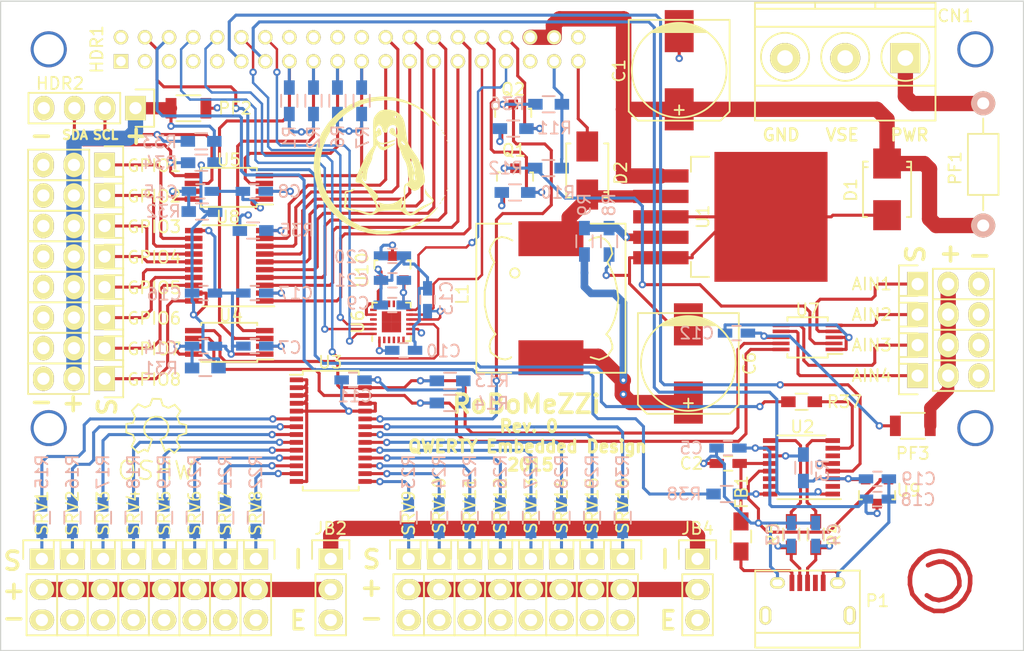
<source format=kicad_pcb>
(kicad_pcb (version 20171130) (host pcbnew "(5.1.12)-1")
  (title_block (title "96Boards Robomezzi") (date 2015-09-27) (rev A) (company "QWERTY Embedded Design"))
  (layers (0 F.Cu signal) (1 In1.Cu mixed) (2 In2.Cu mixed) (31 B.Cu signal) (34 B.Paste user hide) (35 F.Paste user hide) (36 B.SilkS user hide) (37 F.SilkS user hide) (38 B.Mask user hide) (39 F.Mask user hide) (44 Edge.Cuts user))
  (net 0 "")
  (net 1 1V8)
  (net 2 "Net-(HDR1-Pad32)")
  (net 3 ADC_RDY)
  (net 4 "Net-(HDR1-Pad34)")
  (net 5 SERVO_NOE)
  (net 6 SERVO1)
  (net 7 GND)
  (net 8 SERVO2)
  (net 9 SERVO3)
  (net 10 SERVO4)
  (net 11 SERVO5)
  (net 12 SERVO6)
  (net 13 SERVO7)
  (net 14 SERVO8)
  (net 15 SERVO9)
  (net 16 SERVO10)
  (net 17 SERVO11)
  (net 18 SERVO12)
  (net 19 SERVO13)
  (net 20 SERVO14)
  (net 21 SERVO15)
  (net 22 SERVO16)
  (net 23 5V_OUT)
  (net 24 AIN1)
  (net 25 AIN2)
  (net 26 AIN3)
  (net 27 AIN4)
  (net 28 GPIO1_5V)
  (net 29 GPIO2_5V)
  (net 30 GPIO3_5V)
  (net 31 GPIO4_5V)
  (net 32 GPIO5_5V)
  (net 33 GPIO6_5V)
  (net 34 GPIO7_5V)
  (net 35 GPIO8_5V)
  (net 36 "Net-(FB1-Pad2)")
  (net 37 "Net-(C3-Pad1)")
  (net 38 "Net-(C4-Pad1)")
  (net 39 "Net-(P1-Pad4)")
  (net 40 VSERVOB1)
  (net 41 VSERVOB2)
  (net 42 "Net-(R8-Pad1)")
  (net 43 "Net-(D2-Pad1)")
  (net 44 VBAT)
  (net 45 96_I2C0_SCL)
  (net 46 96_I2C0_SDA)
  (net 47 "Net-(R3-Pad1)")
  (net 48 "Net-(R4-Pad1)")
  (net 49 "Net-(R5-Pad1)")
  (net 50 96_I2C1_SCL)
  (net 51 96_I2C1_SDA)
  (net 52 5V)
  (net 53 I2C0_SDA)
  (net 54 I2C0_SCL)
  (net 55 "Net-(R15-Pad2)")
  (net 56 "Net-(R16-Pad2)")
  (net 57 "Net-(C14-Pad1)")
  (net 58 "Net-(C15-Pad1)")
  (net 59 I2C1_SCL)
  (net 60 I2C1_SDA)
  (net 61 "Net-(R35-Pad2)")
  (net 62 "Net-(R17-Pad2)")
  (net 63 "Net-(R18-Pad2)")
  (net 64 "Net-(R19-Pad2)")
  (net 65 "Net-(R20-Pad2)")
  (net 66 "Net-(R21-Pad2)")
  (net 67 "Net-(R22-Pad2)")
  (net 68 "Net-(R23-Pad2)")
  (net 69 "Net-(R24-Pad2)")
  (net 70 "Net-(R25-Pad2)")
  (net 71 "Net-(R26-Pad2)")
  (net 72 "Net-(R27-Pad2)")
  (net 73 "Net-(R28-Pad2)")
  (net 74 "Net-(R29-Pad2)")
  (net 75 "Net-(R30-Pad2)")
  (net 76 96_UART1_TX)
  (net 77 VSERVOI)
  (net 78 VSERVOE)
  (net 79 96_UART1_RX)
  (net 80 "Net-(U2-Pad2)")
  (net 81 "Net-(U2-Pad6)")
  (net 82 "Net-(C2-Pad1)")
  (net 83 "Net-(U2-Pad14)")
  (net 84 "Net-(U2-Pad15)")
  (net 85 3V3)
  (net 86 "Net-(C13-Pad1)")
  (net 87 GPIO1)
  (net 88 GPIO2)
  (net 89 GPIO3)
  (net 90 GPIO4)
  (net 91 GPIO5)
  (net 92 GPIO6)
  (net 93 GPIO7)
  (net 94 GPIO8)
  (net 95 "Net-(U6-Pad2)")
  (net 96 "Net-(U6-Pad3)")
  (net 97 "Net-(U6-Pad4)")
  (net 98 "Net-(U6-Pad5)")
  (net 99 "Net-(U6-Pad6)")
  (net 100 "Net-(U6-Pad7)")
  (net 101 SPI0_MISO)
  (net 102 MPU_FSYNC)
  (net 103 MPU_INT)
  (net 104 "Net-(U6-Pad14)")
  (net 105 "Net-(U6-Pad15)")
  (net 106 "Net-(U6-Pad16)")
  (net 107 "Net-(U6-Pad17)")
  (net 108 "Net-(U6-Pad19)")
  (net 109 "Net-(U6-Pad21)")
  (net 110 SPI0_CSN)
  (net 111 SPI0_SCLK)
  (net 112 SPI0_MOSI)
  (net 113 "Net-(CN1-Pad1)")
  (net 114 3P3U)
  (net 115 1V8U)
  (net 116 "Net-(R37-Pad1)")
  (net 117 PWR_BTN)
  (net 118 "Net-(R38-Pad1)")
  (net 119 RST_BTN)
  (net 120 "Net-(HDR1-Pad3)")
  (net 121 96_UART0_TX)
  (net 122 96_UART0_RX)
  (net 123 "Net-(HDR1-Pad9)")
  (net 124 "Net-(HDR1-Pad16)")
  (net 125 "Net-(HDR1-Pad18)")
  (net 126 "Net-(HDR1-Pad20)")
  (net 127 "Net-(HDR1-Pad22)")
  (net 128 "Net-(AIN1-Pad2)")
  (module Sensors:Hole_2.5MM (layer F.Cu) (at 188.1 111.5)
    (fp_text reference REF**_5 hide)
    (fp_text value Hole_2.5MM hide)
    (pad 1 thru_hole circle (at 0 0) (size 3 3) (drill 2.5) (layers *.Cu *.Mask))
  )
  (module Sensors:Hole_2.5MM (layer F.Cu) (at 111.1 111.5)
    (fp_text reference REF**_4 hide)
    (fp_text value Hole_2.5MM hide)
    (pad 1 thru_hole circle (at 0 0) (size 3 3) (drill 2.5) (layers *.Cu *.Mask))
  )
  (module Sensors:Hole_2.5MM (layer F.Cu) (at 188.1 80)
    (fp_text reference REF**_3 hide)
    (fp_text value Hole_2.5MM hide)
    (pad 1 thru_hole circle (at 0 0) (size 3 3) (drill 2.5) (layers *.Cu *.Mask))
  )
  (module Sensors:Hole_2.5MM (layer F.Cu) (at 111.1 80)
    (fp_text reference REF**_2 hide)
    (fp_text value Hole_2.5MM hide)
    (pad 1 thru_hole circle (at 0 0) (size 3 3) (drill 2.5) (layers *.Cu *.Mask))
  )
  (module Pin_Headers:Pin_Header_Straight_1x03 (layer F.Cu) (at 183.3 99.52 90)
    (fp_text reference AIN1 (at 0 -3.81 180) (layer F.SilkS))
    (fp_text value SRH3 hide)
    (pad 1 thru_hole rect (at 0 0 90) (size 2.032 1.7272) (drill 1.016) (layers *.Cu *.Mask F.SilkS) (net 24 AIN1))
    (pad 2 thru_hole oval (at 0 2.54 90) (size 2.032 1.7272) (drill 1.016) (layers *.Cu *.Mask F.SilkS) (net 128 "Net-(AIN1-Pad2)"))
    (pad 3 thru_hole oval (at 0 5.08 90) (size 2.032 1.7272) (drill 1.016) (layers *.Cu *.Mask F.SilkS) (net 7 GND))
  )
  (module Pin_Headers:Pin_Header_Straight_1x03 (layer F.Cu) (at 183.3 102.06 90)
    (fp_text reference AIN2 (at 0 -3.81 180) (layer F.SilkS))
    (fp_text value SRH3 hide)
    (pad 1 thru_hole rect (at 0 0 90) (size 2.032 1.7272) (drill 1.016) (layers *.Cu *.Mask F.SilkS) (net 25 AIN2))
    (pad 2 thru_hole oval (at 0 2.54 90) (size 2.032 1.7272) (drill 1.016) (layers *.Cu *.Mask F.SilkS) (net 128 "Net-(AIN1-Pad2)"))
    (pad 3 thru_hole oval (at 0 5.08 90) (size 2.032 1.7272) (drill 1.016) (layers *.Cu *.Mask F.SilkS) (net 7 GND))
  )
  (module Pin_Headers:Pin_Header_Straight_1x03 (layer F.Cu) (at 183.3 104.6 90)
    (fp_text reference AIN3 (at 0 -3.81 180) (layer F.SilkS))
    (fp_text value SRH3 hide)
    (pad 1 thru_hole rect (at 0 0 90) (size 2.032 1.7272) (drill 1.016) (layers *.Cu *.Mask F.SilkS) (net 26 AIN3))
    (pad 2 thru_hole oval (at 0 2.54 90) (size 2.032 1.7272) (drill 1.016) (layers *.Cu *.Mask F.SilkS) (net 128 "Net-(AIN1-Pad2)"))
    (pad 3 thru_hole oval (at 0 5.08 90) (size 2.032 1.7272) (drill 1.016) (layers *.Cu *.Mask F.SilkS) (net 7 GND))
  )
  (module Pin_Headers:Pin_Header_Straight_1x03 (layer F.Cu) (at 183.3 107.14 90)
    (fp_text reference AIN4 (at 0 -3.81 180) (layer F.SilkS))
    (fp_text value SRH3 hide)
    (pad 1 thru_hole rect (at 0 0 90) (size 2.032 1.7272) (drill 1.016) (layers *.Cu *.Mask F.SilkS) (net 27 AIN4))
    (pad 2 thru_hole oval (at 0 2.54 90) (size 2.032 1.7272) (drill 1.016) (layers *.Cu *.Mask F.SilkS) (net 128 "Net-(AIN1-Pad2)"))
    (pad 3 thru_hole oval (at 0 5.08 90) (size 2.032 1.7272) (drill 1.016) (layers *.Cu *.Mask F.SilkS) (net 7 GND))
  )
  (module Pin_Headers:Pin_Header_Straight_1x03 (layer F.Cu) (at 115.736 89.614 270)
    (fp_text reference GPIO1 (at 0.0635 -4.1275) (layer F.SilkS))
    (fp_text value SRH3 hide)
    (pad 1 thru_hole rect (at 0 0 270) (size 2.032 1.7272) (drill 1.016) (layers *.Cu *.Mask F.SilkS) (net 28 GPIO1_5V))
    (pad 2 thru_hole oval (at 0 2.54 270) (size 2.032 1.7272) (drill 1.016) (layers *.Cu *.Mask F.SilkS) (net 23 5V_OUT))
    (pad 3 thru_hole oval (at 0 5.08 270) (size 2.032 1.7272) (drill 1.016) (layers *.Cu *.Mask F.SilkS) (net 7 GND))
  )
  (module Pin_Headers:Pin_Header_Straight_1x03 (layer F.Cu) (at 115.736 92.154 270)
    (fp_text reference GPIO2 (at 0.0635 -4.1275) (layer F.SilkS))
    (fp_text value SRH3 hide)
    (pad 1 thru_hole rect (at 0 0 270) (size 2.032 1.7272) (drill 1.016) (layers *.Cu *.Mask F.SilkS) (net 29 GPIO2_5V))
    (pad 2 thru_hole oval (at 0 2.54 270) (size 2.032 1.7272) (drill 1.016) (layers *.Cu *.Mask F.SilkS) (net 23 5V_OUT))
    (pad 3 thru_hole oval (at 0 5.08 270) (size 2.032 1.7272) (drill 1.016) (layers *.Cu *.Mask F.SilkS) (net 7 GND))
  )
  (module Pin_Headers:Pin_Header_Straight_1x03 (layer F.Cu) (at 115.736 94.694 270)
    (fp_text reference GPIO3 (at 0.0635 -4.1275) (layer F.SilkS))
    (fp_text value SRH3 hide)
    (pad 1 thru_hole rect (at 0 0 270) (size 2.032 1.7272) (drill 1.016) (layers *.Cu *.Mask F.SilkS) (net 30 GPIO3_5V))
    (pad 2 thru_hole oval (at 0 2.54 270) (size 2.032 1.7272) (drill 1.016) (layers *.Cu *.Mask F.SilkS) (net 23 5V_OUT))
    (pad 3 thru_hole oval (at 0 5.08 270) (size 2.032 1.7272) (drill 1.016) (layers *.Cu *.Mask F.SilkS) (net 7 GND))
  )
  (module Pin_Headers:Pin_Header_Straight_1x03 (layer F.Cu) (at 115.736 97.234 270)
    (fp_text reference GPIO4 (at 0.0635 -4.1275) (layer F.SilkS))
    (fp_text value SRH3 hide)
    (pad 1 thru_hole rect (at 0 0 270) (size 2.032 1.7272) (drill 1.016) (layers *.Cu *.Mask F.SilkS) (net 31 GPIO4_5V))
    (pad 2 thru_hole oval (at 0 2.54 270) (size 2.032 1.7272) (drill 1.016) (layers *.Cu *.Mask F.SilkS) (net 23 5V_OUT))
    (pad 3 thru_hole oval (at 0 5.08 270) (size 2.032 1.7272) (drill 1.016) (layers *.Cu *.Mask F.SilkS) (net 7 GND))
  )
  (module Pin_Headers:Pin_Header_Straight_1x03 (layer F.Cu) (at 115.736 99.774 270)
    (fp_text reference GPIO5 (at 0.0635 -4.1275) (layer F.SilkS))
    (fp_text value SRH3 hide)
    (pad 1 thru_hole rect (at 0 0 270) (size 2.032 1.7272) (drill 1.016) (layers *.Cu *.Mask F.SilkS) (net 32 GPIO5_5V))
    (pad 2 thru_hole oval (at 0 2.54 270) (size 2.032 1.7272) (drill 1.016) (layers *.Cu *.Mask F.SilkS) (net 23 5V_OUT))
    (pad 3 thru_hole oval (at 0 5.08 270) (size 2.032 1.7272) (drill 1.016) (layers *.Cu *.Mask F.SilkS) (net 7 GND))
  )
  (module Pin_Headers:Pin_Header_Straight_1x03 (layer F.Cu) (at 115.736 102.314 270)
    (fp_text reference GPIO6 (at 0.0635 -4.1275) (layer F.SilkS))
    (fp_text value SRH3 hide)
    (pad 1 thru_hole rect (at 0 0 270) (size 2.032 1.7272) (drill 1.016) (layers *.Cu *.Mask F.SilkS) (net 33 GPIO6_5V))
    (pad 2 thru_hole oval (at 0 2.54 270) (size 2.032 1.7272) (drill 1.016) (layers *.Cu *.Mask F.SilkS) (net 23 5V_OUT))
    (pad 3 thru_hole oval (at 0 5.08 270) (size 2.032 1.7272) (drill 1.016) (layers *.Cu *.Mask F.SilkS) (net 7 GND))
  )
  (module Pin_Headers:Pin_Header_Straight_1x03 (layer F.Cu) (at 115.736 104.854 270)
    (fp_text reference GPIO7 (at 0.0635 -4.1275) (layer F.SilkS))
    (fp_text value SRH3 hide)
    (pad 1 thru_hole rect (at 0 0 270) (size 2.032 1.7272) (drill 1.016) (layers *.Cu *.Mask F.SilkS) (net 34 GPIO7_5V))
    (pad 2 thru_hole oval (at 0 2.54 270) (size 2.032 1.7272) (drill 1.016) (layers *.Cu *.Mask F.SilkS) (net 23 5V_OUT))
    (pad 3 thru_hole oval (at 0 5.08 270) (size 2.032 1.7272) (drill 1.016) (layers *.Cu *.Mask F.SilkS) (net 7 GND))
  )
  (module Pin_Headers:Pin_Header_Straight_1x03 (layer F.Cu) (at 115.736 107.394 270)
    (fp_text reference GPIO8 (at 0.0635 -4.1275) (layer F.SilkS))
    (fp_text value SRH3 hide)
    (pad 1 thru_hole rect (at 0 0 270) (size 2.032 1.7272) (drill 1.016) (layers *.Cu *.Mask F.SilkS) (net 35 GPIO8_5V))
    (pad 2 thru_hole oval (at 0 2.54 270) (size 2.032 1.7272) (drill 1.016) (layers *.Cu *.Mask F.SilkS) (net 23 5V_OUT))
    (pad 3 thru_hole oval (at 0 5.08 270) (size 2.032 1.7272) (drill 1.016) (layers *.Cu *.Mask F.SilkS) (net 7 GND))
  )
  (module Connect:USB_Micro-B (layer F.Cu) (at 174.156 125.936)
    (fp_text reference P1 (at 5.804 -0.076) (layer F.SilkS))
    (fp_text value USB_OTG hide)
    (pad 1 smd rect (at -1.3009 -1.56254 90) (size 1.35 0.4) (layers F.Cu F.Paste F.Mask) (net 36 "Net-(FB1-Pad2)"))
    (pad 2 smd rect (at -0.6509 -1.56254 90) (size 1.35 0.4) (layers F.Cu F.Paste F.Mask) (net 37 "Net-(C3-Pad1)"))
    (pad 3 smd rect (at -0.0009 -1.56254 90) (size 1.35 0.4) (layers F.Cu F.Paste F.Mask) (net 38 "Net-(C4-Pad1)"))
    (pad 4 smd rect (at 0.6491 -1.56254 90) (size 1.35 0.4) (layers F.Cu F.Paste F.Mask) (net 39 "Net-(P1-Pad4)"))
    (pad 5 smd rect (at 1.2991 -1.56254 90) (size 1.35 0.4) (layers F.Cu F.Paste F.Mask) (net 7 GND))
    (pad 6 thru_hole oval (at -2.5009 -1.56254 90) (size 0.95 1.25) (drill oval 0.55 0.85) (layers *.Cu *.Mask F.SilkS) (net 7 GND))
    (pad 6 thru_hole oval (at 2.4991 -1.56254 90) (size 0.95 1.25) (drill oval 0.55 0.85) (layers *.Cu *.Mask F.SilkS) (net 7 GND))
    (pad 6 thru_hole oval (at -3.5009 1.13746 90) (size 1.55 1) (drill oval 1.15 0.5) (layers *.Cu *.Mask F.SilkS) (net 7 GND))
    (pad 6 thru_hole oval (at 3.4991 1.13746 90) (size 1.55 1) (drill oval 1.15 0.5) (layers *.Cu *.Mask F.SilkS) (net 7 GND))
  )
  (module TO_SOT_Packages_SMD:SOT-23 (layer F.Cu) (at 149.846 90.888)
    (fp_text reference Q1 (at -0.086 -2.488) (layer F.SilkS))
    (fp_text value BSS138 hide)
    (pad 1 smd rect (at -0.95 1.00076) (size 0.8001 0.8001) (layers F.Cu F.Paste F.Mask) (net 1 1V8))
    (pad 2 smd rect (at 0.95 1.00076) (size 0.8001 0.8001) (layers F.Cu F.Paste F.Mask) (net 2 "Net-(HDR1-Pad32)"))
    (pad 3 smd rect (at 0 -0.99822) (size 0.8001 0.8001) (layers F.Cu F.Paste F.Mask) (net 3 ADC_RDY))
  )
  (module TO_SOT_Packages_SMD:SOT-23 (layer F.Cu) (at 149.696 85.578)
    (fp_text reference Q2 (at 0 -2.25) (layer F.SilkS))
    (fp_text value BSS138 hide)
    (pad 1 smd rect (at -0.95 1.00076) (size 0.8001 0.8001) (layers F.Cu F.Paste F.Mask) (net 1 1V8))
    (pad 2 smd rect (at 0.95 1.00076) (size 0.8001 0.8001) (layers F.Cu F.Paste F.Mask) (net 4 "Net-(HDR1-Pad34)"))
    (pad 3 smd rect (at 0 -0.99822) (size 0.8001 0.8001) (layers F.Cu F.Paste F.Mask) (net 5 SERVO_NOE))
  )
  (module Pin_Headers:Pin_Header_Straight_1x03 (layer F.Cu) (at 110.529 122.38)
    (fp_text reference SRV1 (at 0 -3.81 90) (layer F.SilkS))
    (fp_text value SRH3 hide)
    (pad 1 thru_hole rect (at 0 0) (size 2.032 1.7272) (drill 1.016) (layers *.Cu *.Mask F.SilkS) (net 6 SERVO1))
    (pad 2 thru_hole oval (at 0 2.54) (size 2.032 1.7272) (drill 1.016) (layers *.Cu *.Mask F.SilkS) (net 40 VSERVOB1))
    (pad 3 thru_hole oval (at 0 5.08) (size 2.032 1.7272) (drill 1.016) (layers *.Cu *.Mask F.SilkS) (net 7 GND))
  )
  (module Pin_Headers:Pin_Header_Straight_1x03 (layer F.Cu) (at 113.069 122.38)
    (fp_text reference SRV2 (at 0 -3.81 90) (layer F.SilkS))
    (fp_text value SRH3 hide)
    (pad 1 thru_hole rect (at 0 0) (size 2.032 1.7272) (drill 1.016) (layers *.Cu *.Mask F.SilkS) (net 8 SERVO2))
    (pad 2 thru_hole oval (at 0 2.54) (size 2.032 1.7272) (drill 1.016) (layers *.Cu *.Mask F.SilkS) (net 40 VSERVOB1))
    (pad 3 thru_hole oval (at 0 5.08) (size 2.032 1.7272) (drill 1.016) (layers *.Cu *.Mask F.SilkS) (net 7 GND))
  )
  (module Pin_Headers:Pin_Header_Straight_1x03 (layer F.Cu) (at 115.609 122.38)
    (fp_text reference SRV3 (at 0 -3.81 90) (layer F.SilkS))
    (fp_text value SRH3 hide)
    (pad 1 thru_hole rect (at 0 0) (size 2.032 1.7272) (drill 1.016) (layers *.Cu *.Mask F.SilkS) (net 9 SERVO3))
    (pad 2 thru_hole oval (at 0 2.54) (size 2.032 1.7272) (drill 1.016) (layers *.Cu *.Mask F.SilkS) (net 40 VSERVOB1))
    (pad 3 thru_hole oval (at 0 5.08) (size 2.032 1.7272) (drill 1.016) (layers *.Cu *.Mask F.SilkS) (net 7 GND))
  )
  (module Pin_Headers:Pin_Header_Straight_1x03 (layer F.Cu) (at 118.149 122.38)
    (fp_text reference SRV4 (at 0 -3.81 90) (layer F.SilkS))
    (fp_text value SRH3 hide)
    (pad 1 thru_hole rect (at 0 0) (size 2.032 1.7272) (drill 1.016) (layers *.Cu *.Mask F.SilkS) (net 10 SERVO4))
    (pad 2 thru_hole oval (at 0 2.54) (size 2.032 1.7272) (drill 1.016) (layers *.Cu *.Mask F.SilkS) (net 40 VSERVOB1))
    (pad 3 thru_hole oval (at 0 5.08) (size 2.032 1.7272) (drill 1.016) (layers *.Cu *.Mask F.SilkS) (net 7 GND))
  )
  (module Pin_Headers:Pin_Header_Straight_1x03 (layer F.Cu) (at 120.689 122.38)
    (fp_text reference SRV5 (at 0 -3.81 90) (layer F.SilkS))
    (fp_text value SRH3 hide)
    (pad 1 thru_hole rect (at 0 0) (size 2.032 1.7272) (drill 1.016) (layers *.Cu *.Mask F.SilkS) (net 11 SERVO5))
    (pad 2 thru_hole oval (at 0 2.54) (size 2.032 1.7272) (drill 1.016) (layers *.Cu *.Mask F.SilkS) (net 40 VSERVOB1))
    (pad 3 thru_hole oval (at 0 5.08) (size 2.032 1.7272) (drill 1.016) (layers *.Cu *.Mask F.SilkS) (net 7 GND))
  )
  (module Pin_Headers:Pin_Header_Straight_1x03 (layer F.Cu) (at 123.229 122.38)
    (fp_text reference SRV6 (at 0 -3.81 90) (layer F.SilkS))
    (fp_text value SRH3 hide)
    (pad 1 thru_hole rect (at 0 0) (size 2.032 1.7272) (drill 1.016) (layers *.Cu *.Mask F.SilkS) (net 12 SERVO6))
    (pad 2 thru_hole oval (at 0 2.54) (size 2.032 1.7272) (drill 1.016) (layers *.Cu *.Mask F.SilkS) (net 40 VSERVOB1))
    (pad 3 thru_hole oval (at 0 5.08) (size 2.032 1.7272) (drill 1.016) (layers *.Cu *.Mask F.SilkS) (net 7 GND))
  )
  (module Pin_Headers:Pin_Header_Straight_1x03 (layer F.Cu) (at 125.769 122.38)
    (fp_text reference SRV7 (at 0 -3.81 90) (layer F.SilkS))
    (fp_text value SRH3 hide)
    (pad 1 thru_hole rect (at 0 0) (size 2.032 1.7272) (drill 1.016) (layers *.Cu *.Mask F.SilkS) (net 13 SERVO7))
    (pad 2 thru_hole oval (at 0 2.54) (size 2.032 1.7272) (drill 1.016) (layers *.Cu *.Mask F.SilkS) (net 40 VSERVOB1))
    (pad 3 thru_hole oval (at 0 5.08) (size 2.032 1.7272) (drill 1.016) (layers *.Cu *.Mask F.SilkS) (net 7 GND))
  )
  (module Pin_Headers:Pin_Header_Straight_1x03 (layer F.Cu) (at 128.309 122.38)
    (fp_text reference SRV8 (at 0 -3.81 90) (layer F.SilkS))
    (fp_text value SRH3 hide)
    (pad 1 thru_hole rect (at 0 0) (size 2.032 1.7272) (drill 1.016) (layers *.Cu *.Mask F.SilkS) (net 14 SERVO8))
    (pad 2 thru_hole oval (at 0 2.54) (size 2.032 1.7272) (drill 1.016) (layers *.Cu *.Mask F.SilkS) (net 40 VSERVOB1))
    (pad 3 thru_hole oval (at 0 5.08) (size 2.032 1.7272) (drill 1.016) (layers *.Cu *.Mask F.SilkS) (net 7 GND))
  )
  (module Pin_Headers:Pin_Header_Straight_1x03 (layer F.Cu) (at 141.009 122.38)
    (fp_text reference SRV9 (at 0 -3.81 90) (layer F.SilkS))
    (fp_text value SRH3 hide)
    (pad 1 thru_hole rect (at 0 0) (size 2.032 1.7272) (drill 1.016) (layers *.Cu *.Mask F.SilkS) (net 15 SERVO9))
    (pad 2 thru_hole oval (at 0 2.54) (size 2.032 1.7272) (drill 1.016) (layers *.Cu *.Mask F.SilkS) (net 41 VSERVOB2))
    (pad 3 thru_hole oval (at 0 5.08) (size 2.032 1.7272) (drill 1.016) (layers *.Cu *.Mask F.SilkS) (net 7 GND))
  )
  (module Pin_Headers:Pin_Header_Straight_1x03 (layer F.Cu) (at 143.549 122.38)
    (fp_text reference SRV10 (at 0 -4.445 90) (layer F.SilkS))
    (fp_text value SRH3 hide)
    (pad 1 thru_hole rect (at 0 0) (size 2.032 1.7272) (drill 1.016) (layers *.Cu *.Mask F.SilkS) (net 16 SERVO10))
    (pad 2 thru_hole oval (at 0 2.54) (size 2.032 1.7272) (drill 1.016) (layers *.Cu *.Mask F.SilkS) (net 41 VSERVOB2))
    (pad 3 thru_hole oval (at 0 5.08) (size 2.032 1.7272) (drill 1.016) (layers *.Cu *.Mask F.SilkS) (net 7 GND))
  )
  (module Pin_Headers:Pin_Header_Straight_1x03 (layer F.Cu) (at 146.089 122.38)
    (fp_text reference SRV11 (at 0 -4.445 90) (layer F.SilkS))
    (fp_text value SRH3 hide)
    (pad 1 thru_hole rect (at 0 0) (size 2.032 1.7272) (drill 1.016) (layers *.Cu *.Mask F.SilkS) (net 17 SERVO11))
    (pad 2 thru_hole oval (at 0 2.54) (size 2.032 1.7272) (drill 1.016) (layers *.Cu *.Mask F.SilkS) (net 41 VSERVOB2))
    (pad 3 thru_hole oval (at 0 5.08) (size 2.032 1.7272) (drill 1.016) (layers *.Cu *.Mask F.SilkS) (net 7 GND))
  )
  (module Pin_Headers:Pin_Header_Straight_1x03 (layer F.Cu) (at 148.629 122.38)
    (fp_text reference SRV12 (at 0 -4.445 90) (layer F.SilkS))
    (fp_text value SRH3 hide)
    (pad 1 thru_hole rect (at 0 0) (size 2.032 1.7272) (drill 1.016) (layers *.Cu *.Mask F.SilkS) (net 18 SERVO12))
    (pad 2 thru_hole oval (at 0 2.54) (size 2.032 1.7272) (drill 1.016) (layers *.Cu *.Mask F.SilkS) (net 41 VSERVOB2))
    (pad 3 thru_hole oval (at 0 5.08) (size 2.032 1.7272) (drill 1.016) (layers *.Cu *.Mask F.SilkS) (net 7 GND))
  )
  (module Pin_Headers:Pin_Header_Straight_1x03 (layer F.Cu) (at 151.169 122.38)
    (fp_text reference SRV13 (at 0 -4.445 90) (layer F.SilkS))
    (fp_text value SRH3 hide)
    (pad 1 thru_hole rect (at 0 0) (size 2.032 1.7272) (drill 1.016) (layers *.Cu *.Mask F.SilkS) (net 19 SERVO13))
    (pad 2 thru_hole oval (at 0 2.54) (size 2.032 1.7272) (drill 1.016) (layers *.Cu *.Mask F.SilkS) (net 41 VSERVOB2))
    (pad 3 thru_hole oval (at 0 5.08) (size 2.032 1.7272) (drill 1.016) (layers *.Cu *.Mask F.SilkS) (net 7 GND))
  )
  (module Pin_Headers:Pin_Header_Straight_1x03 (layer F.Cu) (at 153.709 122.38)
    (fp_text reference SRV14 (at 0 -4.445 90) (layer F.SilkS))
    (fp_text value SRH3 hide)
    (pad 1 thru_hole rect (at 0 0) (size 2.032 1.7272) (drill 1.016) (layers *.Cu *.Mask F.SilkS) (net 20 SERVO14))
    (pad 2 thru_hole oval (at 0 2.54) (size 2.032 1.7272) (drill 1.016) (layers *.Cu *.Mask F.SilkS) (net 41 VSERVOB2))
    (pad 3 thru_hole oval (at 0 5.08) (size 2.032 1.7272) (drill 1.016) (layers *.Cu *.Mask F.SilkS) (net 7 GND))
  )
  (module Pin_Headers:Pin_Header_Straight_1x03 (layer F.Cu) (at 156.249 122.38)
    (fp_text reference SRV15 (at 0 -4.445 90) (layer F.SilkS))
    (fp_text value SRH3 hide)
    (pad 1 thru_hole rect (at 0 0) (size 2.032 1.7272) (drill 1.016) (layers *.Cu *.Mask F.SilkS) (net 21 SERVO15))
    (pad 2 thru_hole oval (at 0 2.54) (size 2.032 1.7272) (drill 1.016) (layers *.Cu *.Mask F.SilkS) (net 41 VSERVOB2))
    (pad 3 thru_hole oval (at 0 5.08) (size 2.032 1.7272) (drill 1.016) (layers *.Cu *.Mask F.SilkS) (net 7 GND))
  )
  (module Pin_Headers:Pin_Header_Straight_1x03 (layer F.Cu) (at 158.789 122.38)
    (fp_text reference SRV16 (at 0 -4.445 90) (layer F.SilkS))
    (fp_text value SRH3 hide)
    (pad 1 thru_hole rect (at 0 0) (size 2.032 1.7272) (drill 1.016) (layers *.Cu *.Mask F.SilkS) (net 22 SERVO16))
    (pad 2 thru_hole oval (at 0 2.54) (size 2.032 1.7272) (drill 1.016) (layers *.Cu *.Mask F.SilkS) (net 41 VSERVOB2))
    (pad 3 thru_hole oval (at 0 5.08) (size 2.032 1.7272) (drill 1.016) (layers *.Cu *.Mask F.SilkS) (net 7 GND))
  )
  (module TO_SOT_Packages_SMD:TO-263-5Lead (layer F.Cu) (at 161.964 93.932)
    (fp_text reference U1 (at 3.5 0 90) (layer F.SilkS))
    (fp_text value LM2596S-ADJ hide)
    (pad 5 smd rect (at 0 3.4) (size 4.6 1.1) (layers F.Cu F.Paste F.Mask) (net 7 GND))
    (pad 4 smd rect (at 0 1.7) (size 4.6 1.1) (layers F.Cu F.Paste F.Mask) (net 42 "Net-(R8-Pad1)"))
    (pad 2 smd rect (at 0 -1.7) (size 4.6 1.1) (layers F.Cu F.Paste F.Mask) (net 43 "Net-(D2-Pad1)"))
    (pad 3 smd rect (at 9.15 0) (size 9.4 10.8) (layers F.Cu F.Paste F.Mask) (net 7 GND))
    (pad 3 smd rect (at 0 0) (size 4.6 1.1) (layers F.Cu F.Paste F.Mask) (net 7 GND))
    (pad 1 smd rect (at 0 -3.4) (size 4.6 1.1) (layers F.Cu F.Paste F.Mask) (net 44 VBAT))
  )
  (module Resistors_SMD:R_0603_HandSoldering (layer B.Cu) (at 131.09 84.28 90)
    (fp_text reference R1 (at -3.048 0 90) (layer B.SilkS) (effects (justify mirror)))
    (fp_text value 10K hide)
    (pad 1 smd rect (at -1.1 0 90) (size 1.2 0.9) (layers B.Cu B.Paste B.Mask) (net 1 1V8))
    (pad 2 smd rect (at 1.1 0 90) (size 1.2 0.9) (layers B.Cu B.Paste B.Mask) (net 45 96_I2C0_SCL))
  )
  (module Resistors_SMD:R_0603_HandSoldering (layer B.Cu) (at 133.1 84.28 90)
    (fp_text reference R2 (at -3.048 0 90) (layer B.SilkS) (effects (justify mirror)))
    (fp_text value 10K hide)
    (pad 1 smd rect (at -1.1 0 90) (size 1.2 0.9) (layers B.Cu B.Paste B.Mask) (net 1 1V8))
    (pad 2 smd rect (at 1.1 0 90) (size 1.2 0.9) (layers B.Cu B.Paste B.Mask) (net 46 96_I2C0_SDA))
  )
  (module Resistors_SMD:R_0603_HandSoldering (layer B.Cu) (at 173.81 114.8 270)
    (fp_text reference R3 (at 0.22 -1.6 270) (layer B.SilkS) (effects (justify mirror)))
    (fp_text value 10K hide)
    (pad 1 smd rect (at -1.1 0 270) (size 1.2 0.9) (layers B.Cu B.Paste B.Mask) (net 47 "Net-(R3-Pad1)"))
    (pad 2 smd rect (at 1.1 0 270) (size 1.2 0.9) (layers B.Cu B.Paste B.Mask) (net 115 1V8U))
  )
  (module Resistors_SMD:R_0603_HandSoldering (layer F.Cu) (at 174.834 120.348 270)
    (fp_text reference R4 (at 0 -1.524 270) (layer F.SilkS))
    (fp_text value 27 hide)
    (pad 1 smd rect (at -1.1 0 270) (size 1.2 0.9) (layers F.Cu F.Paste F.Mask) (net 48 "Net-(R4-Pad1)"))
    (pad 2 smd rect (at 1.1 0 270) (size 1.2 0.9) (layers F.Cu F.Paste F.Mask) (net 38 "Net-(C4-Pad1)"))
  )
  (module Resistors_SMD:R_0603_HandSoldering (layer F.Cu) (at 172.802 120.348 270)
    (fp_text reference R5 (at 0 1.524 270) (layer F.SilkS))
    (fp_text value 27 hide)
    (pad 1 smd rect (at -1.1 0 270) (size 1.2 0.9) (layers F.Cu F.Paste F.Mask) (net 49 "Net-(R5-Pad1)"))
    (pad 2 smd rect (at 1.1 0 270) (size 1.2 0.9) (layers F.Cu F.Paste F.Mask) (net 37 "Net-(C3-Pad1)"))
  )
  (module Resistors_SMD:R_0603_HandSoldering (layer B.Cu) (at 135.09 84.28 90)
    (fp_text reference R6 (at -2.96 0.03 90) (layer B.SilkS) (effects (justify mirror)))
    (fp_text value 10K hide)
    (pad 1 smd rect (at -1.1 0 90) (size 1.2 0.9) (layers B.Cu B.Paste B.Mask) (net 1 1V8))
    (pad 2 smd rect (at 1.1 0 90) (size 1.2 0.9) (layers B.Cu B.Paste B.Mask) (net 50 96_I2C1_SCL))
  )
  (module Resistors_SMD:R_0603_HandSoldering (layer B.Cu) (at 137.1 84.28 90)
    (fp_text reference R7 (at -3.04 0.09 90) (layer B.SilkS) (effects (justify mirror)))
    (fp_text value 10K hide)
    (pad 1 smd rect (at -1.1 0 90) (size 1.2 0.9) (layers B.Cu B.Paste B.Mask) (net 1 1V8))
    (pad 2 smd rect (at 1.1 0 90) (size 1.2 0.9) (layers B.Cu B.Paste B.Mask) (net 51 96_I2C1_SDA))
  )
  (module Resistors_SMD:R_0603_HandSoldering (layer B.Cu) (at 149.846 91.904)
    (fp_text reference R10 (at 3.556 0) (layer B.SilkS) (effects (justify mirror)))
    (fp_text value 10K hide)
    (pad 1 smd rect (at -1.1 0) (size 1.2 0.9) (layers B.Cu B.Paste B.Mask) (net 1 1V8))
    (pad 2 smd rect (at 1.1 0) (size 1.2 0.9) (layers B.Cu B.Paste B.Mask) (net 2 "Net-(HDR1-Pad32)"))
  )
  (module Resistors_SMD:R_0603_HandSoldering (layer B.Cu) (at 149.696 86.594)
    (fp_text reference R11 (at 3.434 -0.044) (layer B.SilkS) (effects (justify mirror)))
    (fp_text value 10K hide)
    (pad 1 smd rect (at -1.1 0) (size 1.2 0.9) (layers B.Cu B.Paste B.Mask) (net 1 1V8))
    (pad 2 smd rect (at 1.1 0) (size 1.2 0.9) (layers B.Cu B.Paste B.Mask) (net 4 "Net-(HDR1-Pad34)"))
  )
  (module Resistors_SMD:R_0603_HandSoldering (layer B.Cu) (at 152.62 89.88 180)
    (fp_text reference R12 (at 3.556 0 180) (layer B.SilkS) (effects (justify mirror)))
    (fp_text value 10K hide)
    (pad 1 smd rect (at -1.1 0 180) (size 1.2 0.9) (layers B.Cu B.Paste B.Mask) (net 52 5V))
    (pad 2 smd rect (at 1.1 0 180) (size 1.2 0.9) (layers B.Cu B.Paste B.Mask) (net 3 ADC_RDY))
  )
  (module Resistors_SMD:R_0603_HandSoldering (layer B.Cu) (at 144.45 107.57 180)
    (fp_text reference R13 (at -3.48 0.01 180) (layer B.SilkS) (effects (justify mirror)))
    (fp_text value 10K hide)
    (pad 1 smd rect (at -1.1 0 180) (size 1.2 0.9) (layers B.Cu B.Paste B.Mask) (net 52 5V))
    (pad 2 smd rect (at 1.1 0 180) (size 1.2 0.9) (layers B.Cu B.Paste B.Mask) (net 53 I2C0_SDA))
  )
  (module Resistors_SMD:R_0603_HandSoldering (layer B.Cu) (at 144.45 109.41 180)
    (fp_text reference R14 (at -3.44 -0.03 180) (layer B.SilkS) (effects (justify mirror)))
    (fp_text value 10K hide)
    (pad 1 smd rect (at -1.1 0 180) (size 1.2 0.9) (layers B.Cu B.Paste B.Mask) (net 52 5V))
    (pad 2 smd rect (at 1.1 0 180) (size 1.2 0.9) (layers B.Cu B.Paste B.Mask) (net 54 I2C0_SCL))
  )
  (module Resistors_SMD:R_0603_HandSoldering (layer B.Cu) (at 110.529 118.951 90)
    (fp_text reference R15 (at 3.81 0 90) (layer B.SilkS) (effects (justify mirror)))
    (fp_text value 220 hide)
    (pad 1 smd rect (at -1.1 0 90) (size 1.2 0.9) (layers B.Cu B.Paste B.Mask) (net 6 SERVO1))
    (pad 2 smd rect (at 1.1 0 90) (size 1.2 0.9) (layers B.Cu B.Paste B.Mask) (net 55 "Net-(R15-Pad2)"))
  )
  (module Resistors_SMD:R_0603_HandSoldering (layer B.Cu) (at 113.069 118.951 90)
    (fp_text reference R16 (at 3.81 0 90) (layer B.SilkS) (effects (justify mirror)))
    (fp_text value 220 hide)
    (pad 1 smd rect (at -1.1 0 90) (size 1.2 0.9) (layers B.Cu B.Paste B.Mask) (net 8 SERVO2))
    (pad 2 smd rect (at 1.1 0 90) (size 1.2 0.9) (layers B.Cu B.Paste B.Mask) (net 56 "Net-(R16-Pad2)"))
  )
  (module Resistors_SMD:R_0603_HandSoldering (layer B.Cu) (at 124.11 106.5)
    (fp_text reference R31 (at -3.715 0.027) (layer B.SilkS) (effects (justify mirror)))
    (fp_text value 200K hide)
    (pad 1 smd rect (at -1.1 0) (size 1.2 0.9) (layers B.Cu B.Paste B.Mask) (net 57 "Net-(C14-Pad1)"))
    (pad 2 smd rect (at 1.1 0) (size 1.2 0.9) (layers B.Cu B.Paste B.Mask) (net 52 5V))
  )
  (module Resistors_SMD:R_0603_HandSoldering (layer B.Cu) (at 123.83 93.49)
    (fp_text reference R32 (at -3.21 -0.02) (layer B.SilkS) (effects (justify mirror)))
    (fp_text value 200K hide)
    (pad 1 smd rect (at -1.1 0) (size 1.2 0.9) (layers B.Cu B.Paste B.Mask) (net 58 "Net-(C15-Pad1)"))
    (pad 2 smd rect (at 1.1 0) (size 1.2 0.9) (layers B.Cu B.Paste B.Mask) (net 52 5V))
  )
  (module Resistors_SMD:R_0603_HandSoldering (layer B.Cu) (at 123.76 87.65 180)
    (fp_text reference R33 (at 3.45 -0.05 180) (layer B.SilkS) (effects (justify mirror)))
    (fp_text value 10K hide)
    (pad 1 smd rect (at -1.1 0 180) (size 1.2 0.9) (layers B.Cu B.Paste B.Mask) (net 23 5V_OUT))
    (pad 2 smd rect (at 1.1 0 180) (size 1.2 0.9) (layers B.Cu B.Paste B.Mask) (net 59 I2C1_SCL))
  )
  (module Resistors_SMD:R_0603_HandSoldering (layer B.Cu) (at 123.78 89.43 180)
    (fp_text reference R34 (at 3.45 0 180) (layer B.SilkS) (effects (justify mirror)))
    (fp_text value 10K hide)
    (pad 1 smd rect (at -1.1 0 180) (size 1.2 0.9) (layers B.Cu B.Paste B.Mask) (net 23 5V_OUT))
    (pad 2 smd rect (at 1.1 0 180) (size 1.2 0.9) (layers B.Cu B.Paste B.Mask) (net 60 I2C1_SDA))
  )
  (module Resistors_SMD:R_0603_HandSoldering (layer B.Cu) (at 128.08 95.07)
    (fp_text reference R35 (at 3.624 -0.022) (layer B.SilkS) (effects (justify mirror)))
    (fp_text value 10K hide)
    (pad 1 smd rect (at -1.1 0) (size 1.2 0.9) (layers B.Cu B.Paste B.Mask) (net 1 1V8))
    (pad 2 smd rect (at 1.1 0) (size 1.2 0.9) (layers B.Cu B.Paste B.Mask) (net 61 "Net-(R35-Pad2)"))
  )
  (module Resistors_SMD:R_0603_HandSoldering (layer B.Cu) (at 115.609 118.951 90)
    (fp_text reference R17 (at 3.81 0 90) (layer B.SilkS) (effects (justify mirror)))
    (fp_text value 220 hide)
    (pad 1 smd rect (at -1.1 0 90) (size 1.2 0.9) (layers B.Cu B.Paste B.Mask) (net 9 SERVO3))
    (pad 2 smd rect (at 1.1 0 90) (size 1.2 0.9) (layers B.Cu B.Paste B.Mask) (net 62 "Net-(R17-Pad2)"))
  )
  (module Resistors_SMD:R_0603_HandSoldering (layer B.Cu) (at 118.149 118.951 90)
    (fp_text reference R18 (at 3.81 0 90) (layer B.SilkS) (effects (justify mirror)))
    (fp_text value 220 hide)
    (pad 1 smd rect (at -1.1 0 90) (size 1.2 0.9) (layers B.Cu B.Paste B.Mask) (net 10 SERVO4))
    (pad 2 smd rect (at 1.1 0 90) (size 1.2 0.9) (layers B.Cu B.Paste B.Mask) (net 63 "Net-(R18-Pad2)"))
  )
  (module Resistors_SMD:R_0603_HandSoldering (layer B.Cu) (at 120.689 118.951 90)
    (fp_text reference R19 (at 3.81 0 90) (layer B.SilkS) (effects (justify mirror)))
    (fp_text value 220 hide)
    (pad 1 smd rect (at -1.1 0 90) (size 1.2 0.9) (layers B.Cu B.Paste B.Mask) (net 11 SERVO5))
    (pad 2 smd rect (at 1.1 0 90) (size 1.2 0.9) (layers B.Cu B.Paste B.Mask) (net 64 "Net-(R19-Pad2)"))
  )
  (module Resistors_SMD:R_0603_HandSoldering (layer B.Cu) (at 123.229 118.951 90)
    (fp_text reference R20 (at 3.81 0 90) (layer B.SilkS) (effects (justify mirror)))
    (fp_text value 220 hide)
    (pad 1 smd rect (at -1.1 0 90) (size 1.2 0.9) (layers B.Cu B.Paste B.Mask) (net 12 SERVO6))
    (pad 2 smd rect (at 1.1 0 90) (size 1.2 0.9) (layers B.Cu B.Paste B.Mask) (net 65 "Net-(R20-Pad2)"))
  )
  (module Resistors_SMD:R_0603_HandSoldering (layer B.Cu) (at 125.769 118.951 90)
    (fp_text reference R21 (at 3.81 0 90) (layer B.SilkS) (effects (justify mirror)))
    (fp_text value 220 hide)
    (pad 1 smd rect (at -1.1 0 90) (size 1.2 0.9) (layers B.Cu B.Paste B.Mask) (net 13 SERVO7))
    (pad 2 smd rect (at 1.1 0 90) (size 1.2 0.9) (layers B.Cu B.Paste B.Mask) (net 66 "Net-(R21-Pad2)"))
  )
  (module Resistors_SMD:R_0603_HandSoldering (layer B.Cu) (at 128.309 118.951 90)
    (fp_text reference R22 (at 3.81 0 90) (layer B.SilkS) (effects (justify mirror)))
    (fp_text value 220 hide)
    (pad 1 smd rect (at -1.1 0 90) (size 1.2 0.9) (layers B.Cu B.Paste B.Mask) (net 14 SERVO8))
    (pad 2 smd rect (at 1.1 0 90) (size 1.2 0.9) (layers B.Cu B.Paste B.Mask) (net 67 "Net-(R22-Pad2)"))
  )
  (module Resistors_SMD:R_0603_HandSoldering (layer B.Cu) (at 141.009 118.951 90)
    (fp_text reference R23 (at 3.81 0 90) (layer B.SilkS) (effects (justify mirror)))
    (fp_text value 220 hide)
    (pad 1 smd rect (at -1.1 0 90) (size 1.2 0.9) (layers B.Cu B.Paste B.Mask) (net 15 SERVO9))
    (pad 2 smd rect (at 1.1 0 90) (size 1.2 0.9) (layers B.Cu B.Paste B.Mask) (net 68 "Net-(R23-Pad2)"))
  )
  (module Resistors_SMD:R_0603_HandSoldering (layer B.Cu) (at 143.549 118.951 90)
    (fp_text reference R24 (at 3.81 0 90) (layer B.SilkS) (effects (justify mirror)))
    (fp_text value 220 hide)
    (pad 1 smd rect (at -1.1 0 90) (size 1.2 0.9) (layers B.Cu B.Paste B.Mask) (net 16 SERVO10))
    (pad 2 smd rect (at 1.1 0 90) (size 1.2 0.9) (layers B.Cu B.Paste B.Mask) (net 69 "Net-(R24-Pad2)"))
  )
  (module Resistors_SMD:R_0603_HandSoldering (layer B.Cu) (at 146.089 118.951 90)
    (fp_text reference R25 (at 3.81 0 90) (layer B.SilkS) (effects (justify mirror)))
    (fp_text value 220 hide)
    (pad 1 smd rect (at -1.1 0 90) (size 1.2 0.9) (layers B.Cu B.Paste B.Mask) (net 17 SERVO11))
    (pad 2 smd rect (at 1.1 0 90) (size 1.2 0.9) (layers B.Cu B.Paste B.Mask) (net 70 "Net-(R25-Pad2)"))
  )
  (module Resistors_SMD:R_0603_HandSoldering (layer B.Cu) (at 148.629 118.951 90)
    (fp_text reference R26 (at 3.81 0 90) (layer B.SilkS) (effects (justify mirror)))
    (fp_text value 220 hide)
    (pad 1 smd rect (at -1.1 0 90) (size 1.2 0.9) (layers B.Cu B.Paste B.Mask) (net 18 SERVO12))
    (pad 2 smd rect (at 1.1 0 90) (size 1.2 0.9) (layers B.Cu B.Paste B.Mask) (net 71 "Net-(R26-Pad2)"))
  )
  (module Resistors_SMD:R_0603_HandSoldering (layer B.Cu) (at 151.169 118.951 90)
    (fp_text reference R27 (at 3.81 0 90) (layer B.SilkS) (effects (justify mirror)))
    (fp_text value 220 hide)
    (pad 1 smd rect (at -1.1 0 90) (size 1.2 0.9) (layers B.Cu B.Paste B.Mask) (net 19 SERVO13))
    (pad 2 smd rect (at 1.1 0 90) (size 1.2 0.9) (layers B.Cu B.Paste B.Mask) (net 72 "Net-(R27-Pad2)"))
  )
  (module Resistors_SMD:R_0603_HandSoldering (layer B.Cu) (at 153.709 118.951 90)
    (fp_text reference R28 (at 3.81 0 90) (layer B.SilkS) (effects (justify mirror)))
    (fp_text value 220 hide)
    (pad 1 smd rect (at -1.1 0 90) (size 1.2 0.9) (layers B.Cu B.Paste B.Mask) (net 20 SERVO14))
    (pad 2 smd rect (at 1.1 0 90) (size 1.2 0.9) (layers B.Cu B.Paste B.Mask) (net 73 "Net-(R28-Pad2)"))
  )
  (module Resistors_SMD:R_0603_HandSoldering (layer B.Cu) (at 156.249 118.951 90)
    (fp_text reference R29 (at 3.81 0 90) (layer B.SilkS) (effects (justify mirror)))
    (fp_text value 220 hide)
    (pad 1 smd rect (at -1.1 0 90) (size 1.2 0.9) (layers B.Cu B.Paste B.Mask) (net 21 SERVO15))
    (pad 2 smd rect (at 1.1 0 90) (size 1.2 0.9) (layers B.Cu B.Paste B.Mask) (net 74 "Net-(R29-Pad2)"))
  )
  (module Resistors_SMD:R_0603_HandSoldering (layer B.Cu) (at 158.789 118.951 90)
    (fp_text reference R30 (at 3.81 0 90) (layer B.SilkS) (effects (justify mirror)))
    (fp_text value 220 hide)
    (pad 1 smd rect (at -1.1 0 90) (size 1.2 0.9) (layers B.Cu B.Paste B.Mask) (net 22 SERVO16))
    (pad 2 smd rect (at 1.1 0 90) (size 1.2 0.9) (layers B.Cu B.Paste B.Mask) (net 75 "Net-(R30-Pad2)"))
  )
  (module Pin_Headers:Pin_Header_Straight_1x03 (layer F.Cu) (at 134.532 122.38)
    (fp_text reference JB2 (at 0 -2.54) (layer F.SilkS))
    (fp_text value SRH3 hide)
    (pad 1 thru_hole rect (at 0 0) (size 2.032 1.7272) (drill 1.016) (layers *.Cu *.Mask F.SilkS) (net 77 VSERVOI))
    (pad 2 thru_hole oval (at 0 2.54) (size 2.032 1.7272) (drill 1.016) (layers *.Cu *.Mask F.SilkS) (net 40 VSERVOB1))
    (pad 3 thru_hole oval (at 0 5.08) (size 2.032 1.7272) (drill 1.016) (layers *.Cu *.Mask F.SilkS) (net 78 VSERVOE))
  )
  (module Pin_Headers:Pin_Header_Straight_1x03 (layer F.Cu) (at 165.012 122.38)
    (fp_text reference JB4 (at 0 -2.54) (layer F.SilkS))
    (fp_text value SRH3 hide)
    (pad 1 thru_hole rect (at 0 0) (size 2.032 1.7272) (drill 1.016) (layers *.Cu *.Mask F.SilkS) (net 77 VSERVOI))
    (pad 2 thru_hole oval (at 0 2.54) (size 2.032 1.7272) (drill 1.016) (layers *.Cu *.Mask F.SilkS) (net 41 VSERVOB2))
    (pad 3 thru_hole oval (at 0 5.08) (size 2.032 1.7272) (drill 1.016) (layers *.Cu *.Mask F.SilkS) (net 78 VSERVOE))
  )
  (module Capacitors_SMD:c_elec_8x10.5 (layer F.Cu) (at 163.488 81.74 270)
    (fp_text reference C1 (at 0.048 4.992 270) (layer F.SilkS))
    (fp_text value "470 uF" hide)
    (pad 1 smd rect (at 3.2512 0 270) (size 3.50012 2.4003) (layers F.Cu F.Paste F.Mask) (net 44 VBAT))
    (pad 2 smd rect (at -3.2512 0 270) (size 3.50012 2.4003) (layers F.Cu F.Paste F.Mask) (net 7 GND))
  )
  (module Capacitors_SMD:c_elec_8x10.5 (layer F.Cu) (at 164.25 106.124 270)
    (fp_text reference C6 (at 0 -5.08 270) (layer F.SilkS))
    (fp_text value "220 uF" hide)
    (pad 1 smd rect (at 3.2512 0 270) (size 3.50012 2.4003) (layers F.Cu F.Paste F.Mask) (net 77 VSERVOI))
    (pad 2 smd rect (at -3.2512 0 270) (size 3.50012 2.4003) (layers F.Cu F.Paste F.Mask) (net 7 GND))
  )
  (module Resistors_SMD:R_0603_HandSoldering (layer B.Cu) (at 157.66 95.97 270)
    (fp_text reference R8 (at -3.048 0 270) (layer B.SilkS) (effects (justify mirror)))
    (fp_text value "1K 1%" hide)
    (pad 1 smd rect (at -1.1 0 270) (size 1.2 0.9) (layers B.Cu B.Paste B.Mask) (net 42 "Net-(R8-Pad1)"))
    (pad 2 smd rect (at 1.1 0 270) (size 1.2 0.9) (layers B.Cu B.Paste B.Mask) (net 7 GND))
  )
  (module Resistors_SMD:R_0603_HandSoldering (layer B.Cu) (at 155.614 95.964 270)
    (fp_text reference R9 (at -3.048 0 270) (layer B.SilkS) (effects (justify mirror)))
    (fp_text value 3.87K hide)
    (pad 1 smd rect (at -1.1 0 270) (size 1.2 0.9) (layers B.Cu B.Paste B.Mask) (net 42 "Net-(R8-Pad1)"))
    (pad 2 smd rect (at 1.1 0 270) (size 1.2 0.9) (layers B.Cu B.Paste B.Mask) (net 77 VSERVOI))
  )
  (module Housings_SSOP:SSOP-16_3.9x4.9mm_Pitch0.635mm (layer F.Cu) (at 173.648 114.76 180)
    (fp_text reference U2 (at -0.082 3.36 180) (layer F.SilkS))
    (fp_text value FT230X hide)
    (pad 1 smd rect (at -2.6 -2.2225 180) (size 1.2 0.4) (layers F.Cu F.Paste F.Mask) (net 79 96_UART1_RX))
    (pad 2 smd rect (at -2.6 -1.5875 180) (size 1.2 0.4) (layers F.Cu F.Paste F.Mask) (net 80 "Net-(U2-Pad2)"))
    (pad 3 smd rect (at -2.6 -0.9525 180) (size 1.2 0.4) (layers F.Cu F.Paste F.Mask) (net 115 1V8U))
    (pad 4 smd rect (at -2.6 -0.3175 180) (size 1.2 0.4) (layers F.Cu F.Paste F.Mask) (net 76 96_UART1_TX))
    (pad 5 smd rect (at -2.6 0.3175 180) (size 1.2 0.4) (layers F.Cu F.Paste F.Mask) (net 7 GND))
    (pad 6 smd rect (at -2.6 0.9525 180) (size 1.2 0.4) (layers F.Cu F.Paste F.Mask) (net 81 "Net-(U2-Pad6)"))
    (pad 7 smd rect (at -2.6 1.5875 180) (size 1.2 0.4) (layers F.Cu F.Paste F.Mask) (net 116 "Net-(R37-Pad1)"))
    (pad 8 smd rect (at -2.6 2.2225 180) (size 1.2 0.4) (layers F.Cu F.Paste F.Mask) (net 48 "Net-(R4-Pad1)"))
    (pad 9 smd rect (at 2.6 2.2225 180) (size 1.2 0.4) (layers F.Cu F.Paste F.Mask) (net 49 "Net-(R5-Pad1)"))
    (pad 10 smd rect (at 2.6 1.5875 180) (size 1.2 0.4) (layers F.Cu F.Paste F.Mask) (net 114 3P3U))
    (pad 11 smd rect (at 2.6 0.9525 180) (size 1.2 0.4) (layers F.Cu F.Paste F.Mask) (net 47 "Net-(R3-Pad1)"))
    (pad 12 smd rect (at 2.6 0.3175 180) (size 1.2 0.4) (layers F.Cu F.Paste F.Mask) (net 82 "Net-(C2-Pad1)"))
    (pad 13 smd rect (at 2.6 -0.3175 180) (size 1.2 0.4) (layers F.Cu F.Paste F.Mask) (net 7 GND))
    (pad 14 smd rect (at 2.6 -0.9525 180) (size 1.2 0.4) (layers F.Cu F.Paste F.Mask) (net 83 "Net-(U2-Pad14)"))
    (pad 15 smd rect (at 2.6 -1.5875 180) (size 1.2 0.4) (layers F.Cu F.Paste F.Mask) (net 84 "Net-(U2-Pad15)"))
    (pad 16 smd rect (at 2.6 -2.2225 180) (size 1.2 0.4) (layers F.Cu F.Paste F.Mask) (net 118 "Net-(R38-Pad1)"))
  )
  (module Capacitors_SMD:C_0603_HandSoldering (layer F.Cu) (at 167.56 114.44 180)
    (fp_text reference C2 (at 3.048 0 180) (layer F.SilkS))
    (fp_text value 4.7uF hide)
    (pad 1 smd rect (at -0.95 0 180) (size 1.2 0.75) (layers F.Cu F.Paste F.Mask) (net 82 "Net-(C2-Pad1)"))
    (pad 2 smd rect (at 0.95 0 180) (size 1.2 0.75) (layers F.Cu F.Paste F.Mask) (net 7 GND))
  )
  (module Capacitors_SMD:C_0603_HandSoldering (layer B.Cu) (at 172.802 120.348 90)
    (fp_text reference C3 (at 0 -1.524 90) (layer B.SilkS) (effects (justify mirror)))
    (fp_text value 47pF hide)
    (pad 1 smd rect (at -0.95 0 90) (size 1.2 0.75) (layers B.Cu B.Paste B.Mask) (net 37 "Net-(C3-Pad1)"))
    (pad 2 smd rect (at 0.95 0 90) (size 1.2 0.75) (layers B.Cu B.Paste B.Mask) (net 7 GND))
  )
  (module Capacitors_SMD:C_0603_HandSoldering (layer B.Cu) (at 174.834 120.348 90)
    (fp_text reference C4 (at 0 1.524 90) (layer B.SilkS) (effects (justify mirror)))
    (fp_text value 47pF hide)
    (pad 1 smd rect (at -0.95 0 90) (size 1.2 0.75) (layers B.Cu B.Paste B.Mask) (net 38 "Net-(C4-Pad1)"))
    (pad 2 smd rect (at 0.95 0 90) (size 1.2 0.75) (layers B.Cu B.Paste B.Mask) (net 7 GND))
  )
  (module Capacitors_SMD:C_0603_HandSoldering (layer B.Cu) (at 167.54 113.16 180)
    (fp_text reference C5 (at 3.048 0 180) (layer B.SilkS) (effects (justify mirror)))
    (fp_text value .1uF hide)
    (pad 1 smd rect (at -0.95 0 180) (size 1.2 0.75) (layers B.Cu B.Paste B.Mask) (net 114 3P3U))
    (pad 2 smd rect (at 0.95 0 180) (size 1.2 0.75) (layers B.Cu B.Paste B.Mask) (net 7 GND))
  )
  (module Symbols:Symbol_OSHW-Logo_SilkScreen (layer F.Cu) (at 120.03 111.54)
    (fp_text reference LOGO1 hide)
    (fp_text value OPEN_HARDWARE_1 hide)
  )
  (module Resistors_SMD:R_0603_HandSoldering (layer B.Cu) (at 152.64 84.57 180)
    (fp_text reference R36 (at 3.434 0.038 180) (layer B.SilkS) (effects (justify mirror)))
    (fp_text value 10K hide)
    (pad 1 smd rect (at -1.1 0 180) (size 1.2 0.9) (layers B.Cu B.Paste B.Mask) (net 52 5V))
    (pad 2 smd rect (at 1.1 0 180) (size 1.2 0.9) (layers B.Cu B.Paste B.Mask) (net 5 SERVO_NOE))
  )
  (module Housings_SSOP:TSSOP-8_4.4x3mm_Pitch0.65mm (layer F.Cu) (at 126.1 104.37 180)
    (fp_text reference U4 (at -0.14 2.23 180) (layer F.SilkS))
    (fp_text value PCA9306 hide)
    (pad 1 smd rect (at -2.95 -0.975 180) (size 1.45 0.45) (layers F.Cu F.Paste F.Mask) (net 7 GND))
    (pad 2 smd rect (at -2.95 -0.325 180) (size 1.45 0.45) (layers F.Cu F.Paste F.Mask) (net 1 1V8))
    (pad 3 smd rect (at -2.95 0.325 180) (size 1.45 0.45) (layers F.Cu F.Paste F.Mask) (net 45 96_I2C0_SCL))
    (pad 4 smd rect (at -2.95 0.975 180) (size 1.45 0.45) (layers F.Cu F.Paste F.Mask) (net 46 96_I2C0_SDA))
    (pad 5 smd rect (at 2.95 0.975 180) (size 1.45 0.45) (layers F.Cu F.Paste F.Mask) (net 53 I2C0_SDA))
    (pad 6 smd rect (at 2.95 0.325 180) (size 1.45 0.45) (layers F.Cu F.Paste F.Mask) (net 54 I2C0_SCL))
    (pad 7 smd rect (at 2.95 -0.325 180) (size 1.45 0.45) (layers F.Cu F.Paste F.Mask) (net 57 "Net-(C14-Pad1)"))
    (pad 8 smd rect (at 2.95 -0.975 180) (size 1.45 0.45) (layers F.Cu F.Paste F.Mask) (net 57 "Net-(C14-Pad1)"))
  )
  (module Housings_SSOP:TSSOP-8_4.4x3mm_Pitch0.65mm (layer F.Cu) (at 126.07 91.48 180)
    (fp_text reference U5 (at 0 2.286 180) (layer F.SilkS))
    (fp_text value PCA9306 hide)
    (pad 1 smd rect (at -2.95 -0.975 180) (size 1.45 0.45) (layers F.Cu F.Paste F.Mask) (net 7 GND))
    (pad 2 smd rect (at -2.95 -0.325 180) (size 1.45 0.45) (layers F.Cu F.Paste F.Mask) (net 1 1V8))
    (pad 3 smd rect (at -2.95 0.325 180) (size 1.45 0.45) (layers F.Cu F.Paste F.Mask) (net 50 96_I2C1_SCL))
    (pad 4 smd rect (at -2.95 0.975 180) (size 1.45 0.45) (layers F.Cu F.Paste F.Mask) (net 51 96_I2C1_SDA))
    (pad 5 smd rect (at 2.95 0.975 180) (size 1.45 0.45) (layers F.Cu F.Paste F.Mask) (net 60 I2C1_SDA))
    (pad 6 smd rect (at 2.95 0.325 180) (size 1.45 0.45) (layers F.Cu F.Paste F.Mask) (net 59 I2C1_SCL))
    (pad 7 smd rect (at 2.95 -0.325 180) (size 1.45 0.45) (layers F.Cu F.Paste F.Mask) (net 58 "Net-(C15-Pad1)"))
    (pad 8 smd rect (at 2.95 -0.975 180) (size 1.45 0.45) (layers F.Cu F.Paste F.Mask) (net 58 "Net-(C15-Pad1)"))
  )
  (module Capacitors_SMD:C_0603_HandSoldering (layer B.Cu) (at 128.22 104.68 180)
    (fp_text reference C7 (at -2.91 -0.13 180) (layer B.SilkS) (effects (justify mirror)))
    (fp_text value .1uF hide)
    (pad 1 smd rect (at -0.95 0 180) (size 1.2 0.75) (layers B.Cu B.Paste B.Mask) (net 1 1V8))
    (pad 2 smd rect (at 0.95 0 180) (size 1.2 0.75) (layers B.Cu B.Paste B.Mask) (net 7 GND))
  )
  (module Capacitors_SMD:C_0603_HandSoldering (layer B.Cu) (at 128.18 91.81 180)
    (fp_text reference C8 (at -2.92 -0.01 180) (layer B.SilkS) (effects (justify mirror)))
    (fp_text value .1uF hide)
    (pad 1 smd rect (at -0.95 0 180) (size 1.2 0.75) (layers B.Cu B.Paste B.Mask) (net 1 1V8))
    (pad 2 smd rect (at 0.95 0 180) (size 1.2 0.75) (layers B.Cu B.Paste B.Mask) (net 7 GND))
  )
  (module Capacitors_SMD:C_0603_HandSoldering (layer B.Cu) (at 139.645 101.265 180)
    (fp_text reference C9 (at 2.85 0.15 180) (layer B.SilkS) (effects (justify mirror)))
    (fp_text value .1uF hide)
    (pad 1 smd rect (at -0.95 0 180) (size 1.2 0.75) (layers B.Cu B.Paste B.Mask) (net 85 3V3))
    (pad 2 smd rect (at 0.95 0 180) (size 1.2 0.75) (layers B.Cu B.Paste B.Mask) (net 7 GND))
  )
  (module Capacitors_SMD:C_0603_HandSoldering (layer B.Cu) (at 140.59 105.03)
    (fp_text reference C10 (at 3.318 0.062) (layer B.SilkS) (effects (justify mirror)))
    (fp_text value .1uF hide)
    (pad 1 smd rect (at -0.95 0) (size 1.2 0.75) (layers B.Cu B.Paste B.Mask) (net 1 1V8))
    (pad 2 smd rect (at 0.95 0) (size 1.2 0.75) (layers B.Cu B.Paste B.Mask) (net 7 GND))
  )
  (module Capacitors_SMD:C_0603_HandSoldering (layer B.Cu) (at 136.39 107.49 180)
    (fp_text reference C11 (at -0.154 -1.342 180) (layer B.SilkS) (effects (justify mirror)))
    (fp_text value .1uF hide)
    (pad 1 smd rect (at -0.95 0 180) (size 1.2 0.75) (layers B.Cu B.Paste B.Mask) (net 52 5V))
    (pad 2 smd rect (at 0.95 0 180) (size 1.2 0.75) (layers B.Cu B.Paste B.Mask) (net 7 GND))
  )
  (module Capacitors_SMD:C_0603_HandSoldering (layer B.Cu) (at 168.25 103.6 180)
    (fp_text reference C12 (at 3.302 0 180) (layer B.SilkS) (effects (justify mirror)))
    (fp_text value .1uF hide)
    (pad 1 smd rect (at -0.95 0 180) (size 1.2 0.75) (layers B.Cu B.Paste B.Mask) (net 52 5V))
    (pad 2 smd rect (at 0.95 0 180) (size 1.2 0.75) (layers B.Cu B.Paste B.Mask) (net 7 GND))
  )
  (module Capacitors_SMD:C_0603_HandSoldering (layer B.Cu) (at 142.575 100.825 90)
    (fp_text reference C13 (at 0.125 1.575 90) (layer B.SilkS) (effects (justify mirror)))
    (fp_text value .1uF hide)
    (pad 1 smd rect (at -0.95 0 90) (size 1.2 0.75) (layers B.Cu B.Paste B.Mask) (net 86 "Net-(C13-Pad1)"))
    (pad 2 smd rect (at 0.95 0 90) (size 1.2 0.75) (layers B.Cu B.Paste B.Mask) (net 7 GND))
  )
  (module Capacitors_SMD:C_0603_HandSoldering (layer B.Cu) (at 123.96 104.69)
    (fp_text reference C14 (at -3.595 0.119) (layer B.SilkS) (effects (justify mirror)))
    (fp_text value .1uF hide)
    (pad 1 smd rect (at -0.95 0) (size 1.2 0.75) (layers B.Cu B.Paste B.Mask) (net 57 "Net-(C14-Pad1)"))
    (pad 2 smd rect (at 0.95 0) (size 1.2 0.75) (layers B.Cu B.Paste B.Mask) (net 7 GND))
  )
  (module Capacitors_SMD:C_0603_HandSoldering (layer B.Cu) (at 123.7 91.81)
    (fp_text reference C15 (at -3.3 0.04) (layer B.SilkS) (effects (justify mirror)))
    (fp_text value .1uF hide)
    (pad 1 smd rect (at -0.95 0) (size 1.2 0.75) (layers B.Cu B.Paste B.Mask) (net 58 "Net-(C15-Pad1)"))
    (pad 2 smd rect (at 0.95 0) (size 1.2 0.75) (layers B.Cu B.Paste B.Mask) (net 7 GND))
  )
  (module Capacitors_SMD:C_0603_HandSoldering (layer B.Cu) (at 123.96 100.27)
    (fp_text reference C16 (at -3.26 0.09) (layer B.SilkS) (effects (justify mirror)))
    (fp_text value .1uF hide)
    (pad 1 smd rect (at -0.95 0) (size 1.2 0.75) (layers B.Cu B.Paste B.Mask) (net 52 5V))
    (pad 2 smd rect (at 0.95 0) (size 1.2 0.75) (layers B.Cu B.Paste B.Mask) (net 7 GND))
  )
  (module Capacitors_SMD:C_0603_HandSoldering (layer B.Cu) (at 128.22 100.27 180)
    (fp_text reference C17 (at -3.41 -0.01 180) (layer B.SilkS) (effects (justify mirror)))
    (fp_text value .1uF hide)
    (pad 1 smd rect (at -0.95 0 180) (size 1.2 0.75) (layers B.Cu B.Paste B.Mask) (net 1 1V8))
    (pad 2 smd rect (at 0.95 0 180) (size 1.2 0.75) (layers B.Cu B.Paste B.Mask) (net 7 GND))
  )
  (module Housings_SSOP:TSSOP-28_4.4x9.7mm_Pitch0.65mm (layer F.Cu) (at 134.532 111.712)
    (fp_text reference U3 (at -0.042 -5.682) (layer F.SilkS))
    (fp_text value PCA9685 hide)
    (pad 1 smd rect (at -2.85 -4.225) (size 1.1 0.4) (layers F.Cu F.Paste F.Mask) (net 7 GND))
    (pad 2 smd rect (at -2.85 -3.575) (size 1.1 0.4) (layers F.Cu F.Paste F.Mask) (net 7 GND))
    (pad 3 smd rect (at -2.85 -2.925) (size 1.1 0.4) (layers F.Cu F.Paste F.Mask) (net 7 GND))
    (pad 4 smd rect (at -2.85 -2.275) (size 1.1 0.4) (layers F.Cu F.Paste F.Mask) (net 7 GND))
    (pad 5 smd rect (at -2.85 -1.625) (size 1.1 0.4) (layers F.Cu F.Paste F.Mask) (net 7 GND))
    (pad 6 smd rect (at -2.85 -0.975) (size 1.1 0.4) (layers F.Cu F.Paste F.Mask) (net 55 "Net-(R15-Pad2)"))
    (pad 7 smd rect (at -2.85 -0.325) (size 1.1 0.4) (layers F.Cu F.Paste F.Mask) (net 56 "Net-(R16-Pad2)"))
    (pad 8 smd rect (at -2.85 0.325) (size 1.1 0.4) (layers F.Cu F.Paste F.Mask) (net 62 "Net-(R17-Pad2)"))
    (pad 9 smd rect (at -2.85 0.975) (size 1.1 0.4) (layers F.Cu F.Paste F.Mask) (net 63 "Net-(R18-Pad2)"))
    (pad 10 smd rect (at -2.85 1.625) (size 1.1 0.4) (layers F.Cu F.Paste F.Mask) (net 64 "Net-(R19-Pad2)"))
    (pad 11 smd rect (at -2.85 2.275) (size 1.1 0.4) (layers F.Cu F.Paste F.Mask) (net 65 "Net-(R20-Pad2)"))
    (pad 12 smd rect (at -2.85 2.925) (size 1.1 0.4) (layers F.Cu F.Paste F.Mask) (net 66 "Net-(R21-Pad2)"))
    (pad 13 smd rect (at -2.85 3.575) (size 1.1 0.4) (layers F.Cu F.Paste F.Mask) (net 67 "Net-(R22-Pad2)"))
    (pad 14 smd rect (at -2.85 4.225) (size 1.1 0.4) (layers F.Cu F.Paste F.Mask) (net 7 GND))
    (pad 15 smd rect (at 2.85 4.225) (size 1.1 0.4) (layers F.Cu F.Paste F.Mask) (net 68 "Net-(R23-Pad2)"))
    (pad 16 smd rect (at 2.85 3.575) (size 1.1 0.4) (layers F.Cu F.Paste F.Mask) (net 69 "Net-(R24-Pad2)"))
    (pad 17 smd rect (at 2.85 2.925) (size 1.1 0.4) (layers F.Cu F.Paste F.Mask) (net 70 "Net-(R25-Pad2)"))
    (pad 18 smd rect (at 2.85 2.275) (size 1.1 0.4) (layers F.Cu F.Paste F.Mask) (net 71 "Net-(R26-Pad2)"))
    (pad 19 smd rect (at 2.85 1.625) (size 1.1 0.4) (layers F.Cu F.Paste F.Mask) (net 72 "Net-(R27-Pad2)"))
    (pad 20 smd rect (at 2.85 0.975) (size 1.1 0.4) (layers F.Cu F.Paste F.Mask) (net 73 "Net-(R28-Pad2)"))
    (pad 21 smd rect (at 2.85 0.325) (size 1.1 0.4) (layers F.Cu F.Paste F.Mask) (net 74 "Net-(R29-Pad2)"))
    (pad 22 smd rect (at 2.85 -0.325) (size 1.1 0.4) (layers F.Cu F.Paste F.Mask) (net 75 "Net-(R30-Pad2)"))
    (pad 23 smd rect (at 2.85 -0.975) (size 1.1 0.4) (layers F.Cu F.Paste F.Mask) (net 5 SERVO_NOE))
    (pad 24 smd rect (at 2.85 -1.625) (size 1.1 0.4) (layers F.Cu F.Paste F.Mask) (net 7 GND))
    (pad 25 smd rect (at 2.85 -2.275) (size 1.1 0.4) (layers F.Cu F.Paste F.Mask) (net 7 GND))
    (pad 26 smd rect (at 2.85 -2.925) (size 1.1 0.4) (layers F.Cu F.Paste F.Mask) (net 54 I2C0_SCL))
    (pad 27 smd rect (at 2.85 -3.575) (size 1.1 0.4) (layers F.Cu F.Paste F.Mask) (net 53 I2C0_SDA))
    (pad 28 smd rect (at 2.85 -4.225) (size 1.1 0.4) (layers F.Cu F.Paste F.Mask) (net 52 5V))
  )
  (module Housings_SSOP:MSOP-10_3x3mm_Pitch0.5mm (layer F.Cu) (at 174.156 103.958 180)
    (fp_text reference U7 (at 0 2.286 180) (layer F.SilkS))
    (fp_text value ADS1015 hide)
    (pad 1 smd rect (at -2.2 -1 180) (size 1.4 0.3) (layers F.Cu F.Paste F.Mask) (net 7 GND))
    (pad 2 smd rect (at -2.2 -0.5 180) (size 1.4 0.3) (layers F.Cu F.Paste F.Mask) (net 3 ADC_RDY))
    (pad 3 smd rect (at -2.2 0 180) (size 1.4 0.3) (layers F.Cu F.Paste F.Mask) (net 7 GND))
    (pad 4 smd rect (at -2.2 0.5 180) (size 1.4 0.3) (layers F.Cu F.Paste F.Mask) (net 24 AIN1))
    (pad 5 smd rect (at -2.2 1 180) (size 1.4 0.3) (layers F.Cu F.Paste F.Mask) (net 25 AIN2))
    (pad 6 smd rect (at 2.2 1 180) (size 1.4 0.3) (layers F.Cu F.Paste F.Mask) (net 26 AIN3))
    (pad 7 smd rect (at 2.2 0.5 180) (size 1.4 0.3) (layers F.Cu F.Paste F.Mask) (net 27 AIN4))
    (pad 8 smd rect (at 2.2 0 180) (size 1.4 0.3) (layers F.Cu F.Paste F.Mask) (net 52 5V))
    (pad 9 smd rect (at 2.2 -0.5 180) (size 1.4 0.3) (layers F.Cu F.Paste F.Mask) (net 53 I2C0_SDA))
    (pad 10 smd rect (at 2.2 -1 180) (size 1.4 0.3) (layers F.Cu F.Paste F.Mask) (net 54 I2C0_SCL))
  )
  (module Pin_Headers:Pin_Header_Straight_1x04 (layer F.Cu) (at 118.31 84.89 270)
    (fp_text reference HDR2 (at -2.05 6.27) (layer F.SilkS))
    (fp_text value SRH4 hide)
    (pad 1 thru_hole rect (at 0 0 270) (size 2.032 1.7272) (drill 1.016) (layers *.Cu *.Mask F.SilkS) (net 23 5V_OUT))
    (pad 2 thru_hole oval (at 0 2.54 270) (size 2.032 1.7272) (drill 1.016) (layers *.Cu *.Mask F.SilkS) (net 59 I2C1_SCL))
    (pad 3 thru_hole oval (at 0 5.08 270) (size 2.032 1.7272) (drill 1.016) (layers *.Cu *.Mask F.SilkS) (net 60 I2C1_SDA))
    (pad 4 thru_hole oval (at 0 7.62 270) (size 2.032 1.7272) (drill 1.016) (layers *.Cu *.Mask F.SilkS) (net 7 GND))
  )
  (module Housings_SSOP:TSSOP-20_4.4x6.5mm_Pitch0.65mm (layer F.Cu) (at 126.1 98 180)
    (fp_text reference U8 (at 0.1 4.05 180) (layer F.SilkS))
    (fp_text value TXS0108EPWR hide)
    (pad 1 smd rect (at -2.95 -2.925 180) (size 1.45 0.45) (layers F.Cu F.Paste F.Mask) (net 94 GPIO8))
    (pad 2 smd rect (at -2.95 -2.275 180) (size 1.45 0.45) (layers F.Cu F.Paste F.Mask) (net 1 1V8))
    (pad 3 smd rect (at -2.95 -1.625 180) (size 1.45 0.45) (layers F.Cu F.Paste F.Mask) (net 93 GPIO7))
    (pad 4 smd rect (at -2.95 -0.975 180) (size 1.45 0.45) (layers F.Cu F.Paste F.Mask) (net 92 GPIO6))
    (pad 5 smd rect (at -2.95 -0.325 180) (size 1.45 0.45) (layers F.Cu F.Paste F.Mask) (net 91 GPIO5))
    (pad 6 smd rect (at -2.95 0.325 180) (size 1.45 0.45) (layers F.Cu F.Paste F.Mask) (net 90 GPIO4))
    (pad 7 smd rect (at -2.95 0.975 180) (size 1.45 0.45) (layers F.Cu F.Paste F.Mask) (net 89 GPIO3))
    (pad 8 smd rect (at -2.95 1.625 180) (size 1.45 0.45) (layers F.Cu F.Paste F.Mask) (net 88 GPIO2))
    (pad 9 smd rect (at -2.95 2.275 180) (size 1.45 0.45) (layers F.Cu F.Paste F.Mask) (net 87 GPIO1))
    (pad 10 smd rect (at -2.95 2.925 180) (size 1.45 0.45) (layers F.Cu F.Paste F.Mask) (net 61 "Net-(R35-Pad2)"))
    (pad 11 smd rect (at 2.95 2.925 180) (size 1.45 0.45) (layers F.Cu F.Paste F.Mask) (net 7 GND))
    (pad 12 smd rect (at 2.95 2.275 180) (size 1.45 0.45) (layers F.Cu F.Paste F.Mask) (net 28 GPIO1_5V))
    (pad 13 smd rect (at 2.95 1.625 180) (size 1.45 0.45) (layers F.Cu F.Paste F.Mask) (net 29 GPIO2_5V))
    (pad 14 smd rect (at 2.95 0.975 180) (size 1.45 0.45) (layers F.Cu F.Paste F.Mask) (net 30 GPIO3_5V))
    (pad 15 smd rect (at 2.95 0.325 180) (size 1.45 0.45) (layers F.Cu F.Paste F.Mask) (net 31 GPIO4_5V))
    (pad 16 smd rect (at 2.95 -0.325 180) (size 1.45 0.45) (layers F.Cu F.Paste F.Mask) (net 32 GPIO5_5V))
    (pad 17 smd rect (at 2.95 -0.975 180) (size 1.45 0.45) (layers F.Cu F.Paste F.Mask) (net 33 GPIO6_5V))
    (pad 18 smd rect (at 2.95 -1.625 180) (size 1.45 0.45) (layers F.Cu F.Paste F.Mask) (net 34 GPIO7_5V))
    (pad 19 smd rect (at 2.95 -2.275 180) (size 1.45 0.45) (layers F.Cu F.Paste F.Mask) (net 52 5V))
    (pad 20 smd rect (at 2.95 -2.925 180) (size 1.45 0.45) (layers F.Cu F.Paste F.Mask) (net 35 GPIO8_5V))
  )
  (module Housings_DFN_QFN:QFN-24-1EP_3x3mm_Pitch0.4mm (layer F.Cu) (at 139.579 102.665 90)
    (fp_text reference U6 (at 0 -2.794 90) (layer F.SilkS))
    (fp_text value MPU-9250 hide)
    (pad 1 smd rect (at -1.5 -1 90) (size 0.55 0.2) (layers F.Cu F.Paste F.Mask) (net 1 1V8))
    (pad 2 smd rect (at -1.5 -0.6 90) (size 0.55 0.2) (layers F.Cu F.Paste F.Mask) (net 95 "Net-(U6-Pad2)"))
    (pad 3 smd rect (at -1.5 -0.2 90) (size 0.55 0.2) (layers F.Cu F.Paste F.Mask) (net 96 "Net-(U6-Pad3)"))
    (pad 4 smd rect (at -1.5 0.2 90) (size 0.55 0.2) (layers F.Cu F.Paste F.Mask) (net 97 "Net-(U6-Pad4)"))
    (pad 5 smd rect (at -1.5 0.6 90) (size 0.55 0.2) (layers F.Cu F.Paste F.Mask) (net 98 "Net-(U6-Pad5)"))
    (pad 6 smd rect (at -1.5 1 90) (size 0.55 0.2) (layers F.Cu F.Paste F.Mask) (net 99 "Net-(U6-Pad6)"))
    (pad 7 smd rect (at -1 1.5 180) (size 0.55 0.2) (layers F.Cu F.Paste F.Mask) (net 100 "Net-(U6-Pad7)"))
    (pad 8 smd rect (at -0.6 1.5 180) (size 0.55 0.2) (layers F.Cu F.Paste F.Mask) (net 1 1V8))
    (pad 9 smd rect (at -0.2 1.5 180) (size 0.55 0.2) (layers F.Cu F.Paste F.Mask) (net 101 SPI0_MISO))
    (pad 10 smd rect (at 0.2 1.5 180) (size 0.55 0.2) (layers F.Cu F.Paste F.Mask) (net 86 "Net-(C13-Pad1)"))
    (pad 11 smd rect (at 0.6 1.5 180) (size 0.55 0.2) (layers F.Cu F.Paste F.Mask) (net 102 MPU_FSYNC))
    (pad 12 smd rect (at 1 1.5 180) (size 0.55 0.2) (layers F.Cu F.Paste F.Mask) (net 103 MPU_INT))
    (pad 13 smd rect (at 1.5 1 90) (size 0.55 0.2) (layers F.Cu F.Paste F.Mask) (net 85 3V3))
    (pad 14 smd rect (at 1.5 0.6 90) (size 0.55 0.2) (layers F.Cu F.Paste F.Mask) (net 104 "Net-(U6-Pad14)"))
    (pad 15 smd rect (at 1.5 0.2 90) (size 0.55 0.2) (layers F.Cu F.Paste F.Mask) (net 105 "Net-(U6-Pad15)"))
    (pad 16 smd rect (at 1.5 -0.2 90) (size 0.55 0.2) (layers F.Cu F.Paste F.Mask) (net 106 "Net-(U6-Pad16)"))
    (pad 17 smd rect (at 1.5 -0.6 90) (size 0.55 0.2) (layers F.Cu F.Paste F.Mask) (net 107 "Net-(U6-Pad17)"))
    (pad 18 smd rect (at 1.5 -1 90) (size 0.55 0.2) (layers F.Cu F.Paste F.Mask) (net 7 GND))
    (pad 19 smd rect (at 1 -1.5 180) (size 0.55 0.2) (layers F.Cu F.Paste F.Mask) (net 108 "Net-(U6-Pad19)"))
    (pad 20 smd rect (at 0.6 -1.5 180) (size 0.55 0.2) (layers F.Cu F.Paste F.Mask) (net 7 GND))
    (pad 21 smd rect (at 0.2 -1.5 180) (size 0.55 0.2) (layers F.Cu F.Paste F.Mask) (net 109 "Net-(U6-Pad21)"))
    (pad 22 smd rect (at -0.2 -1.5 180) (size 0.55 0.2) (layers F.Cu F.Paste F.Mask) (net 110 SPI0_CSN))
    (pad 23 smd rect (at -0.6 -1.5 180) (size 0.55 0.2) (layers F.Cu F.Paste F.Mask) (net 111 SPI0_SCLK))
    (pad 24 smd rect (at -1 -1.5 180) (size 0.55 0.2) (layers F.Cu F.Paste F.Mask) (net 112 SPI0_MOSI))
    (pad 25 smd rect (at 0.435 0.4 90) (size 0.875 0.8) (layers F.Cu F.Paste F.Mask))
    (pad 25 smd rect (at 0.435 -0.4 90) (size 0.875 0.8) (layers F.Cu F.Paste F.Mask))
    (pad 25 smd rect (at -0.435 0.4 90) (size 0.875 0.8) (layers F.Cu F.Paste F.Mask))
    (pad 25 smd rect (at -0.435 -0.4 90) (size 0.875 0.8) (layers F.Cu F.Paste F.Mask))
  )
  (module Terminal_Blocks:TerminalBlock_Pheonix_MKDS1.5-3pol (layer F.Cu) (at 182.284 80.724 180)
    (fp_text reference CN1 (at -4.152 3.508 180) (layer F.SilkS))
    (fp_text value PHOENIX3 hide)
    (pad 3 thru_hole circle (at 10 0 180) (size 2.5 2.5) (drill 1.3) (layers *.Cu *.Mask F.SilkS) (net 7 GND))
    (pad 1 thru_hole rect (at 0 0 180) (size 2.5 2.5) (drill 1.3) (layers *.Cu *.Mask F.SilkS) (net 113 "Net-(CN1-Pad1)"))
    (pad 2 thru_hole circle (at 5 0 180) (size 2.5 2.5) (drill 1.3) (layers *.Cu *.Mask F.SilkS) (net 78 VSERVOE))
  )
  (module Capacitors_SMD:C_0603_HandSoldering (layer B.Cu) (at 179.96 117.4)
    (fp_text reference C18 (at 3.37 0.05) (layer B.SilkS) (effects (justify mirror)))
    (fp_text value 10uF hide)
    (pad 1 smd rect (at -0.95 0) (size 1.2 0.75) (layers B.Cu B.Paste B.Mask) (net 114 3P3U))
    (pad 2 smd rect (at 0.95 0) (size 1.2 0.75) (layers B.Cu B.Paste B.Mask) (net 7 GND))
  )
  (module Capacitors_SMD:C_0603_HandSoldering (layer B.Cu) (at 179.96 115.72)
    (fp_text reference C19 (at 3.43 0) (layer B.SilkS) (effects (justify mirror)))
    (fp_text value 10uF hide)
    (pad 1 smd rect (at -0.95 0) (size 1.2 0.75) (layers B.Cu B.Paste B.Mask) (net 115 1V8U))
    (pad 2 smd rect (at 0.95 0) (size 1.2 0.75) (layers B.Cu B.Paste B.Mask) (net 7 GND))
  )
  (module Resistors_SMD:R_0603_HandSoldering (layer F.Cu) (at 173.66 109.31 180)
    (fp_text reference R37 (at -3.556 0 180) (layer F.SilkS))
    (fp_text value 220 hide)
    (pad 1 smd rect (at -1.1 0 180) (size 1.2 0.9) (layers F.Cu F.Paste F.Mask) (net 116 "Net-(R37-Pad1)"))
    (pad 2 smd rect (at 1.1 0 180) (size 1.2 0.9) (layers F.Cu F.Paste F.Mask) (net 117 PWR_BTN))
  )
  (module Resistors_SMD:R_0603_HandSoldering (layer B.Cu) (at 167.44 116.98 180)
    (fp_text reference R38 (at 3.556 0 180) (layer B.SilkS) (effects (justify mirror)))
    (fp_text value 220 hide)
    (pad 1 smd rect (at -1.1 0 180) (size 1.2 0.9) (layers B.Cu B.Paste B.Mask) (net 118 "Net-(R38-Pad1)"))
    (pad 2 smd rect (at 1.1 0 180) (size 1.2 0.9) (layers B.Cu B.Paste B.Mask) (net 119 RST_BTN))
  )
  (module TO_SOT_Packages_SMD:SOT-23 (layer F.Cu) (at 179.93 116.78 180)
    (fp_text reference U9 (at -2.62 0.11 180) (layer F.SilkS))
    (fp_text value MCP1700T-1802E hide)
    (pad 1 smd rect (at -0.95 1.00076 180) (size 0.8001 0.8001) (layers F.Cu F.Paste F.Mask) (net 7 GND))
    (pad 2 smd rect (at 0.95 1.00076 180) (size 0.8001 0.8001) (layers F.Cu F.Paste F.Mask) (net 115 1V8U))
    (pad 3 smd rect (at 0 -0.99822 180) (size 0.8001 0.8001) (layers F.Cu F.Paste F.Mask) (net 114 3P3U))
  )
  (module 96boards-robomezzi:dualrow2x20_2mm (layer F.Cu) (at 117.1 81)
    (fp_text reference HDR1 (at -2 -1 90) (layer F.SilkS))
    (fp_text value DRH40 hide)
    (pad 1 thru_hole rect (at 0 0) (size 1.2 1.2) (drill 0.8) (layers *.Cu *.Mask F.SilkS) (net 7 GND))
    (pad 2 thru_hole circle (at 0 -2) (size 1.2 1.2) (drill 0.8) (layers *.Cu *.Mask F.SilkS) (net 7 GND))
    (pad 3 thru_hole circle (at 2 0) (size 1.2 1.2) (drill 0.8) (layers *.Cu *.Mask F.SilkS) (net 120 "Net-(HDR1-Pad3)"))
    (pad 4 thru_hole circle (at 2 -2) (size 1.2 1.2) (drill 0.8) (layers *.Cu *.Mask F.SilkS) (net 117 PWR_BTN))
    (pad 5 thru_hole circle (at 4 0) (size 1.2 1.2) (drill 0.8) (layers *.Cu *.Mask F.SilkS) (net 121 96_UART0_TX))
    (pad 6 thru_hole circle (at 4 -2) (size 1.2 1.2) (drill 0.8) (layers *.Cu *.Mask F.SilkS) (net 119 RST_BTN))
    (pad 7 thru_hole circle (at 6 0) (size 1.2 1.2) (drill 0.8) (layers *.Cu *.Mask F.SilkS) (net 122 96_UART0_RX))
    (pad 8 thru_hole circle (at 6 -2) (size 1.2 1.2) (drill 0.8) (layers *.Cu *.Mask F.SilkS) (net 111 SPI0_SCLK))
    (pad 9 thru_hole circle (at 8 0) (size 1.2 1.2) (drill 0.8) (layers *.Cu *.Mask F.SilkS) (net 123 "Net-(HDR1-Pad9)"))
    (pad 10 thru_hole circle (at 8 -2) (size 1.2 1.2) (drill 0.8) (layers *.Cu *.Mask F.SilkS) (net 101 SPI0_MISO))
    (pad 11 thru_hole circle (at 10 0) (size 1.2 1.2) (drill 0.8) (layers *.Cu *.Mask F.SilkS) (net 76 96_UART1_TX))
    (pad 12 thru_hole circle (at 10 -2) (size 1.2 1.2) (drill 0.8) (layers *.Cu *.Mask F.SilkS) (net 110 SPI0_CSN))
    (pad 13 thru_hole circle (at 12 0) (size 1.2 1.2) (drill 0.8) (layers *.Cu *.Mask F.SilkS) (net 79 96_UART1_RX))
    (pad 14 thru_hole circle (at 12 -2) (size 1.2 1.2) (drill 0.8) (layers *.Cu *.Mask F.SilkS) (net 112 SPI0_MOSI))
    (pad 15 thru_hole circle (at 14 0) (size 1.2 1.2) (drill 0.8) (layers *.Cu *.Mask F.SilkS) (net 45 96_I2C0_SCL))
    (pad 16 thru_hole circle (at 14 -2) (size 1.2 1.2) (drill 0.8) (layers *.Cu *.Mask F.SilkS) (net 124 "Net-(HDR1-Pad16)"))
    (pad 17 thru_hole circle (at 16 0) (size 1.2 1.2) (drill 0.8) (layers *.Cu *.Mask F.SilkS) (net 46 96_I2C0_SDA))
    (pad 18 thru_hole circle (at 16 -2) (size 1.2 1.2) (drill 0.8) (layers *.Cu *.Mask F.SilkS) (net 125 "Net-(HDR1-Pad18)"))
    (pad 19 thru_hole circle (at 18 0) (size 1.2 1.2) (drill 0.8) (layers *.Cu *.Mask F.SilkS) (net 50 96_I2C1_SCL))
    (pad 20 thru_hole circle (at 18 -2) (size 1.2 1.2) (drill 0.8) (layers *.Cu *.Mask F.SilkS) (net 126 "Net-(HDR1-Pad20)"))
    (pad 21 thru_hole circle (at 20 0) (size 1.2 1.2) (drill 0.8) (layers *.Cu *.Mask F.SilkS) (net 51 96_I2C1_SDA))
    (pad 22 thru_hole circle (at 20 -2) (size 1.2 1.2) (drill 0.8) (layers *.Cu *.Mask F.SilkS) (net 127 "Net-(HDR1-Pad22)"))
    (pad 23 thru_hole circle (at 22 0) (size 1.2 1.2) (drill 0.8) (layers *.Cu *.Mask F.SilkS) (net 87 GPIO1))
    (pad 24 thru_hole circle (at 22 -2) (size 1.2 1.2) (drill 0.8) (layers *.Cu *.Mask F.SilkS) (net 88 GPIO2))
    (pad 25 thru_hole circle (at 24 0) (size 1.2 1.2) (drill 0.8) (layers *.Cu *.Mask F.SilkS) (net 89 GPIO3))
    (pad 26 thru_hole circle (at 24 -2) (size 1.2 1.2) (drill 0.8) (layers *.Cu *.Mask F.SilkS) (net 90 GPIO4))
    (pad 27 thru_hole circle (at 26 0) (size 1.2 1.2) (drill 0.8) (layers *.Cu *.Mask F.SilkS) (net 91 GPIO5))
    (pad 28 thru_hole circle (at 26 -2) (size 1.2 1.2) (drill 0.8) (layers *.Cu *.Mask F.SilkS) (net 92 GPIO6))
    (pad 29 thru_hole circle (at 28 0) (size 1.2 1.2) (drill 0.8) (layers *.Cu *.Mask F.SilkS) (net 93 GPIO7))
    (pad 30 thru_hole circle (at 28 -2) (size 1.2 1.2) (drill 0.8) (layers *.Cu *.Mask F.SilkS) (net 94 GPIO8))
    (pad 31 thru_hole circle (at 30 0) (size 1.2 1.2) (drill 0.8) (layers *.Cu *.Mask F.SilkS) (net 102 MPU_FSYNC))
    (pad 32 thru_hole circle (at 30 -2) (size 1.2 1.2) (drill 0.8) (layers *.Cu *.Mask F.SilkS) (net 2 "Net-(HDR1-Pad32)"))
    (pad 33 thru_hole circle (at 32 0) (size 1.2 1.2) (drill 0.8) (layers *.Cu *.Mask F.SilkS) (net 103 MPU_INT))
    (pad 34 thru_hole circle (at 32 -2) (size 1.2 1.2) (drill 0.8) (layers *.Cu *.Mask F.SilkS) (net 4 "Net-(HDR1-Pad34)"))
    (pad 35 thru_hole circle (at 34 0) (size 1.2 1.2) (drill 0.8) (layers *.Cu *.Mask F.SilkS) (net 1 1V8))
    (pad 36 thru_hole circle (at 34 -2) (size 1.2 1.2) (drill 0.8) (layers *.Cu *.Mask F.SilkS) (net 44 VBAT))
    (pad 37 thru_hole circle (at 36 0) (size 1.2 1.2) (drill 0.8) (layers *.Cu *.Mask F.SilkS) (net 52 5V))
    (pad 38 thru_hole circle (at 36 -2) (size 1.2 1.2) (drill 0.8) (layers *.Cu *.Mask F.SilkS) (net 44 VBAT))
    (pad 39 thru_hole circle (at 38 0) (size 1.2 1.2) (drill 0.8) (layers *.Cu *.Mask F.SilkS) (net 7 GND))
    (pad 40 thru_hole circle (at 38 -2) (size 1.2 1.2) (drill 0.8) (layers *.Cu *.Mask F.SilkS) (net 7 GND))
  )
  (module Resistors_SMD:R_1206 (layer F.Cu) (at 122.71 84.9)
    (fp_text reference PF2 (at 3.88 0) (layer F.SilkS))
    (fp_text value PF hide)
    (pad 1 smd rect (at -1.45 0) (size 0.9 1.7) (layers F.Cu F.Paste F.Mask) (net 23 5V_OUT))
    (pad 2 smd rect (at 1.45 0) (size 0.9 1.7) (layers F.Cu F.Paste F.Mask) (net 52 5V))
  )
  (module Capacitors_SMD:C_0603_HandSoldering (layer B.Cu) (at 139.662 97.176)
    (fp_text reference C20 (at -3.41 0.086) (layer B.SilkS) (effects (justify mirror)))
    (fp_text value 10uF hide)
    (pad 1 smd rect (at -0.95 0) (size 1.2 0.75) (layers B.Cu B.Paste B.Mask) (net 52 5V))
    (pad 2 smd rect (at 0.95 0) (size 1.2 0.75) (layers B.Cu B.Paste B.Mask) (net 7 GND))
  )
  (module Capacitors_SMD:C_0603_HandSoldering (layer B.Cu) (at 139.662 99.208 180)
    (fp_text reference C21 (at 3.37 -0.004 180) (layer B.SilkS) (effects (justify mirror)))
    (fp_text value 10uF hide)
    (pad 1 smd rect (at -0.95 0 180) (size 1.2 0.75) (layers B.Cu B.Paste B.Mask) (net 85 3V3))
    (pad 2 smd rect (at 0.95 0 180) (size 1.2 0.75) (layers B.Cu B.Paste B.Mask) (net 7 GND))
  )
  (module SOT-23 (layer F.Cu) (at 139.662 98.192)
    (fp_text reference U10 (at -2.527 0.163 90) (layer F.SilkS))
    (fp_text value MCP1700T-3302E hide)
    (pad 1 smd rect (at -0.95 1.00076) (size 0.8001 0.8001) (layers F.Cu F.Paste F.Mask) (net 7 GND))
    (pad 2 smd rect (at 0.95 1.00076) (size 0.8001 0.8001) (layers F.Cu F.Paste F.Mask) (net 85 3V3))
    (pad 3 smd rect (at 0 -0.99822) (size 0.8001 0.8001) (layers F.Cu F.Paste F.Mask) (net 52 5V))
  )
  (module Diodes_SMD:SMB_Standard (layer F.Cu) (at 180.76 91.646 270)
    (fp_text reference D1 (at 0.054 3.01 270) (layer F.SilkS))
    (fp_text value ZENER hide)
    (pad 1 smd rect (at -2.14884 0 270) (size 2.49936 2.30124) (layers F.Cu F.Paste F.Mask) (net 44 VBAT))
    (pad 2 smd rect (at 2.14884 0 270) (size 2.49936 2.30124) (layers F.Cu F.Paste F.Mask) (net 7 GND))
  )
  (module Diodes_SMD:SMA_Standard (layer F.Cu) (at 155.85 90.08 90)
    (fp_text reference D2 (at -0.204 2.786 90) (layer F.SilkS))
    (fp_text value D_Schottky_Small hide)
    (pad 1 smd rect (at -1.99898 0 90) (size 2.49936 1.80086) (layers F.Cu F.Paste F.Mask) (net 43 "Net-(D2-Pad1)"))
    (pad 2 smd rect (at 1.99898 0 90) (size 2.49936 1.80086) (layers F.Cu F.Paste F.Mask) (net 7 GND))
  )
  (module Capacitors_SMD:C_0805_HandSoldering (layer F.Cu) (at 168.62 120.51 270)
    (fp_text reference FB1 (at -3.69 -0.05 270) (layer F.SilkS))
    (fp_text value FILTER hide)
    (pad 1 smd rect (at -1.25 0 270) (size 1.5 1.25) (layers F.Cu F.Paste F.Mask) (net 82 "Net-(C2-Pad1)"))
    (pad 2 smd rect (at 1.25 0 270) (size 1.5 1.25) (layers F.Cu F.Paste F.Mask) (net 36 "Net-(FB1-Pad2)"))
  )
  (module Resistors_SMD:R_1206 (layer F.Cu) (at 182.9 111.31 180)
    (fp_text reference PF3 (at 0 -2.3 180) (layer F.SilkS))
    (fp_text value PF hide)
    (pad 1 smd rect (at -1.45 0 180) (size 0.9 1.7) (layers F.Cu F.Paste F.Mask) (net 128 "Net-(AIN1-Pad2)"))
    (pad 2 smd rect (at 1.45 0 180) (size 0.9 1.7) (layers F.Cu F.Paste F.Mask) (net 52 5V))
  )
  (module Choke_SMD:Choke_SMD_12x12mm_h8mm (layer F.Cu) (at 152.83 100.7 270)
    (fp_text reference L1 (at -0.34 7.37 270) (layer F.SilkS))
    (fp_text value "33 uH" hide)
    (pad 1 smd rect (at -4.95046 0 270) (size 2.90068 5.40004) (layers F.Cu F.Paste F.Mask) (net 43 "Net-(D2-Pad1)"))
    (pad 2 smd rect (at 4.95046 0 270) (size 2.90068 5.40004) (layers F.Cu F.Paste F.Mask) (net 77 VSERVOI))
  )
  (module 96boards-robomezzi:tux2 (layer F.Cu) (at 138.811 89.662)
    (fp_text reference G*** hide)
    (fp_text value LOGO hide)
  )
  (module Symbols:Symbol_CC-ShareAlike_CopperTop_Small (layer F.Cu) (at 185.166 124.206)
    (fp_text reference REF** hide)
    (fp_text value Symbol_CC-ShareAlike_CopperTop_Small hide)
    (fp_line (start 0.59944 -2.4003) (end 0 -2.49936) (layer F.Cu) (width 0.381))
    (fp_line (start 1.00076 -2.30124) (end 0.59944 -2.4003) (layer F.Cu) (width 0.381))
    (fp_line (start 1.50114 -1.99898) (end 1.00076 -2.30124) (layer F.Cu) (width 0.381))
    (fp_line (start 1.99898 -1.50114) (end 1.50114 -1.99898) (layer F.Cu) (width 0.381))
    (fp_line (start 2.30124 -1.00076) (end 1.99898 -1.50114) (layer F.Cu) (width 0.381))
    (fp_line (start 2.49936 -0.39878) (end 2.30124 -1.00076) (layer F.Cu) (width 0.381))
    (fp_line (start 2.49936 0.20066) (end 2.49936 -0.39878) (layer F.Cu) (width 0.381))
    (fp_line (start 2.4003 0.8001) (end 2.49936 0.20066) (layer F.Cu) (width 0.381))
    (fp_line (start 1.99898 1.50114) (end 2.4003 0.8001) (layer F.Cu) (width 0.381))
    (fp_line (start 1.50114 1.99898) (end 1.99898 1.50114) (layer F.Cu) (width 0.381))
    (fp_line (start 0.89916 2.30124) (end 1.50114 1.99898) (layer F.Cu) (width 0.381))
    (fp_line (start 0.29972 2.49936) (end 0.89916 2.30124) (layer F.Cu) (width 0.381))
    (fp_line (start -0.50038 2.49936) (end 0.29972 2.49936) (layer F.Cu) (width 0.381))
    (fp_line (start -1.19888 2.19964) (end -0.50038 2.49936) (layer F.Cu) (width 0.381))
    (fp_line (start -1.69926 1.80086) (end -1.19888 2.19964) (layer F.Cu) (width 0.381))
    (fp_line (start -2.30124 1.09982) (end -1.69926 1.80086) (layer F.Cu) (width 0.381))
    (fp_line (start -2.49936 0.29972) (end -2.30124 1.09982) (layer F.Cu) (width 0.381))
    (fp_line (start -2.49936 -0.29972) (end -2.49936 0.29972) (layer F.Cu) (width 0.381))
    (fp_line (start -2.4003 -0.8001) (end -2.49936 -0.29972) (layer F.Cu) (width 0.381))
    (fp_line (start -2.19964 -1.19888) (end -2.4003 -0.8001) (layer F.Cu) (width 0.381))
    (fp_line (start -1.69926 -1.80086) (end -2.19964 -1.19888) (layer F.Cu) (width 0.381))
    (fp_line (start -1.19888 -2.19964) (end -1.69926 -1.80086) (layer F.Cu) (width 0.381))
    (fp_line (start -0.70104 -2.4003) (end -1.19888 -2.19964) (layer F.Cu) (width 0.381))
    (fp_line (start -0.09906 -2.49936) (end -0.70104 -2.4003) (layer F.Cu) (width 0.381))
    (fp_line (start 0 -2.49936) (end -0.09906 -2.49936) (layer F.Cu) (width 0.381))
    (fp_line (start -0.50038 -1.50114) (end -1.00076 -1.30048) (layer F.Cu) (width 0.381))
    (fp_line (start -0.09906 -1.6002) (end -0.50038 -1.50114) (layer F.Cu) (width 0.381))
    (fp_line (start 0.29972 -1.6002) (end -0.09906 -1.6002) (layer F.Cu) (width 0.381))
    (fp_line (start 0.89916 -1.30048) (end 0.29972 -1.6002) (layer F.Cu) (width 0.381))
    (fp_line (start 1.19888 -1.00076) (end 0.89916 -1.30048) (layer F.Cu) (width 0.381))
    (fp_line (start 1.50114 -0.50038) (end 1.19888 -1.00076) (layer F.Cu) (width 0.381))
    (fp_line (start 1.6002 0) (end 1.50114 -0.50038) (layer F.Cu) (width 0.381))
    (fp_line (start 1.6002 0.39878) (end 1.6002 0) (layer F.Cu) (width 0.381))
    (fp_line (start 1.30048 0.89916) (end 1.6002 0.39878) (layer F.Cu) (width 0.381))
    (fp_line (start 0.89916 1.30048) (end 1.30048 0.89916) (layer F.Cu) (width 0.381))
    (fp_line (start 0.39878 1.50114) (end 0.89916 1.30048) (layer F.Cu) (width 0.381))
    (fp_line (start -0.09906 1.6002) (end 0.39878 1.50114) (layer F.Cu) (width 0.381))
    (fp_line (start -0.59944 1.50114) (end -0.09906 1.6002) (layer F.Cu) (width 0.381))
    (fp_line (start -1.09982 1.19888) (end -0.59944 1.50114) (layer F.Cu) (width 0.381))
  )
  (module Resistors_ThroughHole:Resistor_Horizontal_RM10mm (layer F.Cu) (at 188.75 89.57 90)
    (fp_text reference PF1 (at -0.31 -2.33 90) (layer F.SilkS))
    (fp_text value PF hide)
    (pad 1 thru_hole circle (at -5.08 0 90) (size 1.99898 1.99898) (drill 1.00076) (layers *.Cu *.SilkS *.Mask) (net 44 VBAT))
    (pad 2 thru_hole circle (at 5.08 0 90) (size 1.99898 1.99898) (drill 1.00076) (layers *.Cu *.SilkS *.Mask) (net 113 "Net-(CN1-Pad1)"))
  )
  (gr_text "Rev. 0" (at 150.99 111.34) (layer F.SilkS) (effects (font (size 1 1) (thickness 0.25))))
  (gr_text - (at 110.49 87.122) (layer F.SilkS) (effects (font (size 1.5 1.5) (thickness 0.3))))
  (gr_text + (at 118.364 87.122) (layer F.SilkS) (effects (font (size 1.5 1.5) (thickness 0.3))))
  (gr_text SCL (at 115.824 87.122) (layer F.SilkS) (effects (font (size 0.75 0.75) (thickness 0.1875))))
  (gr_text SDA (at 113.284 87.122) (layer F.SilkS) (effects (font (size 0.75 0.75) (thickness 0.1875))))
  (gr_text - (at 188.468 97.282 180) (layer F.SilkS) (effects (font (size 1.5 1.5) (thickness 0.3))))
  (gr_text + (at 185.928 97.028 90) (layer F.SilkS) (effects (font (size 1.5 1.5) (thickness 0.3))))
  (gr_text S (at 183.134 97.028 90) (layer F.SilkS) (effects (font (size 1.5 1.5) (thickness 0.3))))
  (gr_text VSE (at 177.038 87.122) (layer F.SilkS) (effects (font (size 1 1) (thickness 0.2))))
  (gr_text GND (at 171.958 87.122) (layer F.SilkS) (effects (font (size 1 1) (thickness 0.2))))
  (gr_text PWR (at 182.626 87.122) (layer F.SilkS) (effects (font (size 1 1) (thickness 0.2))))
  (gr_text - (at 110.49 109.474 180) (layer F.SilkS) (effects (font (size 1.5 1.5) (thickness 0.3))))
  (gr_text + (at 113.03 109.474 90) (layer F.SilkS) (effects (font (size 1.5 1.5) (thickness 0.3))))
  (gr_text S (at 115.824 109.728 270) (layer F.SilkS) (effects (font (size 1.5 1.5) (thickness 0.3))))
  (gr_text 2015 (at 151.13 114.554) (layer F.SilkS) (effects (font (size 1 1) (thickness 0.25))))
  (gr_text I (at 162.306 122.428) (layer F.SilkS) (effects (font (size 1.5 1.5) (thickness 0.3))))
  (gr_text E (at 162.56 127.508) (layer F.SilkS) (effects (font (size 1.5 1.5) (thickness 0.3))))
  (gr_text E (at 131.826 127.508) (layer F.SilkS) (effects (font (size 1.5 1.5) (thickness 0.3))))
  (gr_text I (at 131.826 122.428) (layer F.SilkS) (effects (font (size 1.5 1.5) (thickness 0.3))))
  (gr_text - (at 137.922 127.254) (layer F.SilkS) (effects (font (size 1.5 1.5) (thickness 0.3))))
  (gr_text + (at 137.922 124.714) (layer F.SilkS) (effects (font (size 1.5 1.5) (thickness 0.3))))
  (gr_text S (at 137.922 122.428) (layer F.SilkS) (effects (font (size 1.5 1.5) (thickness 0.3))))
  (gr_text - (at 108.204 127.254) (layer F.SilkS) (effects (font (size 1.5 1.5) (thickness 0.3))))
  (gr_text + (at 108.204 124.968) (layer F.SilkS) (effects (font (size 1.5 1.5) (thickness 0.3))))
  (gr_text S (at 108.077 122.555) (layer F.SilkS) (effects (font (size 1.5 1.5) (thickness 0.3))))
  (gr_text "QWERTY Embedded Design" (at 150.876 113.03) (layer F.SilkS) (effects (font (size 1 1) (thickness 0.25))))
  (gr_text "RoBoMeZZi\n" (at 150.8 109.5) (layer F.SilkS) (effects (font (size 1.5 1.5) (thickness 0.3))))
  (gr_line (start 107.1 130) (end 107.1 76) (angle 90) (layer Edge.Cuts) (width 0.1))
  (gr_line (start 192.099492 130) (end 107.1 130) (angle 90) (layer Edge.Cuts) (width 0.1))
  (gr_line (start 192.099492 76) (end 192.099492 130) (angle 90) (layer Edge.Cuts) (width 0.1))
  (gr_line (start 107.1 76) (end 192.099492 76) (angle 90) (layer Edge.Cuts) (width 0.1))
  (segment (start 130.42 100.27) (end 130.415 100.275) (width 0.254) (layer F.Cu) (net 1))
  (segment (start 130.415 100.275) (end 129.05 100.275) (width 0.254) (layer F.Cu) (net 1))
  (segment (start 129.17 100.27) (end 130.42 100.27) (width 0.254) (layer B.Cu) (net 1))
  (segment (start 130.41 104.69) (end 130.4 104.68) (width 0.254) (layer B.Cu) (net 1))
  (segment (start 130.4 104.68) (end 129.17 104.68) (width 0.254) (layer B.Cu) (net 1))
  (segment (start 129.05 104.695) (end 130.405 104.695) (width 0.254) (layer F.Cu) (net 1))
  (segment (start 130.405 104.695) (end 130.41 104.69) (width 0.254) (layer F.Cu) (net 1))
  (segment (start 148.59 87.66) (end 148.746 87.504) (width 0.254) (layer F.Cu) (net 1))
  (segment (start 148.746 87.504) (end 148.746 86.5788) (width 0.254) (layer F.Cu) (net 1))
  (segment (start 148.596 86.594) (end 148.596 87.654) (width 0.254) (layer B.Cu) (net 1))
  (segment (start 148.596 87.654) (end 148.59 87.66) (width 0.254) (layer B.Cu) (net 1))
  (segment (start 148.74 93) (end 148.896 92.844) (width 0.254) (layer F.Cu) (net 1))
  (segment (start 148.896 92.844) (end 148.896 91.8888) (width 0.254) (layer F.Cu) (net 1))
  (segment (start 131.09 85.38) (end 131.09 86.51) (width 0.254) (layer B.Cu) (net 1))
  (segment (start 131.09 86.51) (end 131.45 86.87) (width 0.254) (layer B.Cu) (net 1))
  (segment (start 131.45 86.87) (end 132.1 86.87) (width 0.254) (layer B.Cu) (net 1))
  (segment (start 133.1 85.38) (end 133.1 86.53) (width 0.254) (layer B.Cu) (net 1))
  (segment (start 133.1 86.53) (end 132.76 86.87) (width 0.254) (layer B.Cu) (net 1))
  (segment (start 132.76 86.87) (end 132.1 86.87) (width 0.254) (layer B.Cu) (net 1))
  (segment (start 137.1 85.38) (end 137.1 86.47) (width 0.254) (layer B.Cu) (net 1))
  (segment (start 137.1 86.47) (end 136.77 86.8) (width 0.254) (layer B.Cu) (net 1))
  (segment (start 136.77 86.8) (end 136.05 86.8) (width 0.254) (layer B.Cu) (net 1))
  (segment (start 136.05 86.8) (end 135.44 86.8) (width 0.254) (layer B.Cu) (net 1))
  (segment (start 135.44 86.8) (end 135.09 86.45) (width 0.254) (layer B.Cu) (net 1))
  (segment (start 135.09 86.45) (end 135.09 85.38) (width 0.254) (layer B.Cu) (net 1))
  (segment (start 148.746 91.904) (end 148.746 92.994) (width 0.254) (layer B.Cu) (net 1))
  (segment (start 148.746 92.994) (end 148.74 93) (width 0.254) (layer B.Cu) (net 1))
  (segment (start 127.68 93.78) (end 127.18 93.78) (width 0.254) (layer B.Cu) (net 1))
  (segment (start 127.18 93.78) (end 126.98 93.98) (width 0.254) (layer B.Cu) (net 1))
  (segment (start 126.98 93.98) (end 126.98 95.07) (width 0.254) (layer B.Cu) (net 1))
  (segment (start 129.02 91.805) (end 131.165 91.805) (width 0.254) (layer F.Cu) (net 1))
  (segment (start 131.165 91.805) (end 131.17 91.81) (width 0.254) (layer F.Cu) (net 1))
  (segment (start 131.17 91.81) (end 129.13 91.81) (width 0.254) (layer B.Cu) (net 1))
  (segment (start 138.58 105.06) (end 139.61 105.06) (width 0.2032) (layer B.Cu) (net 1))
  (segment (start 139.61 105.06) (end 139.64 105.03) (width 0.2032) (layer B.Cu) (net 1))
  (segment (start 138.58 105.06) (end 138.579 105.059) (width 0.2032) (layer F.Cu) (net 1))
  (segment (start 138.579 105.059) (end 138.579 104.165) (width 0.2032) (layer F.Cu) (net 1))
  (segment (start 141.079 103.265) (end 141.765 103.265) (width 0.2032) (layer F.Cu) (net 1))
  (segment (start 141.765 103.265) (end 142.07 103.57) (width 0.2032) (layer F.Cu) (net 1))
  (segment (start 142.07 103.57) (end 142.07 103.58) (width 0.2032) (layer F.Cu) (net 1))
  (via (at 130.42 100.27) (size 0.6096) (layers F.Cu B.Cu) (net 1))
  (via (at 130.41 104.69) (size 0.6096) (layers F.Cu B.Cu) (net 1))
  (via (at 148.59 87.66) (size 0.6096) (layers F.Cu B.Cu) (net 1))
  (via (at 148.74 93) (size 0.6096) (layers F.Cu B.Cu) (net 1))
  (via (at 136.05 86.8) (size 0.6096) (layers F.Cu B.Cu) (net 1))
  (via (at 132.1 86.87) (size 0.6096) (layers F.Cu B.Cu) (net 1))
  (via (at 127.68 93.78) (size 0.6096) (layers F.Cu B.Cu) (net 1))
  (via (at 131.17 91.81) (size 0.6096) (layers F.Cu B.Cu) (net 1))
  (via (at 138.58 105.06) (size 0.6096) (layers F.Cu B.Cu) (net 1))
  (via (at 142.07 103.58) (size 0.6096) (layers F.Cu B.Cu) (net 1))
  (segment (start 150.796 91.8888) (end 152.049 91.8888) (width 0.254) (layer F.Cu) (net 2))
  (segment (start 152.049 91.8888) (end 152.05 91.89) (width 0.254) (layer F.Cu) (net 2))
  (segment (start 147.1 79) (end 147.1 79.01) (width 0.254) (layer F.Cu) (net 2))
  (segment (start 147.1 79.01) (end 148.11 80.02) (width 0.254) (layer F.Cu) (net 2))
  (segment (start 148.11 80.02) (end 148.11 84.23) (width 0.254) (layer F.Cu) (net 2))
  (segment (start 148.11 84.23) (end 147.87 84.47) (width 0.254) (layer F.Cu) (net 2))
  (segment (start 147.87 84.47) (end 147.87 88.31) (width 0.254) (layer F.Cu) (net 2))
  (segment (start 147.87 88.31) (end 148.11 88.55) (width 0.254) (layer F.Cu) (net 2))
  (segment (start 148.11 88.55) (end 150.35 88.55) (width 0.254) (layer F.Cu) (net 2))
  (segment (start 150.35 88.55) (end 150.796 88.996) (width 0.254) (layer F.Cu) (net 2))
  (segment (start 150.796 88.996) (end 150.796 91.8888) (width 0.254) (layer F.Cu) (net 2))
  (segment (start 152.05 91.89) (end 152.036 91.904) (width 0.254) (layer B.Cu) (net 2))
  (segment (start 152.036 91.904) (end 150.946 91.904) (width 0.254) (layer B.Cu) (net 2))
  (via (at 152.05 91.89) (size 0.6096) (layers F.Cu B.Cu) (net 2))
  (segment (start 149.846 89.8898) (end 148.95 89.8898) (width 0.254) (layer F.Cu) (net 3))
  (segment (start 148.95 89.8898) (end 148.95 89.89) (width 0.254) (layer F.Cu) (net 3))
  (segment (start 148.95 89.89) (end 148.96 89.88) (width 0.254) (layer B.Cu) (net 3))
  (segment (start 148.96 89.88) (end 151.52 89.88) (width 0.254) (layer B.Cu) (net 3))
  (segment (start 160.43 99.57) (end 160.43 93.04) (width 0.254) (layer B.Cu) (net 3))
  (segment (start 160.43 93.04) (end 159.76 92.37) (width 0.254) (layer B.Cu) (net 3))
  (segment (start 159.76 92.37) (end 154.01 92.37) (width 0.254) (layer B.Cu) (net 3))
  (segment (start 154.01 92.37) (end 151.52 89.88) (width 0.254) (layer B.Cu) (net 3))
  (segment (start 176.356 104.458) (end 174.748 104.458) (width 0.254) (layer F.Cu) (net 3))
  (segment (start 174.748 104.458) (end 174.35 104.06) (width 0.254) (layer F.Cu) (net 3))
  (segment (start 174.35 104.06) (end 174.35 101.85) (width 0.254) (layer F.Cu) (net 3))
  (segment (start 174.35 101.85) (end 173.85 101.35) (width 0.254) (layer F.Cu) (net 3))
  (segment (start 173.85 101.35) (end 166.99 101.35) (width 0.254) (layer F.Cu) (net 3))
  (segment (start 166.99 101.35) (end 165.21 99.57) (width 0.254) (layer F.Cu) (net 3))
  (segment (start 165.21 99.57) (end 160.43 99.57) (width 0.254) (layer F.Cu) (net 3))
  (via (at 148.95 89.89) (size 0.6096) (layers F.Cu B.Cu) (net 3))
  (via (at 160.43 99.57) (size 0.6096) (layers F.Cu B.Cu) (net 3))
  (segment (start 150.75 86.4748) (end 150.646 86.5788) (width 0.254) (layer F.Cu) (net 4))
  (segment (start 149.1 79) (end 149.1 79.01) (width 0.254) (layer F.Cu) (net 4))
  (segment (start 150.646 86.5788) (end 151.889 86.5788) (width 0.254) (layer F.Cu) (net 4))
  (segment (start 151.889 86.5788) (end 151.89 86.58) (width 0.254) (layer F.Cu) (net 4))
  (segment (start 151.89 86.58) (end 151.876 86.594) (width 0.254) (layer B.Cu) (net 4))
  (segment (start 151.876 86.594) (end 150.796 86.594) (width 0.254) (layer B.Cu) (net 4))
  (segment (start 150.646 86.5788) (end 150.646 82.786) (width 0.254) (layer F.Cu) (net 4))
  (segment (start 150.646 82.786) (end 150.07 82.21) (width 0.254) (layer F.Cu) (net 4))
  (segment (start 150.07 82.21) (end 150.07 79.97) (width 0.254) (layer F.Cu) (net 4))
  (segment (start 150.07 79.97) (end 149.1 79) (width 0.254) (layer F.Cu) (net 4))
  (via (at 151.89 86.58) (size 0.6096) (layers F.Cu B.Cu) (net 4))
  (segment (start 149.696 84.5798) (end 148.82 84.5798) (width 0.254) (layer F.Cu) (net 5))
  (segment (start 148.82 84.5798) (end 148.82 84.58) (width 0.254) (layer F.Cu) (net 5))
  (segment (start 148.3 107.56) (end 148.3 94.18) (width 0.254) (layer F.Cu) (net 5))
  (segment (start 148.3 94.18) (end 148.82 93.66) (width 0.254) (layer F.Cu) (net 5))
  (segment (start 148.82 93.66) (end 152.15 93.66) (width 0.254) (layer F.Cu) (net 5))
  (segment (start 152.15 93.66) (end 152.86 92.95) (width 0.254) (layer F.Cu) (net 5))
  (segment (start 152.86 92.95) (end 152.86 88.41) (width 0.254) (layer F.Cu) (net 5))
  (segment (start 152.86 88.41) (end 152.32 87.87) (width 0.254) (layer F.Cu) (net 5))
  (segment (start 152.32 87.87) (end 149.97 87.87) (width 0.254) (layer F.Cu) (net 5))
  (segment (start 149.97 87.87) (end 149.72 87.62) (width 0.254) (layer F.Cu) (net 5))
  (segment (start 149.72 87.62) (end 149.72 84.6038) (width 0.254) (layer F.Cu) (net 5))
  (segment (start 149.72 84.6038) (end 149.696 84.5798) (width 0.254) (layer F.Cu) (net 5))
  (segment (start 138.63 110.74) (end 138.64 110.73) (width 0.254) (layer B.Cu) (net 5))
  (segment (start 138.64 110.73) (end 147.99 110.73) (width 0.254) (layer B.Cu) (net 5))
  (segment (start 147.99 110.73) (end 148.3 110.42) (width 0.254) (layer B.Cu) (net 5))
  (segment (start 148.3 110.42) (end 148.3 107.56) (width 0.254) (layer B.Cu) (net 5))
  (segment (start 148.82 84.58) (end 148.83 84.57) (width 0.254) (layer B.Cu) (net 5))
  (segment (start 148.83 84.57) (end 151.54 84.57) (width 0.254) (layer B.Cu) (net 5))
  (segment (start 137.382 110.737) (end 138.627 110.737) (width 0.254) (layer F.Cu) (net 5))
  (segment (start 138.627 110.737) (end 138.63 110.74) (width 0.254) (layer F.Cu) (net 5))
  (via (at 148.3 107.56) (size 0.6096) (layers F.Cu B.Cu) (net 5))
  (via (at 148.82 84.58) (size 0.6096) (layers F.Cu B.Cu) (net 5))
  (via (at 138.63 110.74) (size 0.6096) (layers F.Cu B.Cu) (net 5))
  (segment (start 110.529 120.051) (end 110.529 122.38) (width 0.254) (layer B.Cu) (net 6))
  (segment (start 176.6551 124.3735) (end 176.6551 123.5936) (width 0.254) (layer F.Cu) (net 7))
  (segment (start 175.4551 124.3735) (end 175.4551 123.3936) (width 0.254) (layer F.Cu) (net 7))
  (segment (start 176.6551 123.5936) (end 176.4551 123.3936) (width 0.254) (layer F.Cu) (net 7))
  (segment (start 176.4551 123.3936) (end 175.4551 123.3936) (width 0.254) (layer F.Cu) (net 7))
  (segment (start 180.88 115.7792) (end 180.175 115.7792) (width 0.254) (layer F.Cu) (net 7))
  (segment (start 180.175 115.7792) (end 180.175 115.8926) (width 0.254) (layer F.Cu) (net 7))
  (segment (start 180.175 115.8926) (end 175.9146 120.153) (width 0.254) (layer F.Cu) (net 7))
  (segment (start 175.9146 120.153) (end 170.828 120.153) (width 0.254) (layer F.Cu) (net 7))
  (segment (start 170.828 120.153) (end 170.073 119.398) (width 0.254) (layer F.Cu) (net 7))
  (segment (start 161.964 97.332) (end 164.5689 97.332) (width 0.254) (layer F.Cu) (net 7))
  (segment (start 167.7335 93.932) (end 164.5689 97.0966) (width 0.254) (layer F.Cu) (net 7))
  (segment (start 164.5689 97.0966) (end 164.5689 97.332) (width 0.254) (layer F.Cu) (net 7))
  (segment (start 167.7335 93.932) (end 171.114 93.932) (width 0.254) (layer F.Cu) (net 7))
  (segment (start 161.964 93.932) (end 167.7335 93.932) (width 0.254) (layer F.Cu) (net 7))
  (segment (start 157.66 97.07) (end 157.66 97.9749) (width 0.254) (layer B.Cu) (net 7))
  (segment (start 159.3591 98.7966) (end 159.3591 97.332) (width 0.254) (layer F.Cu) (net 7))
  (segment (start 162.745 102.8728) (end 159.3591 99.4869) (width 0.254) (layer F.Cu) (net 7))
  (segment (start 159.3591 99.4869) (end 159.3591 98.7966) (width 0.254) (layer F.Cu) (net 7))
  (segment (start 157.4263 98.7966) (end 159.3591 98.7966) (width 0.254) (layer F.Cu) (net 7))
  (segment (start 157.66 97.9749) (end 157.4263 98.2086) (width 0.254) (layer B.Cu) (net 7))
  (segment (start 157.4263 98.2086) (end 157.4263 98.7966) (width 0.254) (layer B.Cu) (net 7))
  (segment (start 161.964 97.332) (end 159.3591 97.332) (width 0.254) (layer F.Cu) (net 7))
  (segment (start 164.25 102.8728) (end 162.745 102.8728) (width 0.254) (layer F.Cu) (net 7))
  (segment (start 175.3431 114.4425) (end 175.1464 114.4425) (width 0.254) (layer F.Cu) (net 7))
  (segment (start 176.248 114.4425) (end 175.3431 114.4425) (width 0.254) (layer F.Cu) (net 7))
  (segment (start 171.048 115.0775) (end 170.1431 115.0775) (width 0.254) (layer F.Cu) (net 7))
  (segment (start 170.1431 115.0775) (end 169.2274 115.9932) (width 0.254) (layer F.Cu) (net 7))
  (segment (start 169.2274 115.9932) (end 169.2274 117.3715) (width 0.254) (layer F.Cu) (net 7))
  (segment (start 169.2274 117.3715) (end 170.073 118.2171) (width 0.254) (layer F.Cu) (net 7))
  (segment (start 170.073 118.2171) (end 170.073 119.398) (width 0.254) (layer F.Cu) (net 7))
  (segment (start 170.073 119.398) (end 171.0743 119.398) (width 0.254) (layer B.Cu) (net 7))
  (segment (start 166.59 113.8399) (end 167.245 114.4949) (width 0.254) (layer B.Cu) (net 7))
  (segment (start 167.245 114.4949) (end 167.245 117.1932) (width 0.254) (layer B.Cu) (net 7))
  (segment (start 167.245 117.1932) (end 169.4498 119.398) (width 0.254) (layer B.Cu) (net 7))
  (segment (start 169.4498 119.398) (end 170.073 119.398) (width 0.254) (layer B.Cu) (net 7))
  (segment (start 166.61 114.44) (end 165.5263 114.44) (width 0.254) (layer F.Cu) (net 7))
  (segment (start 166.59 113.8399) (end 166.1264 113.8399) (width 0.254) (layer B.Cu) (net 7))
  (segment (start 166.1264 113.8399) (end 165.5263 114.44) (width 0.254) (layer B.Cu) (net 7))
  (segment (start 171.0743 119.398) (end 172.802 119.398) (width 0.254) (layer B.Cu) (net 7))
  (segment (start 171.0743 119.398) (end 171.0743 123.0128) (width 0.254) (layer B.Cu) (net 7))
  (segment (start 171.0743 123.0128) (end 171.6551 123.5936) (width 0.254) (layer B.Cu) (net 7))
  (segment (start 171.6551 124.3735) (end 171.6551 123.5936) (width 0.254) (layer B.Cu) (net 7))
  (segment (start 174.834 119.398) (end 172.802 119.398) (width 0.254) (layer B.Cu) (net 7))
  (segment (start 166.59 113.16) (end 166.59 113.8399) (width 0.254) (layer B.Cu) (net 7))
  (segment (start 138.464 98.2903) (end 138.6615 98.4878) (width 0.254) (layer F.Cu) (net 7))
  (segment (start 138.6615 98.4878) (end 138.712 98.4878) (width 0.254) (layer F.Cu) (net 7))
  (segment (start 139.1645 99.208) (end 138.464 98.5075) (width 0.254) (layer B.Cu) (net 7))
  (segment (start 138.464 98.5075) (end 138.464 98.2903) (width 0.254) (layer B.Cu) (net 7))
  (segment (start 138.712 99.1928) (end 138.712 98.4878) (width 0.254) (layer F.Cu) (net 7))
  (segment (start 139.1645 99.208) (end 139.6169 99.208) (width 0.254) (layer B.Cu) (net 7))
  (segment (start 138.712 99.208) (end 139.1645 99.208) (width 0.254) (layer B.Cu) (net 7))
  (segment (start 142.575 99.875) (end 141.8951 99.875) (width 0.254) (layer B.Cu) (net 7))
  (segment (start 141.54 105.03) (end 141.54 104.3501) (width 0.254) (layer B.Cu) (net 7))
  (segment (start 141.54 104.3501) (end 141.4249 104.235) (width 0.254) (layer B.Cu) (net 7))
  (segment (start 141.4249 104.235) (end 141.4249 103.0453) (width 0.254) (layer B.Cu) (net 7))
  (segment (start 141.4249 103.0453) (end 141.8951 102.5751) (width 0.254) (layer B.Cu) (net 7))
  (segment (start 141.8951 102.5751) (end 141.8951 99.875) (width 0.254) (layer B.Cu) (net 7))
  (segment (start 167.3 103.6) (end 167.3 102.9201) (width 0.254) (layer B.Cu) (net 7))
  (segment (start 167.3 102.9201) (end 176.5532 102.9201) (width 0.254) (layer B.Cu) (net 7))
  (segment (start 176.5532 102.9201) (end 177.5911 103.958) (width 0.254) (layer B.Cu) (net 7))
  (segment (start 140.612 97.4544) (end 139.6169 98.4495) (width 0.254) (layer B.Cu) (net 7))
  (segment (start 139.6169 98.4495) (end 139.6169 99.208) (width 0.254) (layer B.Cu) (net 7))
  (segment (start 140.612 97.4544) (end 140.612 97.8559) (width 0.254) (layer B.Cu) (net 7))
  (segment (start 140.612 97.176) (end 140.612 97.4544) (width 0.254) (layer B.Cu) (net 7))
  (segment (start 124.91 104.69) (end 125.8149 104.69) (width 0.254) (layer B.Cu) (net 7))
  (segment (start 125.8149 104.69) (end 125.8149 104.8972) (width 0.254) (layer B.Cu) (net 7))
  (segment (start 125.8149 104.8972) (end 126.2627 105.345) (width 0.254) (layer B.Cu) (net 7))
  (segment (start 124.65 91.81) (end 127.23 91.81) (width 0.254) (layer B.Cu) (net 7))
  (segment (start 126.3651 100.27) (end 124.91 100.27) (width 0.254) (layer B.Cu) (net 7))
  (segment (start 127.27 100.27) (end 126.3651 100.27) (width 0.254) (layer B.Cu) (net 7))
  (segment (start 126.3651 100.27) (end 126.3651 104.68) (width 0.254) (layer B.Cu) (net 7))
  (segment (start 180.91 117.4) (end 180.91 119.3387) (width 0.254) (layer B.Cu) (net 7))
  (segment (start 180.91 119.3387) (end 176.6551 123.5936) (width 0.254) (layer B.Cu) (net 7))
  (segment (start 180.91 115.72) (end 180.91 117.4) (width 0.254) (layer B.Cu) (net 7))
  (segment (start 176.6551 124.3735) (end 176.6551 123.5936) (width 0.254) (layer B.Cu) (net 7))
  (segment (start 142.575 99.875) (end 142.575 98.9701) (width 0.254) (layer B.Cu) (net 7))
  (segment (start 140.612 97.8559) (end 141.4608 97.8559) (width 0.254) (layer B.Cu) (net 7))
  (segment (start 141.4608 97.8559) (end 142.575 98.9701) (width 0.254) (layer B.Cu) (net 7))
  (segment (start 138.712 99.208) (end 138.712 99.8879) (width 0.254) (layer B.Cu) (net 7))
  (segment (start 138.712 99.8879) (end 138.695 99.9049) (width 0.254) (layer B.Cu) (net 7))
  (segment (start 138.695 99.9049) (end 138.695 101.265) (width 0.254) (layer B.Cu) (net 7))
  (segment (start 129.05 105.345) (end 126.2627 105.345) (width 0.254) (layer F.Cu) (net 7))
  (segment (start 126.3651 104.68) (end 126.3651 105.2426) (width 0.254) (layer B.Cu) (net 7))
  (segment (start 126.3651 105.2426) (end 126.2627 105.345) (width 0.254) (layer B.Cu) (net 7))
  (segment (start 127.27 104.68) (end 126.3651 104.68) (width 0.254) (layer B.Cu) (net 7))
  (segment (start 127.9901 92.455) (end 127.9901 92.8242) (width 0.254) (layer F.Cu) (net 7))
  (segment (start 127.9901 92.8242) (end 128.35 93.1841) (width 0.254) (layer F.Cu) (net 7))
  (segment (start 128.35 93.1841) (end 128.6821 93.1841) (width 0.254) (layer F.Cu) (net 7))
  (segment (start 127.23 92.4899) (end 127.9879 92.4899) (width 0.254) (layer B.Cu) (net 7))
  (segment (start 127.9879 92.4899) (end 128.6821 93.1841) (width 0.254) (layer B.Cu) (net 7))
  (segment (start 129.02 92.455) (end 127.9901 92.455) (width 0.254) (layer F.Cu) (net 7))
  (segment (start 127.23 91.81) (end 127.23 92.4899) (width 0.254) (layer B.Cu) (net 7))
  (segment (start 135.44 107.49) (end 135.44 109.494) (width 0.254) (layer B.Cu) (net 7))
  (segment (start 135.44 109.494) (end 136.033 110.087) (width 0.254) (layer B.Cu) (net 7))
  (segment (start 136.033 110.087) (end 132.5369 110.087) (width 0.254) (layer F.Cu) (net 7))
  (segment (start 137.382 110.087) (end 136.033 110.087) (width 0.254) (layer F.Cu) (net 7))
  (segment (start 132.285 108.137) (end 132.5369 107.8851) (width 0.254) (layer F.Cu) (net 7))
  (segment (start 132.5369 107.8851) (end 132.5369 107.487) (width 0.254) (layer F.Cu) (net 7))
  (segment (start 132.1095 108.137) (end 132.285 108.137) (width 0.254) (layer F.Cu) (net 7))
  (segment (start 132.285 108.137) (end 132.5369 108.137) (width 0.254) (layer F.Cu) (net 7))
  (segment (start 131.682 107.487) (end 132.5369 107.487) (width 0.254) (layer F.Cu) (net 7))
  (segment (start 131.682 108.137) (end 132.1095 108.137) (width 0.254) (layer F.Cu) (net 7))
  (segment (start 132.285 108.787) (end 132.5369 108.5351) (width 0.254) (layer F.Cu) (net 7))
  (segment (start 132.5369 108.5351) (end 132.5369 108.137) (width 0.254) (layer F.Cu) (net 7))
  (segment (start 132.1095 108.787) (end 132.285 108.787) (width 0.254) (layer F.Cu) (net 7))
  (segment (start 132.285 108.787) (end 132.5369 108.787) (width 0.254) (layer F.Cu) (net 7))
  (segment (start 131.682 108.787) (end 132.1095 108.787) (width 0.254) (layer F.Cu) (net 7))
  (segment (start 132.285 109.437) (end 132.5369 109.1851) (width 0.254) (layer F.Cu) (net 7))
  (segment (start 132.5369 109.1851) (end 132.5369 108.787) (width 0.254) (layer F.Cu) (net 7))
  (segment (start 132.1095 109.437) (end 132.285 109.437) (width 0.254) (layer F.Cu) (net 7))
  (segment (start 132.285 109.437) (end 132.5369 109.437) (width 0.254) (layer F.Cu) (net 7))
  (segment (start 131.682 109.437) (end 132.1095 109.437) (width 0.254) (layer F.Cu) (net 7))
  (segment (start 132.5369 110.087) (end 132.5369 109.437) (width 0.254) (layer F.Cu) (net 7))
  (segment (start 132.5369 110.087) (end 132.1095 110.087) (width 0.254) (layer F.Cu) (net 7))
  (segment (start 131.682 110.087) (end 132.1095 110.087) (width 0.254) (layer F.Cu) (net 7))
  (segment (start 131.682 115.937) (end 132.5369 115.937) (width 0.254) (layer F.Cu) (net 7))
  (segment (start 132.5369 115.937) (end 132.5369 110.087) (width 0.254) (layer F.Cu) (net 7))
  (segment (start 137.8095 110.087) (end 137.382 110.087) (width 0.254) (layer F.Cu) (net 7))
  (segment (start 137.8095 110.087) (end 138.2369 110.087) (width 0.254) (layer F.Cu) (net 7))
  (segment (start 137.382 109.437) (end 138.2369 109.437) (width 0.254) (layer F.Cu) (net 7))
  (segment (start 138.2369 109.437) (end 138.2369 110.087) (width 0.254) (layer F.Cu) (net 7))
  (segment (start 177.3609 103.958) (end 177.5911 103.958) (width 0.254) (layer F.Cu) (net 7))
  (segment (start 177.2529 103.958) (end 177.3609 103.958) (width 0.254) (layer F.Cu) (net 7))
  (segment (start 176.356 103.958) (end 177.2529 103.958) (width 0.254) (layer F.Cu) (net 7))
  (segment (start 176.356 104.958) (end 177.3609 104.958) (width 0.254) (layer F.Cu) (net 7))
  (segment (start 177.3609 103.958) (end 177.3609 104.958) (width 0.254) (layer F.Cu) (net 7))
  (segment (start 124.1799 95.075) (end 124.3918 95.075) (width 0.254) (layer F.Cu) (net 7))
  (segment (start 124.91 100.27) (end 124.91 95.5932) (width 0.254) (layer B.Cu) (net 7))
  (segment (start 124.91 95.5932) (end 124.3918 95.075) (width 0.254) (layer B.Cu) (net 7))
  (segment (start 123.15 95.075) (end 124.1799 95.075) (width 0.254) (layer F.Cu) (net 7))
  (segment (start 138.484 101.165) (end 138.484 100.1257) (width 0.254) (layer F.Cu) (net 7))
  (segment (start 138.484 100.1257) (end 138.712 99.8977) (width 0.254) (layer F.Cu) (net 7))
  (segment (start 137.4989 102.065) (end 137.4989 101.4284) (width 0.254) (layer F.Cu) (net 7))
  (segment (start 137.4989 101.4284) (end 137.7623 101.165) (width 0.254) (layer F.Cu) (net 7))
  (segment (start 137.7623 101.165) (end 138.484 101.165) (width 0.254) (layer F.Cu) (net 7))
  (segment (start 138.579 101.165) (end 138.484 101.165) (width 0.1998) (layer F.Cu) (net 7))
  (segment (start 138.712 99.1928) (end 138.712 99.8977) (width 0.254) (layer F.Cu) (net 7))
  (segment (start 137.4989 102.065) (end 138.079 102.065) (width 0.1998) (layer F.Cu) (net 7))
  (segment (start 163.488 80.7546) (end 163.488 78.4888) (width 0.254) (layer F.Cu) (net 7))
  (segment (start 171.114 93.932) (end 176.1189 93.932) (width 0.254) (layer F.Cu) (net 7))
  (segment (start 180.76 93.7948) (end 176.2561 93.7948) (width 0.254) (layer F.Cu) (net 7))
  (segment (start 176.2561 93.7948) (end 176.1189 93.932) (width 0.254) (layer F.Cu) (net 7))
  (segment (start 155.85 88.081) (end 155.85 86.5264) (width 0.254) (layer F.Cu) (net 7))
  (segment (start 155.85 86.5264) (end 155.1 85.7764) (width 0.254) (layer F.Cu) (net 7))
  (segment (start 155.1 85.7764) (end 155.1 81) (width 0.254) (layer F.Cu) (net 7))
  (via (at 157.4263 98.7966) (size 0.6096) (layers F.Cu B.Cu) (net 7))
  (via (at 175.1464 114.4425) (size 0.6096) (layers F.Cu B.Cu) (net 7))
  (via (at 170.073 119.398) (size 0.6096) (layers F.Cu B.Cu) (net 7))
  (via (at 165.5263 114.44) (size 0.6096) (layers F.Cu B.Cu) (net 7))
  (via (at 138.464 98.2903) (size 0.6096) (layers F.Cu B.Cu) (net 7))
  (via (at 126.2627 105.345) (size 0.6096) (layers F.Cu B.Cu) (net 7))
  (via (at 128.6821 93.1841) (size 0.6096) (layers F.Cu B.Cu) (net 7))
  (via (at 136.033 110.087) (size 0.6096) (layers F.Cu B.Cu) (net 7))
  (via (at 177.5911 103.958) (size 0.6096) (layers F.Cu B.Cu) (net 7))
  (via (at 124.3918 95.075) (size 0.6096) (layers F.Cu B.Cu) (net 7))
  (via (at 163.488 80.7546) (size 0.6096) (layers F.Cu B.Cu) (net 7))
  (segment (start 113.069 120.051) (end 113.069 122.38) (width 0.254) (layer B.Cu) (net 8))
  (segment (start 115.609 120.051) (end 115.609 122.38) (width 0.254) (layer B.Cu) (net 9))
  (segment (start 118.149 120.051) (end 118.149 122.38) (width 0.254) (layer B.Cu) (net 10))
  (segment (start 120.689 120.051) (end 120.689 122.38) (width 0.254) (layer B.Cu) (net 11))
  (segment (start 123.229 120.051) (end 123.229 122.38) (width 0.254) (layer B.Cu) (net 12))
  (segment (start 125.769 120.051) (end 125.769 122.38) (width 0.254) (layer B.Cu) (net 13))
  (segment (start 128.309 120.051) (end 128.309 122.38) (width 0.254) (layer B.Cu) (net 14))
  (segment (start 141.009 122.38) (end 141.009 120.051) (width 0.254) (layer B.Cu) (net 15))
  (segment (start 143.549 122.38) (end 143.549 120.051) (width 0.254) (layer B.Cu) (net 16))
  (segment (start 146.089 122.38) (end 146.089 120.051) (width 0.254) (layer B.Cu) (net 17))
  (segment (start 148.629 122.38) (end 148.629 120.051) (width 0.254) (layer B.Cu) (net 18))
  (segment (start 151.169 122.38) (end 151.169 120.051) (width 0.254) (layer B.Cu) (net 19))
  (segment (start 153.709 122.38) (end 153.709 120.051) (width 0.254) (layer B.Cu) (net 20))
  (segment (start 156.249 122.38) (end 156.249 120.051) (width 0.254) (layer B.Cu) (net 21))
  (segment (start 158.789 122.38) (end 158.789 120.051) (width 0.254) (layer B.Cu) (net 22))
  (segment (start 113.196 107.394) (end 113.196 104.854) (width 1.27) (layer B.Cu) (net 23))
  (segment (start 113.196 104.854) (end 113.196 102.314) (width 1.27) (layer B.Cu) (net 23))
  (segment (start 113.196 102.314) (end 113.196 99.774) (width 1.27) (layer B.Cu) (net 23))
  (segment (start 113.196 99.774) (end 113.196 97.234) (width 1.27) (layer B.Cu) (net 23))
  (segment (start 113.196 97.234) (end 113.196 94.694) (width 1.27) (layer B.Cu) (net 23))
  (segment (start 113.196 94.694) (end 113.196 92.154) (width 1.27) (layer B.Cu) (net 23))
  (segment (start 113.196 92.154) (end 113.196 89.614) (width 1.27) (layer B.Cu) (net 23))
  (segment (start 113.196 89.614) (end 113.196 87.814) (width 1.27) (layer B.Cu) (net 23))
  (segment (start 113.196 87.814) (end 113.61 87.4) (width 1.27) (layer B.Cu) (net 23))
  (segment (start 113.61 87.4) (end 117.7 87.4) (width 1.27) (layer B.Cu) (net 23))
  (segment (start 117.7 87.4) (end 118.31 86.79) (width 1.27) (layer B.Cu) (net 23))
  (segment (start 118.31 86.79) (end 118.31 84.89) (width 1.27) (layer B.Cu) (net 23))
  (segment (start 121.26 84.9) (end 118.32 84.9) (width 1.016) (layer F.Cu) (net 23))
  (segment (start 118.32 84.9) (end 118.31 84.89) (width 1.016) (layer F.Cu) (net 23))
  (segment (start 121.26 86.39) (end 124.47 86.39) (width 0.254) (layer B.Cu) (net 23))
  (segment (start 124.47 86.39) (end 124.86 86.78) (width 0.254) (layer B.Cu) (net 23))
  (segment (start 124.86 86.78) (end 124.86 87.65) (width 0.254) (layer B.Cu) (net 23))
  (segment (start 121.26 84.9) (end 121.26 86.39) (width 0.254) (layer F.Cu) (net 23))
  (segment (start 124.86 87.65) (end 124.86 89.41) (width 0.254) (layer B.Cu) (net 23))
  (segment (start 124.86 89.41) (end 124.88 89.43) (width 0.254) (layer B.Cu) (net 23))
  (via (at 121.26 86.39) (size 0.6096) (layers F.Cu B.Cu) (net 23))
  (segment (start 176.356 103.458) (end 175.098 103.458) (width 0.254) (layer F.Cu) (net 24))
  (segment (start 175.098 103.458) (end 174.93 103.29) (width 0.254) (layer F.Cu) (net 24))
  (segment (start 174.93 103.29) (end 174.93 101.06) (width 0.254) (layer F.Cu) (net 24))
  (segment (start 174.93 101.06) (end 175.21 100.78) (width 0.254) (layer F.Cu) (net 24))
  (segment (start 175.21 100.78) (end 179.48 100.78) (width 0.254) (layer F.Cu) (net 24))
  (segment (start 179.48 100.78) (end 179.77 100.49) (width 0.254) (layer F.Cu) (net 24))
  (segment (start 179.77 100.49) (end 179.77 99.77) (width 0.254) (layer F.Cu) (net 24))
  (segment (start 179.77 99.77) (end 180.02 99.52) (width 0.254) (layer F.Cu) (net 24))
  (segment (start 180.02 99.52) (end 183.3 99.52) (width 0.254) (layer F.Cu) (net 24))
  (segment (start 176.356 102.958) (end 179.662 102.958) (width 0.254) (layer F.Cu) (net 25))
  (segment (start 179.662 102.958) (end 179.88 102.74) (width 0.254) (layer F.Cu) (net 25))
  (segment (start 179.88 102.74) (end 179.88 102.27) (width 0.254) (layer F.Cu) (net 25))
  (segment (start 179.88 102.27) (end 180.09 102.06) (width 0.254) (layer F.Cu) (net 25))
  (segment (start 180.09 102.06) (end 183.3 102.06) (width 0.254) (layer F.Cu) (net 25))
  (segment (start 171.956 102.958) (end 173.538 102.958) (width 0.254) (layer F.Cu) (net 26))
  (segment (start 173.538 102.958) (end 173.84 103.26) (width 0.254) (layer F.Cu) (net 26))
  (segment (start 173.84 103.26) (end 173.84 105.87) (width 0.254) (layer F.Cu) (net 26))
  (segment (start 173.84 105.87) (end 174.25 106.28) (width 0.254) (layer F.Cu) (net 26))
  (segment (start 174.25 106.28) (end 179.52 106.28) (width 0.254) (layer F.Cu) (net 26))
  (segment (start 179.52 106.28) (end 179.74 106.06) (width 0.254) (layer F.Cu) (net 26))
  (segment (start 179.74 106.06) (end 179.74 104.83) (width 0.254) (layer F.Cu) (net 26))
  (segment (start 179.74 104.83) (end 179.97 104.6) (width 0.254) (layer F.Cu) (net 26))
  (segment (start 179.97 104.6) (end 183.3 104.6) (width 0.254) (layer F.Cu) (net 26))
  (segment (start 171.956 103.458) (end 173.228 103.458) (width 0.254) (layer F.Cu) (net 27))
  (segment (start 173.228 103.458) (end 173.36 103.59) (width 0.254) (layer F.Cu) (net 27))
  (segment (start 173.36 103.59) (end 173.36 106.97) (width 0.254) (layer F.Cu) (net 27))
  (segment (start 173.36 106.97) (end 173.53 107.14) (width 0.254) (layer F.Cu) (net 27))
  (segment (start 173.53 107.14) (end 183.3 107.14) (width 0.254) (layer F.Cu) (net 27))
  (segment (start 123.15 95.725) (end 120.595 95.725) (width 0.254) (layer F.Cu) (net 28))
  (segment (start 120.595 95.725) (end 120.42 95.55) (width 0.254) (layer F.Cu) (net 28))
  (segment (start 120.42 95.55) (end 120.42 89.85) (width 0.254) (layer F.Cu) (net 28))
  (segment (start 120.42 89.85) (end 120.184 89.614) (width 0.254) (layer F.Cu) (net 28))
  (segment (start 120.184 89.614) (end 115.736 89.614) (width 0.254) (layer F.Cu) (net 28))
  (segment (start 123.15 96.375) (end 120.035 96.375) (width 0.254) (layer F.Cu) (net 29))
  (segment (start 120.035 96.375) (end 119.81 96.15) (width 0.254) (layer F.Cu) (net 29))
  (segment (start 119.81 96.15) (end 119.81 92.35) (width 0.254) (layer F.Cu) (net 29))
  (segment (start 119.81 92.35) (end 119.614 92.154) (width 0.254) (layer F.Cu) (net 29))
  (segment (start 119.614 92.154) (end 115.736 92.154) (width 0.254) (layer F.Cu) (net 29))
  (segment (start 123.15 97.025) (end 119.465 97.025) (width 0.254) (layer F.Cu) (net 30))
  (segment (start 119.465 97.025) (end 119.25 96.81) (width 0.254) (layer F.Cu) (net 30))
  (segment (start 119.25 96.81) (end 119.25 94.88) (width 0.254) (layer F.Cu) (net 30))
  (segment (start 119.25 94.88) (end 119.064 94.694) (width 0.254) (layer F.Cu) (net 30))
  (segment (start 119.064 94.694) (end 115.736 94.694) (width 0.254) (layer F.Cu) (net 30))
  (segment (start 123.15 97.675) (end 119.285 97.675) (width 0.254) (layer F.Cu) (net 31))
  (segment (start 119.285 97.675) (end 118.844 97.234) (width 0.254) (layer F.Cu) (net 31))
  (segment (start 118.844 97.234) (end 115.736 97.234) (width 0.254) (layer F.Cu) (net 31))
  (segment (start 123.15 98.325) (end 119.245 98.325) (width 0.254) (layer F.Cu) (net 32))
  (segment (start 119.245 98.325) (end 118.97 98.6) (width 0.254) (layer F.Cu) (net 32))
  (segment (start 118.97 98.6) (end 118.97 99.51) (width 0.254) (layer F.Cu) (net 32))
  (segment (start 118.97 99.51) (end 118.706 99.774) (width 0.254) (layer F.Cu) (net 32))
  (segment (start 118.706 99.774) (end 115.736 99.774) (width 0.254) (layer F.Cu) (net 32))
  (segment (start 123.15 98.975) (end 119.955 98.975) (width 0.254) (layer F.Cu) (net 33))
  (segment (start 119.955 98.975) (end 119.62 99.31) (width 0.254) (layer F.Cu) (net 33))
  (segment (start 119.62 99.31) (end 119.62 101.66) (width 0.254) (layer F.Cu) (net 33))
  (segment (start 119.62 101.66) (end 118.966 102.314) (width 0.254) (layer F.Cu) (net 33))
  (segment (start 118.966 102.314) (end 115.736 102.314) (width 0.254) (layer F.Cu) (net 33))
  (segment (start 123.15 99.625) (end 120.685 99.625) (width 0.254) (layer F.Cu) (net 34))
  (segment (start 120.685 99.625) (end 120.35 99.96) (width 0.254) (layer F.Cu) (net 34))
  (segment (start 120.35 99.96) (end 120.35 104.18) (width 0.254) (layer F.Cu) (net 34))
  (segment (start 120.35 104.18) (end 119.676 104.854) (width 0.254) (layer F.Cu) (net 34))
  (segment (start 119.676 104.854) (end 115.736 104.854) (width 0.254) (layer F.Cu) (net 34))
  (segment (start 123.15 100.925) (end 121.385 100.925) (width 0.254) (layer F.Cu) (net 35))
  (segment (start 121.385 100.925) (end 120.98 101.33) (width 0.254) (layer F.Cu) (net 35))
  (segment (start 120.98 101.33) (end 120.98 106.43) (width 0.254) (layer F.Cu) (net 35))
  (segment (start 120.98 106.43) (end 120.016 107.394) (width 0.254) (layer F.Cu) (net 35))
  (segment (start 120.016 107.394) (end 115.736 107.394) (width 0.254) (layer F.Cu) (net 35))
  (segment (start 172.855 123.949) (end 172.8551 123.9491) (width 0.254) (layer F.Cu) (net 36))
  (segment (start 172.8551 123.9491) (end 172.8551 124.3735) (width 0.254) (layer F.Cu) (net 36))
  (segment (start 172.855 123.949) (end 172.855 123.525) (width 0.254) (layer F.Cu) (net 36))
  (segment (start 172.855 123.525) (end 172.68 123.35) (width 0.254) (layer F.Cu) (net 36))
  (segment (start 172.68 123.35) (end 168.87 123.35) (width 0.254) (layer F.Cu) (net 36))
  (segment (start 168.87 123.35) (end 168.62 123.1) (width 0.254) (layer F.Cu) (net 36))
  (segment (start 168.62 123.1) (end 168.62 121.76) (width 0.254) (layer F.Cu) (net 36))
  (segment (start 172.855 124.373) (end 172.855 123.949) (width 0.254) (layer F.Cu) (net 36))
  (segment (start 173.505 123.769) (end 173.5051 123.7691) (width 0.254) (layer F.Cu) (net 37))
  (segment (start 173.5051 123.7691) (end 173.5051 124.3735) (width 0.254) (layer F.Cu) (net 37))
  (segment (start 173.505 123.769) (end 173.505 123.165) (width 0.254) (layer F.Cu) (net 37))
  (segment (start 173.505 123.165) (end 172.802 122.462) (width 0.254) (layer F.Cu) (net 37))
  (segment (start 172.802 122.462) (end 172.802 121.448) (width 0.254) (layer F.Cu) (net 37))
  (segment (start 173.505 124.373) (end 173.505 123.769) (width 0.254) (layer F.Cu) (net 37))
  (segment (start 172.802 121.298) (end 171.702 121.298) (width 0.254) (layer B.Cu) (net 37))
  (segment (start 171.702 121.298) (end 171.7 121.3) (width 0.254) (layer B.Cu) (net 37))
  (segment (start 171.7 121.3) (end 171.848 121.448) (width 0.254) (layer F.Cu) (net 37))
  (segment (start 171.848 121.448) (end 172.802 121.448) (width 0.254) (layer F.Cu) (net 37))
  (via (at 171.7 121.3) (size 0.6096) (layers F.Cu B.Cu) (net 37))
  (segment (start 174.155 123.759) (end 174.1551 123.7591) (width 0.254) (layer F.Cu) (net 38))
  (segment (start 174.1551 123.7591) (end 174.1551 124.3735) (width 0.254) (layer F.Cu) (net 38))
  (segment (start 174.155 123.759) (end 174.155 123.145) (width 0.254) (layer F.Cu) (net 38))
  (segment (start 174.155 123.145) (end 174.834 122.466) (width 0.254) (layer F.Cu) (net 38))
  (segment (start 174.834 122.466) (end 174.834 121.448) (width 0.254) (layer F.Cu) (net 38))
  (segment (start 174.155 124.373) (end 174.155 123.759) (width 0.254) (layer F.Cu) (net 38))
  (segment (start 174.834 121.298) (end 175.973 121.298) (width 0.254) (layer B.Cu) (net 38))
  (segment (start 175.973 121.298) (end 175.975 121.3) (width 0.254) (layer B.Cu) (net 38))
  (segment (start 175.975 121.3) (end 175.827 121.448) (width 0.254) (layer F.Cu) (net 38))
  (segment (start 175.827 121.448) (end 174.834 121.448) (width 0.254) (layer F.Cu) (net 38))
  (via (at 175.975 121.3) (size 0.6096) (layers F.Cu B.Cu) (net 38))
  (segment (start 110.529 124.92) (end 113.069 124.92) (width 1.27) (layer F.Cu) (net 40))
  (segment (start 113.069 124.92) (end 115.609 124.92) (width 1.27) (layer F.Cu) (net 40))
  (segment (start 115.609 124.92) (end 118.149 124.92) (width 1.27) (layer F.Cu) (net 40))
  (segment (start 118.149 124.92) (end 120.689 124.92) (width 1.27) (layer F.Cu) (net 40))
  (segment (start 120.689 124.92) (end 123.229 124.92) (width 1.27) (layer F.Cu) (net 40))
  (segment (start 123.229 124.92) (end 125.769 124.92) (width 1.27) (layer F.Cu) (net 40))
  (segment (start 125.769 124.92) (end 128.309 124.92) (width 1.27) (layer F.Cu) (net 40))
  (segment (start 128.309 124.92) (end 134.532 124.92) (width 1.27) (layer F.Cu) (net 40))
  (segment (start 141.009 124.92) (end 143.549 124.92) (width 1.27) (layer F.Cu) (net 41))
  (segment (start 143.549 124.92) (end 146.089 124.92) (width 1.27) (layer F.Cu) (net 41))
  (segment (start 146.089 124.92) (end 148.629 124.92) (width 1.27) (layer F.Cu) (net 41))
  (segment (start 148.629 124.92) (end 151.169 124.92) (width 1.27) (layer F.Cu) (net 41))
  (segment (start 151.169 124.92) (end 153.709 124.92) (width 1.27) (layer F.Cu) (net 41))
  (segment (start 153.709 124.92) (end 156.249 124.92) (width 1.27) (layer F.Cu) (net 41))
  (segment (start 156.249 124.92) (end 158.789 124.92) (width 1.27) (layer F.Cu) (net 41))
  (segment (start 158.789 124.92) (end 165.012 124.92) (width 1.27) (layer F.Cu) (net 41))
  (segment (start 159.092 95.632) (end 159.09 95.63) (width 0.635) (layer F.Cu) (net 42))
  (segment (start 161.964 95.632) (end 159.092 95.632) (width 0.635) (layer F.Cu) (net 42))
  (segment (start 157.66 94.87) (end 155.62 94.87) (width 0.254) (layer B.Cu) (net 42))
  (segment (start 155.62 94.87) (end 155.614 94.864) (width 0.254) (layer B.Cu) (net 42))
  (segment (start 159.092 95.632) (end 159.09 95.63) (width 0.254) (layer F.Cu) (net 42))
  (segment (start 155.614 94.864) (end 157.654 94.864) (width 0.635) (layer B.Cu) (net 42))
  (segment (start 157.654 94.864) (end 157.66 94.87) (width 0.635) (layer B.Cu) (net 42))
  (segment (start 157.66 94.87) (end 158.33 94.87) (width 0.635) (layer B.Cu) (net 42))
  (segment (start 158.33 94.87) (end 159.09 95.63) (width 0.635) (layer B.Cu) (net 42))
  (via (at 159.09 95.63) (size 0.6096) (layers F.Cu B.Cu) (net 42))
  (segment (start 154.344 95.1934) (end 153.3861 95.1934) (width 0.254) (layer F.Cu) (net 43))
  (segment (start 153.3861 95.1934) (end 152.83 95.7495) (width 0.254) (layer F.Cu) (net 43))
  (segment (start 154.344 95.1934) (end 154.344 96.4009) (width 1.27) (layer F.Cu) (net 43))
  (segment (start 155.91 92.42) (end 154.344 93.986) (width 1.27) (layer F.Cu) (net 43))
  (segment (start 154.344 93.986) (end 154.344 95.1934) (width 1.27) (layer F.Cu) (net 43))
  (segment (start 155.85 92.3595) (end 155.91 92.4195) (width 0.254) (layer F.Cu) (net 43))
  (segment (start 155.91 92.4195) (end 155.91 92.42) (width 0.254) (layer F.Cu) (net 43))
  (segment (start 155.85 92.3595) (end 155.85 92.64) (width 1.27) (layer F.Cu) (net 43))
  (segment (start 155.85 92.079) (end 155.85 92.3595) (width 1.27) (layer F.Cu) (net 43))
  (segment (start 161.964 92.232) (end 156.003 92.232) (width 1.016) (layer F.Cu) (net 43))
  (segment (start 156.003 92.232) (end 155.85 92.079) (width 1.016) (layer F.Cu) (net 43))
  (segment (start 188.746 94.654) (end 188.75 94.65) (width 0.254) (layer F.Cu) (net 44))
  (segment (start 188.746 94.654) (end 184.844 94.654) (width 1.27) (layer F.Cu) (net 44))
  (segment (start 184.844 94.654) (end 184.29 94.1) (width 1.27) (layer F.Cu) (net 44))
  (segment (start 184.29 94.1) (end 184.29 89.96) (width 1.27) (layer F.Cu) (net 44))
  (segment (start 184.29 89.96) (end 183.827 89.4972) (width 1.27) (layer F.Cu) (net 44))
  (segment (start 183.827 89.4972) (end 180.76 89.4972) (width 1.27) (layer F.Cu) (net 44))
  (segment (start 188.8 94.654) (end 188.746 94.654) (width 1.27) (layer F.Cu) (net 44))
  (segment (start 158.86 84.9912) (end 158.877 84.9742) (width 1.27) (layer F.Cu) (net 44))
  (segment (start 158.877 84.9742) (end 158.877 77.47) (width 1.27) (layer F.Cu) (net 44))
  (segment (start 163.488 84.9912) (end 158.86 84.9912) (width 1.27) (layer F.Cu) (net 44))
  (segment (start 158.877 77.47) (end 158.86 77.487) (width 1.27) (layer F.Cu) (net 44))
  (segment (start 158.86 77.487) (end 158.86 84.9912) (width 1.27) (layer F.Cu) (net 44))
  (segment (start 153.543 77.47) (end 158.877 77.47) (width 1.27) (layer F.Cu) (net 44))
  (segment (start 158.877 77.47) (end 153.543 77.47) (width 1.27) (layer F.Cu) (net 44))
  (segment (start 153.1 77.913) (end 153.543 77.47) (width 1.27) (layer F.Cu) (net 44))
  (segment (start 153.1 79) (end 153.035 78.935) (width 1.27) (layer F.Cu) (net 44))
  (segment (start 153.035 78.935) (end 153.035 77.978) (width 1.27) (layer F.Cu) (net 44))
  (segment (start 153.035 77.978) (end 153.1 77.913) (width 1.27) (layer F.Cu) (net 44))
  (segment (start 153.1 77.913) (end 153.1 79) (width 1.27) (layer F.Cu) (net 44))
  (segment (start 153.543 77.47) (end 153.1 77.913) (width 1.27) (layer F.Cu) (net 44))
  (segment (start 151.1 79) (end 153.1 79) (width 1.27) (layer F.Cu) (net 44))
  (segment (start 158.86 90.5) (end 158.892 90.532) (width 1.27) (layer F.Cu) (net 44))
  (segment (start 158.86 84.9912) (end 158.86 90.5) (width 1.27) (layer F.Cu) (net 44))
  (segment (start 158.892 90.532) (end 158.86 90.5) (width 1.016) (layer F.Cu) (net 44))
  (segment (start 161.964 90.532) (end 158.892 90.532) (width 1.016) (layer F.Cu) (net 44))
  (segment (start 158.892 90.532) (end 161.964 90.532) (width 1.27) (layer F.Cu) (net 44))
  (segment (start 180.76 89.4972) (end 180.76 85.83) (width 1.27) (layer F.Cu) (net 44))
  (segment (start 180.76 85.83) (end 179.921 84.9912) (width 1.27) (layer F.Cu) (net 44))
  (segment (start 179.921 84.9912) (end 163.488 84.9912) (width 1.27) (layer F.Cu) (net 44))
  (segment (start 131.1 81) (end 131.1 85.41) (width 0.254) (layer F.Cu) (net 45))
  (segment (start 131.1 85.41) (end 130.55 85.96) (width 0.254) (layer F.Cu) (net 45))
  (segment (start 130.55 85.96) (end 125.9 85.96) (width 0.254) (layer F.Cu) (net 45))
  (segment (start 125.9 85.96) (end 125.29 86.57) (width 0.254) (layer F.Cu) (net 45))
  (segment (start 125.29 86.57) (end 125.29 102.796) (width 0.254) (layer F.Cu) (net 45))
  (segment (start 125.29 102.796) (end 126.539 104.045) (width 0.254) (layer F.Cu) (net 45))
  (segment (start 126.539 104.045) (end 129.05 104.045) (width 0.254) (layer F.Cu) (net 45))
  (segment (start 131.09 83.18) (end 131.09 81.01) (width 0.254) (layer B.Cu) (net 45))
  (segment (start 131.09 81.01) (end 131.1 81) (width 0.254) (layer B.Cu) (net 45))
  (segment (start 133.1 81) (end 133.1 87.27) (width 0.254) (layer F.Cu) (net 46))
  (segment (start 133.1 87.27) (end 132.73 87.64) (width 0.254) (layer F.Cu) (net 46))
  (segment (start 132.73 87.64) (end 127.21 87.64) (width 0.254) (layer F.Cu) (net 46))
  (segment (start 127.21 87.64) (end 126.8 88.05) (width 0.254) (layer F.Cu) (net 46))
  (segment (start 126.8 88.05) (end 126.8 102.934) (width 0.254) (layer F.Cu) (net 46))
  (segment (start 126.8 102.934) (end 127.261 103.395) (width 0.254) (layer F.Cu) (net 46))
  (segment (start 127.261 103.395) (end 129.05 103.395) (width 0.254) (layer F.Cu) (net 46))
  (segment (start 133.1 83.18) (end 133.1 81) (width 0.254) (layer B.Cu) (net 46))
  (segment (start 171.0485 113.808) (end 171.048 113.8075) (width 0.254) (layer F.Cu) (net 47))
  (segment (start 171.0485 113.808) (end 172.328 113.808) (width 0.254) (layer F.Cu) (net 47))
  (segment (start 172.328 113.808) (end 172.33 113.81) (width 0.254) (layer F.Cu) (net 47))
  (segment (start 171.048 113.808) (end 171.0485 113.808) (width 0.254) (layer F.Cu) (net 47))
  (segment (start 172.33 113.81) (end 172.34 113.82) (width 0.254) (layer B.Cu) (net 47))
  (segment (start 172.34 113.82) (end 173.69 113.82) (width 0.254) (layer B.Cu) (net 47))
  (segment (start 173.69 113.82) (end 173.81 113.7) (width 0.254) (layer B.Cu) (net 47))
  (via (at 172.33 113.81) (size 0.6096) (layers F.Cu B.Cu) (net 47))
  (segment (start 176.2475 112.538) (end 176.248 112.5375) (width 0.254) (layer F.Cu) (net 48))
  (segment (start 176.2475 112.538) (end 176.248 112.538) (width 0.254) (layer F.Cu) (net 48))
  (segment (start 174.834 119.248) (end 174.834 118.394) (width 0.254) (layer F.Cu) (net 48))
  (segment (start 174.834 118.394) (end 174.12 117.68) (width 0.254) (layer F.Cu) (net 48))
  (segment (start 174.12 117.68) (end 174.12 112.94) (width 0.254) (layer F.Cu) (net 48))
  (segment (start 174.12 112.94) (end 174.522 112.538) (width 0.254) (layer F.Cu) (net 48))
  (segment (start 174.522 112.538) (end 176.2475 112.538) (width 0.254) (layer F.Cu) (net 48))
  (segment (start 171.0485 112.538) (end 171.048 112.5375) (width 0.254) (layer F.Cu) (net 49))
  (segment (start 172.802 119.248) (end 172.802 118.468) (width 0.254) (layer F.Cu) (net 49))
  (segment (start 172.802 118.468) (end 173.57 117.7) (width 0.254) (layer F.Cu) (net 49))
  (segment (start 173.57 117.7) (end 173.57 112.95) (width 0.254) (layer F.Cu) (net 49))
  (segment (start 173.57 112.95) (end 173.158 112.538) (width 0.254) (layer F.Cu) (net 49))
  (segment (start 173.158 112.538) (end 171.0485 112.538) (width 0.254) (layer F.Cu) (net 49))
  (segment (start 171.0485 112.538) (end 171.048 112.538) (width 0.254) (layer F.Cu) (net 49))
  (segment (start 135.1 81) (end 135.1 88.06) (width 0.254) (layer F.Cu) (net 50))
  (segment (start 135.1 88.06) (end 134.51 88.65) (width 0.254) (layer F.Cu) (net 50))
  (segment (start 134.51 88.65) (end 127.82 88.65) (width 0.254) (layer F.Cu) (net 50))
  (segment (start 127.82 88.65) (end 127.43 89.04) (width 0.254) (layer F.Cu) (net 50))
  (segment (start 127.43 89.04) (end 127.43 90.75) (width 0.254) (layer F.Cu) (net 50))
  (segment (start 127.43 90.75) (end 127.835 91.155) (width 0.254) (layer F.Cu) (net 50))
  (segment (start 127.835 91.155) (end 129.02 91.155) (width 0.254) (layer F.Cu) (net 50))
  (segment (start 135.09 83.18) (end 135.09 81.01) (width 0.254) (layer B.Cu) (net 50))
  (segment (start 135.09 81.01) (end 135.1 81) (width 0.254) (layer B.Cu) (net 50))
  (segment (start 129.02 90.505) (end 136.775 90.505) (width 0.254) (layer F.Cu) (net 51))
  (segment (start 136.775 90.505) (end 137.1 90.18) (width 0.254) (layer F.Cu) (net 51))
  (segment (start 137.1 90.18) (end 137.1 81) (width 0.254) (layer F.Cu) (net 51))
  (segment (start 137.1 83.18) (end 137.1 81) (width 0.254) (layer B.Cu) (net 51))
  (segment (start 138.712 97.176) (end 138.712 96.4961) (width 0.254) (layer B.Cu) (net 52))
  (segment (start 139.662 96.2895) (end 138.9186 96.2895) (width 0.254) (layer B.Cu) (net 52))
  (segment (start 138.9186 96.2895) (end 138.712 96.4961) (width 0.254) (layer B.Cu) (net 52))
  (segment (start 139.662 96.2895) (end 139.662 97.1938) (width 0.254) (layer F.Cu) (net 52))
  (segment (start 145.55 109.41) (end 145.55 108.3249) (width 0.254) (layer B.Cu) (net 52))
  (segment (start 124.4776 93.49) (end 123.01 94.9576) (width 0.254) (layer B.Cu) (net 52))
  (segment (start 123.01 94.9576) (end 123.01 100.27) (width 0.254) (layer B.Cu) (net 52))
  (segment (start 124.4776 93.49) (end 124.0251 93.49) (width 0.254) (layer B.Cu) (net 52))
  (segment (start 124.93 93.49) (end 124.4776 93.49) (width 0.254) (layer B.Cu) (net 52))
  (segment (start 153.72 89.88) (end 153.72 89.1251) (width 0.254) (layer B.Cu) (net 52))
  (segment (start 153.74 84.57) (end 153.74 89.1051) (width 0.254) (layer B.Cu) (net 52))
  (segment (start 153.74 89.1051) (end 153.72 89.1251) (width 0.254) (layer B.Cu) (net 52))
  (segment (start 153.74 84.1925) (end 153.74 84.57) (width 0.254) (layer B.Cu) (net 52))
  (segment (start 153.74 84.1925) (end 153.74 83.8151) (width 0.254) (layer B.Cu) (net 52))
  (segment (start 145.55 107.57) (end 145.55 108.3249) (width 0.254) (layer B.Cu) (net 52))
  (segment (start 138.434 107.487) (end 139.2719 108.3249) (width 0.254) (layer B.Cu) (net 52))
  (segment (start 139.2719 108.3249) (end 145.55 108.3249) (width 0.254) (layer B.Cu) (net 52))
  (segment (start 138.2449 107.49) (end 138.2479 107.487) (width 0.254) (layer B.Cu) (net 52))
  (segment (start 138.2479 107.487) (end 138.434 107.487) (width 0.254) (layer B.Cu) (net 52))
  (segment (start 123.01 100.27) (end 123.01 100.9499) (width 0.254) (layer B.Cu) (net 52))
  (segment (start 123.1348 102.0746) (end 123.915 102.8548) (width 0.254) (layer B.Cu) (net 52))
  (segment (start 123.915 102.8548) (end 123.915 105.1106) (width 0.254) (layer B.Cu) (net 52))
  (segment (start 123.915 105.1106) (end 124.5495 105.7451) (width 0.254) (layer B.Cu) (net 52))
  (segment (start 124.5495 105.7451) (end 125.21 105.7451) (width 0.254) (layer B.Cu) (net 52))
  (segment (start 123.1348 102.0746) (end 123.1348 101.0747) (width 0.254) (layer B.Cu) (net 52))
  (segment (start 123.1348 101.0747) (end 123.01 100.9499) (width 0.254) (layer B.Cu) (net 52))
  (segment (start 125.21 106.5) (end 125.21 105.7451) (width 0.254) (layer B.Cu) (net 52))
  (segment (start 137.382 107.487) (end 138.434 107.487) (width 0.254) (layer F.Cu) (net 52))
  (segment (start 137.34 107.49) (end 138.2449 107.49) (width 0.254) (layer B.Cu) (net 52))
  (segment (start 170.5336 103.8482) (end 172.6593 103.8482) (width 0.254) (layer B.Cu) (net 52))
  (segment (start 172.6593 103.8482) (end 180.1211 111.31) (width 0.254) (layer B.Cu) (net 52))
  (segment (start 169.2 103.6) (end 170.2854 103.6) (width 0.254) (layer B.Cu) (net 52))
  (segment (start 170.2854 103.6) (end 170.5336 103.8482) (width 0.254) (layer B.Cu) (net 52))
  (segment (start 171.956 103.958) (end 170.6434 103.958) (width 0.254) (layer F.Cu) (net 52))
  (segment (start 170.6434 103.958) (end 170.5336 103.8482) (width 0.254) (layer F.Cu) (net 52))
  (segment (start 123.15 100.275) (end 124.1799 100.275) (width 0.254) (layer F.Cu) (net 52))
  (segment (start 124.1799 100.275) (end 124.1799 101.2763) (width 0.254) (layer F.Cu) (net 52))
  (segment (start 124.1799 101.2763) (end 123.3816 102.0746) (width 0.254) (layer F.Cu) (net 52))
  (segment (start 123.3816 102.0746) (end 123.1348 102.0746) (width 0.254) (layer F.Cu) (net 52))
  (segment (start 153.1 81) (end 153.1 83.1751) (width 0.254) (layer B.Cu) (net 52))
  (segment (start 153.1 83.1751) (end 153.74 83.8151) (width 0.254) (layer B.Cu) (net 52))
  (segment (start 124.16 84.9) (end 124.9149 84.9) (width 0.254) (layer F.Cu) (net 52))
  (segment (start 124.9149 84.9) (end 124.952 84.8629) (width 0.254) (layer F.Cu) (net 52))
  (segment (start 124.952 84.8629) (end 125.1023 84.8629) (width 0.254) (layer F.Cu) (net 52))
  (segment (start 123.78 89.63) (end 123.745 89.665) (width 0.254) (layer B.Cu) (net 52))
  (segment (start 123.745 89.665) (end 123.745 93.2099) (width 0.254) (layer B.Cu) (net 52))
  (segment (start 123.745 93.2099) (end 124.0251 93.49) (width 0.254) (layer B.Cu) (net 52))
  (segment (start 181.45 111.31) (end 180.1211 111.31) (width 0.254) (layer F.Cu) (net 52))
  (via (at 139.662 96.2895) (size 0.6096) (layers F.Cu B.Cu) (net 52))
  (via (at 138.434 107.487) (size 0.6096) (layers F.Cu B.Cu) (net 52))
  (via (at 170.5336 103.8482) (size 0.6096) (layers F.Cu B.Cu) (net 52))
  (via (at 123.1348 102.0746) (size 0.6096) (layers F.Cu B.Cu) (net 52))
  (via (at 123.78 89.63) (size 0.6096) (layers F.Cu B.Cu) (net 52))
  (via (at 125.1023 84.8629) (size 0.6096) (layers F.Cu B.Cu) (net 52))
  (via (at 180.1211 111.31) (size 0.6096) (layers F.Cu B.Cu) (net 52))
  (segment (start 141.99 107.56) (end 141.24 107.56) (width 0.254) (layer F.Cu) (net 53))
  (segment (start 141.24 107.56) (end 140.663 108.137) (width 0.254) (layer F.Cu) (net 53))
  (segment (start 140.663 108.137) (end 137.382 108.137) (width 0.254) (layer F.Cu) (net 53))
  (segment (start 171.956 104.458) (end 168.882 104.458) (width 0.254) (layer F.Cu) (net 53))
  (segment (start 168.882 104.458) (end 168.37 104.97) (width 0.254) (layer F.Cu) (net 53))
  (segment (start 168.37 104.97) (end 168.37 111.44) (width 0.254) (layer F.Cu) (net 53))
  (segment (start 168.37 111.44) (end 167.9 111.91) (width 0.254) (layer F.Cu) (net 53))
  (segment (start 167.9 111.91) (end 146.28 111.91) (width 0.254) (layer F.Cu) (net 53))
  (segment (start 146.28 111.91) (end 145.7 111.33) (width 0.254) (layer F.Cu) (net 53))
  (segment (start 145.7 111.33) (end 145.7 108.15) (width 0.254) (layer F.Cu) (net 53))
  (segment (start 145.7 108.15) (end 145.11 107.56) (width 0.254) (layer F.Cu) (net 53))
  (segment (start 145.11 107.56) (end 141.99 107.56) (width 0.254) (layer F.Cu) (net 53))
  (segment (start 123.15 103.395) (end 124.845 103.395) (width 0.254) (layer F.Cu) (net 53))
  (segment (start 124.845 103.395) (end 125.33 103.88) (width 0.254) (layer F.Cu) (net 53))
  (segment (start 125.33 103.88) (end 125.33 105.51) (width 0.254) (layer F.Cu) (net 53))
  (segment (start 125.33 105.51) (end 125.78 105.96) (width 0.254) (layer F.Cu) (net 53))
  (segment (start 125.78 105.96) (end 134.83 105.96) (width 0.254) (layer F.Cu) (net 53))
  (segment (start 134.83 105.96) (end 135.12 106.25) (width 0.254) (layer F.Cu) (net 53))
  (segment (start 135.12 106.25) (end 135.12 107.94) (width 0.254) (layer F.Cu) (net 53))
  (segment (start 135.12 107.94) (end 135.317 108.137) (width 0.254) (layer F.Cu) (net 53))
  (segment (start 135.317 108.137) (end 137.382 108.137) (width 0.254) (layer F.Cu) (net 53))
  (segment (start 143.35 107.57) (end 142 107.57) (width 0.254) (layer B.Cu) (net 53))
  (segment (start 142 107.57) (end 141.99 107.56) (width 0.254) (layer B.Cu) (net 53))
  (via (at 141.99 107.56) (size 0.6096) (layers F.Cu B.Cu) (net 53))
  (segment (start 141.98 109.42) (end 141.3 109.42) (width 0.254) (layer F.Cu) (net 54))
  (segment (start 141.3 109.42) (end 140.667 108.787) (width 0.254) (layer F.Cu) (net 54))
  (segment (start 140.667 108.787) (end 137.382 108.787) (width 0.254) (layer F.Cu) (net 54))
  (segment (start 171.956 104.958) (end 169.422 104.958) (width 0.254) (layer F.Cu) (net 54))
  (segment (start 169.422 104.958) (end 169.04 105.34) (width 0.254) (layer F.Cu) (net 54))
  (segment (start 169.04 105.34) (end 169.04 111.97) (width 0.254) (layer F.Cu) (net 54))
  (segment (start 169.04 111.97) (end 168.41 112.6) (width 0.254) (layer F.Cu) (net 54))
  (segment (start 168.41 112.6) (end 145.67 112.6) (width 0.254) (layer F.Cu) (net 54))
  (segment (start 145.67 112.6) (end 144.98 111.91) (width 0.254) (layer F.Cu) (net 54))
  (segment (start 144.98 111.91) (end 144.98 110.01) (width 0.254) (layer F.Cu) (net 54))
  (segment (start 144.98 110.01) (end 144.39 109.42) (width 0.254) (layer F.Cu) (net 54))
  (segment (start 144.39 109.42) (end 141.98 109.42) (width 0.254) (layer F.Cu) (net 54))
  (segment (start 123.15 104.045) (end 124.415 104.045) (width 0.254) (layer F.Cu) (net 54))
  (segment (start 124.415 104.045) (end 124.82 104.45) (width 0.254) (layer F.Cu) (net 54))
  (segment (start 124.82 104.45) (end 124.82 106.13) (width 0.254) (layer F.Cu) (net 54))
  (segment (start 124.82 106.13) (end 125.31 106.62) (width 0.254) (layer F.Cu) (net 54))
  (segment (start 125.31 106.62) (end 133.24 106.62) (width 0.254) (layer F.Cu) (net 54))
  (segment (start 133.24 106.62) (end 133.57 106.95) (width 0.254) (layer F.Cu) (net 54))
  (segment (start 133.57 106.95) (end 133.57 108.39) (width 0.254) (layer F.Cu) (net 54))
  (segment (start 133.57 108.39) (end 133.967 108.787) (width 0.254) (layer F.Cu) (net 54))
  (segment (start 133.967 108.787) (end 137.382 108.787) (width 0.254) (layer F.Cu) (net 54))
  (segment (start 143.35 109.41) (end 141.99 109.41) (width 0.254) (layer B.Cu) (net 54))
  (segment (start 141.99 109.41) (end 141.98 109.42) (width 0.254) (layer B.Cu) (net 54))
  (via (at 141.98 109.42) (size 0.6096) (layers F.Cu B.Cu) (net 54))
  (segment (start 129.72 110.74) (end 114.54 110.74) (width 0.254) (layer B.Cu) (net 55))
  (segment (start 114.54 110.74) (end 114.05 111.23) (width 0.254) (layer B.Cu) (net 55))
  (segment (start 114.05 111.23) (end 114.05 113.38) (width 0.254) (layer B.Cu) (net 55))
  (segment (start 114.05 113.38) (end 113.57 113.86) (width 0.254) (layer B.Cu) (net 55))
  (segment (start 113.57 113.86) (end 111 113.86) (width 0.254) (layer B.Cu) (net 55))
  (segment (start 111 113.86) (end 110.529 114.331) (width 0.254) (layer B.Cu) (net 55))
  (segment (start 110.529 114.331) (end 110.529 117.851) (width 0.254) (layer B.Cu) (net 55))
  (segment (start 129.72 110.74) (end 129.723 110.737) (width 0.254) (layer F.Cu) (net 55))
  (segment (start 129.723 110.737) (end 131.682 110.737) (width 0.254) (layer F.Cu) (net 55))
  (via (at 129.72 110.74) (size 0.6096) (layers F.Cu B.Cu) (net 55))
  (segment (start 130.33 111.39) (end 130.32 111.4) (width 0.254) (layer B.Cu) (net 56))
  (segment (start 130.32 111.4) (end 115.3 111.4) (width 0.254) (layer B.Cu) (net 56))
  (segment (start 115.3 111.4) (end 114.83 111.87) (width 0.254) (layer B.Cu) (net 56))
  (segment (start 114.83 111.87) (end 114.83 114.17) (width 0.254) (layer B.Cu) (net 56))
  (segment (start 114.83 114.17) (end 114.49 114.51) (width 0.254) (layer B.Cu) (net 56))
  (segment (start 114.49 114.51) (end 113.43 114.51) (width 0.254) (layer B.Cu) (net 56))
  (segment (start 113.43 114.51) (end 113.069 114.871) (width 0.254) (layer B.Cu) (net 56))
  (segment (start 113.069 114.871) (end 113.069 117.851) (width 0.254) (layer B.Cu) (net 56))
  (segment (start 130.33 111.39) (end 130.333 111.387) (width 0.254) (layer F.Cu) (net 56))
  (segment (start 130.333 111.387) (end 131.682 111.387) (width 0.254) (layer F.Cu) (net 56))
  (via (at 130.33 111.39) (size 0.6096) (layers F.Cu B.Cu) (net 56))
  (segment (start 123.15 104.695) (end 121.785 104.695) (width 0.254) (layer F.Cu) (net 57))
  (segment (start 121.785 104.695) (end 121.78 104.69) (width 0.254) (layer F.Cu) (net 57))
  (segment (start 121.78 104.69) (end 123.01 104.69) (width 0.254) (layer B.Cu) (net 57))
  (segment (start 123.15 105.345) (end 121.965 105.345) (width 0.254) (layer F.Cu) (net 57))
  (segment (start 121.965 105.345) (end 121.78 105.16) (width 0.254) (layer F.Cu) (net 57))
  (segment (start 121.78 105.16) (end 121.78 104.69) (width 0.254) (layer F.Cu) (net 57))
  (segment (start 123.01 106.5) (end 123.01 104.69) (width 0.254) (layer B.Cu) (net 57))
  (via (at 121.78 104.69) (size 0.6096) (layers F.Cu B.Cu) (net 57))
  (segment (start 123.12 91.805) (end 121.395 91.805) (width 0.254) (layer F.Cu) (net 58))
  (segment (start 121.395 91.805) (end 121.39 91.81) (width 0.254) (layer F.Cu) (net 58))
  (segment (start 121.39 91.81) (end 122.75 91.81) (width 0.254) (layer B.Cu) (net 58))
  (segment (start 123.12 92.455) (end 121.595 92.455) (width 0.254) (layer F.Cu) (net 58))
  (segment (start 121.595 92.455) (end 121.39 92.25) (width 0.254) (layer F.Cu) (net 58))
  (segment (start 121.39 92.25) (end 121.39 91.81) (width 0.254) (layer F.Cu) (net 58))
  (segment (start 122.73 93.49) (end 122.73 91.83) (width 0.254) (layer B.Cu) (net 58))
  (segment (start 122.73 91.83) (end 122.75 91.81) (width 0.254) (layer B.Cu) (net 58))
  (via (at 121.39 91.81) (size 0.6096) (layers F.Cu B.Cu) (net 58))
  (segment (start 120.11 87.09) (end 116.2 87.09) (width 0.254) (layer F.Cu) (net 59))
  (segment (start 116.2 87.09) (end 115.77 86.66) (width 0.254) (layer F.Cu) (net 59))
  (segment (start 115.77 86.66) (end 115.77 84.89) (width 0.254) (layer F.Cu) (net 59))
  (segment (start 123.12 91.155) (end 124.365 91.155) (width 0.254) (layer F.Cu) (net 59))
  (segment (start 124.365 91.155) (end 124.66 90.86) (width 0.254) (layer F.Cu) (net 59))
  (segment (start 124.66 90.86) (end 124.66 87.6) (width 0.254) (layer F.Cu) (net 59))
  (segment (start 124.66 87.6) (end 124.15 87.09) (width 0.254) (layer F.Cu) (net 59))
  (segment (start 124.15 87.09) (end 120.11 87.09) (width 0.254) (layer F.Cu) (net 59))
  (segment (start 122.66 87.65) (end 120.67 87.65) (width 0.254) (layer B.Cu) (net 59))
  (segment (start 120.67 87.65) (end 120.11 87.09) (width 0.254) (layer B.Cu) (net 59))
  (via (at 120.11 87.09) (size 0.6096) (layers F.Cu B.Cu) (net 59))
  (segment (start 121.23 89.43) (end 121.23 88.45) (width 0.254) (layer F.Cu) (net 60))
  (segment (start 121.23 88.45) (end 120.72 87.94) (width 0.254) (layer F.Cu) (net 60))
  (segment (start 120.72 87.94) (end 113.98 87.94) (width 0.254) (layer F.Cu) (net 60))
  (segment (start 113.98 87.94) (end 113.23 87.19) (width 0.254) (layer F.Cu) (net 60))
  (segment (start 113.23 87.19) (end 113.23 84.89) (width 0.254) (layer F.Cu) (net 60))
  (segment (start 123.12 90.505) (end 121.555 90.505) (width 0.254) (layer F.Cu) (net 60))
  (segment (start 121.555 90.505) (end 121.23 90.18) (width 0.254) (layer F.Cu) (net 60))
  (segment (start 121.23 90.18) (end 121.23 89.43) (width 0.254) (layer F.Cu) (net 60))
  (segment (start 121.22 89.43) (end 121.23 89.43) (width 0.254) (layer F.Cu) (net 60))
  (segment (start 122.68 89.43) (end 121.22 89.43) (width 0.254) (layer B.Cu) (net 60))
  (via (at 121.22 89.43) (size 0.6096) (layers F.Cu B.Cu) (net 60))
  (segment (start 129.05 95.075) (end 130.375 95.075) (width 0.254) (layer F.Cu) (net 61))
  (segment (start 130.375 95.075) (end 130.38 95.07) (width 0.254) (layer F.Cu) (net 61))
  (segment (start 130.38 95.07) (end 129.18 95.07) (width 0.254) (layer B.Cu) (net 61))
  (via (at 130.38 95.07) (size 0.6096) (layers F.Cu B.Cu) (net 61))
  (segment (start 131.682 112.037) (end 129.663 112.037) (width 0.254) (layer F.Cu) (net 62))
  (segment (start 129.663 112.037) (end 129.66 112.04) (width 0.254) (layer F.Cu) (net 62))
  (segment (start 129.66 112.04) (end 116.11 112.04) (width 0.254) (layer B.Cu) (net 62))
  (segment (start 116.11 112.04) (end 115.609 112.541) (width 0.254) (layer B.Cu) (net 62))
  (segment (start 115.609 112.541) (end 115.609 117.851) (width 0.254) (layer B.Cu) (net 62))
  (via (at 129.66 112.04) (size 0.6096) (layers F.Cu B.Cu) (net 62))
  (segment (start 130.28 112.68) (end 130.287 112.687) (width 0.254) (layer F.Cu) (net 63))
  (segment (start 130.287 112.687) (end 131.682 112.687) (width 0.254) (layer F.Cu) (net 63))
  (segment (start 118.149 117.851) (end 118.149 113.201) (width 0.254) (layer B.Cu) (net 63))
  (segment (start 118.149 113.201) (end 118.67 112.68) (width 0.254) (layer B.Cu) (net 63))
  (segment (start 118.67 112.68) (end 130.28 112.68) (width 0.254) (layer B.Cu) (net 63))
  (via (at 130.28 112.68) (size 0.6096) (layers F.Cu B.Cu) (net 63))
  (segment (start 131.682 113.337) (end 129.673 113.337) (width 0.254) (layer F.Cu) (net 64))
  (segment (start 129.673 113.337) (end 129.67 113.34) (width 0.254) (layer F.Cu) (net 64))
  (segment (start 129.67 113.34) (end 129.66 113.33) (width 0.254) (layer B.Cu) (net 64))
  (segment (start 129.66 113.33) (end 121.15 113.33) (width 0.254) (layer B.Cu) (net 64))
  (segment (start 121.15 113.33) (end 120.689 113.791) (width 0.254) (layer B.Cu) (net 64))
  (segment (start 120.689 113.791) (end 120.689 117.851) (width 0.254) (layer B.Cu) (net 64))
  (via (at 129.67 113.34) (size 0.6096) (layers F.Cu B.Cu) (net 64))
  (segment (start 131.682 113.987) (end 130.273 113.987) (width 0.254) (layer F.Cu) (net 65))
  (segment (start 130.273 113.987) (end 130.27 113.99) (width 0.254) (layer F.Cu) (net 65))
  (segment (start 123.229 117.851) (end 123.229 114.371) (width 0.254) (layer B.Cu) (net 65))
  (segment (start 123.229 114.371) (end 123.61 113.99) (width 0.254) (layer B.Cu) (net 65))
  (segment (start 123.61 113.99) (end 130.27 113.99) (width 0.254) (layer B.Cu) (net 65))
  (via (at 130.27 113.99) (size 0.6096) (layers F.Cu B.Cu) (net 65))
  (segment (start 131.682 114.637) (end 129.657 114.637) (width 0.254) (layer F.Cu) (net 66))
  (segment (start 129.657 114.637) (end 129.65 114.63) (width 0.254) (layer F.Cu) (net 66))
  (segment (start 125.769 117.851) (end 125.769 114.971) (width 0.254) (layer B.Cu) (net 66))
  (segment (start 125.769 114.971) (end 126.11 114.63) (width 0.254) (layer B.Cu) (net 66))
  (segment (start 126.11 114.63) (end 129.65 114.63) (width 0.254) (layer B.Cu) (net 66))
  (via (at 129.65 114.63) (size 0.6096) (layers F.Cu B.Cu) (net 66))
  (segment (start 131.682 115.287) (end 130.177 115.287) (width 0.254) (layer F.Cu) (net 67))
  (segment (start 130.177 115.287) (end 130.17 115.28) (width 0.254) (layer F.Cu) (net 67))
  (segment (start 130.17 115.28) (end 128.7 115.28) (width 0.254) (layer B.Cu) (net 67))
  (segment (start 128.7 115.28) (end 128.309 115.671) (width 0.254) (layer B.Cu) (net 67))
  (segment (start 128.309 115.671) (end 128.309 117.851) (width 0.254) (layer B.Cu) (net 67))
  (via (at 130.17 115.28) (size 0.6096) (layers F.Cu B.Cu) (net 67))
  (segment (start 137.382 115.937) (end 138.607 115.937) (width 0.254) (layer F.Cu) (net 68))
  (segment (start 138.607 115.937) (end 138.62 115.95) (width 0.254) (layer F.Cu) (net 68))
  (segment (start 138.62 115.95) (end 140.68 115.95) (width 0.254) (layer B.Cu) (net 68))
  (segment (start 140.68 115.95) (end 141.009 116.279) (width 0.254) (layer B.Cu) (net 68))
  (segment (start 141.009 116.279) (end 141.009 117.851) (width 0.254) (layer B.Cu) (net 68))
  (via (at 138.62 115.95) (size 0.6096) (layers F.Cu B.Cu) (net 68))
  (segment (start 137.382 115.287) (end 139.197 115.287) (width 0.254) (layer F.Cu) (net 69))
  (segment (start 139.197 115.287) (end 139.2 115.29) (width 0.254) (layer F.Cu) (net 69))
  (segment (start 139.2 115.29) (end 143.04 115.29) (width 0.254) (layer B.Cu) (net 69))
  (segment (start 143.04 115.29) (end 143.549 115.799) (width 0.254) (layer B.Cu) (net 69))
  (segment (start 143.549 115.799) (end 143.549 117.851) (width 0.254) (layer B.Cu) (net 69))
  (via (at 139.2 115.29) (size 0.6096) (layers F.Cu B.Cu) (net 69))
  (segment (start 137.382 114.637) (end 138.607 114.637) (width 0.254) (layer F.Cu) (net 70))
  (segment (start 138.607 114.637) (end 138.61 114.64) (width 0.254) (layer F.Cu) (net 70))
  (segment (start 138.61 114.64) (end 145.55 114.64) (width 0.254) (layer B.Cu) (net 70))
  (segment (start 145.55 114.64) (end 146.089 115.179) (width 0.254) (layer B.Cu) (net 70))
  (segment (start 146.089 115.179) (end 146.089 117.851) (width 0.254) (layer B.Cu) (net 70))
  (via (at 138.61 114.64) (size 0.6096) (layers F.Cu B.Cu) (net 70))
  (segment (start 148.629 117.409) (end 148.629 117.851) (width 0.254) (layer B.Cu) (net 71))
  (segment (start 148.629 117.409) (end 148.629 117.851) (width 0.254) (layer B.Cu) (net 71))
  (segment (start 139.21 113.99) (end 148.14 113.99) (width 0.254) (layer B.Cu) (net 71))
  (segment (start 148.14 113.99) (end 148.629 114.479) (width 0.254) (layer B.Cu) (net 71))
  (segment (start 148.629 114.479) (end 148.629 117.409) (width 0.254) (layer B.Cu) (net 71))
  (segment (start 137.382 113.987) (end 139.207 113.987) (width 0.254) (layer F.Cu) (net 71))
  (segment (start 139.207 113.987) (end 139.21 113.99) (width 0.254) (layer F.Cu) (net 71))
  (via (at 139.21 113.99) (size 0.6096) (layers F.Cu B.Cu) (net 71))
  (segment (start 137.382 113.337) (end 138.607 113.337) (width 0.254) (layer F.Cu) (net 72))
  (segment (start 138.607 113.337) (end 138.61 113.34) (width 0.254) (layer F.Cu) (net 72))
  (segment (start 138.61 113.34) (end 138.62 113.35) (width 0.254) (layer B.Cu) (net 72))
  (segment (start 138.62 113.35) (end 150.72 113.35) (width 0.254) (layer B.Cu) (net 72))
  (segment (start 150.72 113.35) (end 151.169 113.799) (width 0.254) (layer B.Cu) (net 72))
  (segment (start 151.169 113.799) (end 151.169 117.851) (width 0.254) (layer B.Cu) (net 72))
  (via (at 138.61 113.34) (size 0.6096) (layers F.Cu B.Cu) (net 72))
  (segment (start 137.382 112.687) (end 139.187 112.687) (width 0.254) (layer F.Cu) (net 73))
  (segment (start 139.187 112.687) (end 139.19 112.69) (width 0.254) (layer F.Cu) (net 73))
  (segment (start 139.19 112.69) (end 139.19 112.67) (width 0.254) (layer B.Cu) (net 73))
  (segment (start 139.19 112.67) (end 139.2 112.68) (width 0.254) (layer B.Cu) (net 73))
  (segment (start 139.2 112.68) (end 153.29 112.68) (width 0.254) (layer B.Cu) (net 73))
  (segment (start 153.29 112.68) (end 153.709 113.099) (width 0.254) (layer B.Cu) (net 73))
  (segment (start 153.709 113.099) (end 153.709 117.851) (width 0.254) (layer B.Cu) (net 73))
  (via (at 139.19 112.69) (size 0.6096) (layers F.Cu B.Cu) (net 73))
  (segment (start 137.382 112.037) (end 138.637 112.037) (width 0.254) (layer F.Cu) (net 74))
  (segment (start 138.637 112.037) (end 138.64 112.04) (width 0.254) (layer F.Cu) (net 74))
  (segment (start 138.64 112.04) (end 155.86 112.04) (width 0.254) (layer B.Cu) (net 74))
  (segment (start 155.86 112.04) (end 156.249 112.429) (width 0.254) (layer B.Cu) (net 74))
  (segment (start 156.249 112.429) (end 156.249 117.851) (width 0.254) (layer B.Cu) (net 74))
  (via (at 138.64 112.04) (size 0.6096) (layers F.Cu B.Cu) (net 74))
  (segment (start 137.382 111.387) (end 139.207 111.387) (width 0.254) (layer F.Cu) (net 75))
  (segment (start 139.207 111.387) (end 139.21 111.39) (width 0.254) (layer F.Cu) (net 75))
  (segment (start 139.21 111.39) (end 139.22 111.4) (width 0.254) (layer B.Cu) (net 75))
  (segment (start 139.22 111.4) (end 158.34 111.4) (width 0.254) (layer B.Cu) (net 75))
  (segment (start 158.34 111.4) (end 158.789 111.849) (width 0.254) (layer B.Cu) (net 75))
  (segment (start 158.789 111.849) (end 158.789 117.851) (width 0.254) (layer B.Cu) (net 75))
  (via (at 139.21 111.39) (size 0.6096) (layers F.Cu B.Cu) (net 75))
  (segment (start 176.2485 115.078) (end 176.248 115.0775) (width 0.254) (layer F.Cu) (net 76))
  (segment (start 176.2485 115.078) (end 177.902 115.078) (width 0.254) (layer F.Cu) (net 76))
  (segment (start 177.902 115.078) (end 178.52 114.46) (width 0.254) (layer F.Cu) (net 76))
  (segment (start 178.52 114.46) (end 178.52 108.9) (width 0.254) (layer F.Cu) (net 76))
  (segment (start 178.52 108.9) (end 177.52 107.9) (width 0.254) (layer F.Cu) (net 76))
  (segment (start 177.52 107.9) (end 171.88 107.9) (width 0.254) (layer F.Cu) (net 76))
  (segment (start 176.248 115.078) (end 176.2485 115.078) (width 0.254) (layer F.Cu) (net 76))
  (segment (start 171.88 107.9) (end 162.25 107.9) (width 0.254) (layer B.Cu) (net 76))
  (segment (start 162.25 107.9) (end 161.94 107.59) (width 0.254) (layer B.Cu) (net 76))
  (segment (start 161.94 107.59) (end 161.94 77.54) (width 0.254) (layer B.Cu) (net 76))
  (segment (start 161.94 77.54) (end 161.56 77.16) (width 0.254) (layer B.Cu) (net 76))
  (segment (start 161.56 77.16) (end 126.65 77.16) (width 0.254) (layer B.Cu) (net 76))
  (segment (start 126.65 77.16) (end 126.1 77.71) (width 0.254) (layer B.Cu) (net 76))
  (segment (start 126.1 77.71) (end 126.1 80) (width 0.254) (layer B.Cu) (net 76))
  (segment (start 126.1 80) (end 127.1 81) (width 0.254) (layer B.Cu) (net 76))
  (via (at 171.88 107.9) (size 0.6096) (layers F.Cu B.Cu) (net 76))
  (segment (start 152.83 105.6505) (end 154.2165 105.6505) (width 0.254) (layer F.Cu) (net 77))
  (segment (start 154.2165 105.6505) (end 154.344 105.523) (width 0.254) (layer F.Cu) (net 77))
  (segment (start 164.2498 109.375) (end 164.25 109.3752) (width 0.254) (layer F.Cu) (net 77))
  (segment (start 164.2498 109.375) (end 164.25 109.375) (width 1.27) (layer F.Cu) (net 77))
  (segment (start 158.76 108.69) (end 159.445 109.375) (width 1.27) (layer F.Cu) (net 77))
  (segment (start 159.445 109.375) (end 164.2498 109.375) (width 1.27) (layer F.Cu) (net 77))
  (segment (start 155.614 98.584) (end 155.62 98.59) (width 0.635) (layer B.Cu) (net 77))
  (segment (start 155.614 97.064) (end 155.614 98.584) (width 0.635) (layer B.Cu) (net 77))
  (segment (start 158.76 107.526) (end 158.76 108.69) (width 1.27) (layer F.Cu) (net 77))
  (segment (start 154.344 105.523) (end 156.757 105.523) (width 1.27) (layer F.Cu) (net 77))
  (segment (start 156.757 105.523) (end 158.76 107.526) (width 1.27) (layer F.Cu) (net 77))
  (segment (start 165.012 122.38) (end 165.012 120.472) (width 1.27) (layer F.Cu) (net 77))
  (segment (start 165.012 120.472) (end 164.38 119.84) (width 1.27) (layer F.Cu) (net 77))
  (segment (start 164.38 119.84) (end 135.08 119.84) (width 1.27) (layer F.Cu) (net 77))
  (segment (start 135.08 119.84) (end 134.532 120.388) (width 1.27) (layer F.Cu) (net 77))
  (segment (start 134.532 120.388) (end 134.532 122.38) (width 1.27) (layer F.Cu) (net 77))
  (segment (start 155.614 98.584) (end 155.62 98.59) (width 0.254) (layer B.Cu) (net 77))
  (segment (start 158.85 108.69) (end 158.76 108.69) (width 1.27) (layer F.Cu) (net 77))
  (segment (start 158.85 107.52) (end 158.844 107.526) (width 1.27) (layer F.Cu) (net 77))
  (segment (start 158.844 107.526) (end 158.76 107.526) (width 1.27) (layer F.Cu) (net 77))
  (segment (start 155.614 98.584) (end 155.614 99.744) (width 0.635) (layer B.Cu) (net 77))
  (segment (start 155.614 99.744) (end 156.17 100.3) (width 0.635) (layer B.Cu) (net 77))
  (segment (start 156.17 100.3) (end 158.07 100.3) (width 0.635) (layer B.Cu) (net 77))
  (segment (start 158.07 100.3) (end 158.85 101.08) (width 0.635) (layer B.Cu) (net 77))
  (segment (start 158.85 101.08) (end 158.85 107.52) (width 0.635) (layer B.Cu) (net 77))
  (via (at 158.85 108.69) (size 0.6096) (layers F.Cu B.Cu) (net 77))
  (via (at 158.85 107.52) (size 0.6096) (layers F.Cu B.Cu) (net 77))
  (segment (start 176.2475 116.982) (end 176.248 116.9825) (width 0.254) (layer F.Cu) (net 79))
  (segment (start 176.2475 116.982) (end 175.232 116.982) (width 0.254) (layer F.Cu) (net 79))
  (segment (start 175.232 116.982) (end 175.04 116.79) (width 0.254) (layer F.Cu) (net 79))
  (segment (start 175.04 116.79) (end 175.03 116.79) (width 0.254) (layer F.Cu) (net 79))
  (segment (start 176.248 116.982) (end 176.2475 116.982) (width 0.254) (layer F.Cu) (net 79))
  (segment (start 175.03 116.79) (end 174.84 116.98) (width 0.254) (layer B.Cu) (net 79))
  (segment (start 174.84 116.98) (end 171.81 116.98) (width 0.254) (layer B.Cu) (net 79))
  (segment (start 171.81 116.98) (end 171.6 116.77) (width 0.254) (layer B.Cu) (net 79))
  (segment (start 171.6 116.77) (end 171.6 109.11) (width 0.254) (layer B.Cu) (net 79))
  (segment (start 171.6 109.11) (end 171 108.51) (width 0.254) (layer B.Cu) (net 79))
  (segment (start 171 108.51) (end 161.82 108.51) (width 0.254) (layer B.Cu) (net 79))
  (segment (start 161.82 108.51) (end 161.42 108.11) (width 0.254) (layer B.Cu) (net 79))
  (segment (start 161.42 108.11) (end 161.42 78.18) (width 0.254) (layer B.Cu) (net 79))
  (segment (start 161.42 78.18) (end 160.96 77.72) (width 0.254) (layer B.Cu) (net 79))
  (segment (start 160.96 77.72) (end 128.6 77.72) (width 0.254) (layer B.Cu) (net 79))
  (segment (start 128.6 77.72) (end 128.09 78.23) (width 0.254) (layer B.Cu) (net 79))
  (segment (start 128.09 78.23) (end 128.09 79.99) (width 0.254) (layer B.Cu) (net 79))
  (segment (start 128.09 79.99) (end 129.1 81) (width 0.254) (layer B.Cu) (net 79))
  (via (at 175.03 116.79) (size 0.6096) (layers F.Cu B.Cu) (net 79))
  (segment (start 171.0475 114.442) (end 171.048 114.4425) (width 0.254) (layer F.Cu) (net 82))
  (segment (start 171.0475 114.442) (end 168.512 114.442) (width 0.254) (layer F.Cu) (net 82))
  (segment (start 168.512 114.442) (end 168.51 114.44) (width 0.254) (layer F.Cu) (net 82))
  (segment (start 171.048 114.442) (end 171.0475 114.442) (width 0.254) (layer F.Cu) (net 82))
  (segment (start 168.62 119.26) (end 168.62 114.55) (width 0.254) (layer F.Cu) (net 82))
  (segment (start 168.62 114.55) (end 168.51 114.44) (width 0.254) (layer F.Cu) (net 82))
  (segment (start 140.575 100.225) (end 140.575 99.245) (width 0.2032) (layer B.Cu) (net 85))
  (segment (start 140.575 99.245) (end 140.612 99.208) (width 0.2032) (layer B.Cu) (net 85))
  (segment (start 140.575 100.225) (end 140.579 100.229) (width 0.2032) (layer F.Cu) (net 85))
  (segment (start 140.579 100.229) (end 140.579 101.165) (width 0.2032) (layer F.Cu) (net 85))
  (segment (start 140.575 100.225) (end 140.575 101.245) (width 0.2032) (layer B.Cu) (net 85))
  (segment (start 140.575 101.245) (end 140.595 101.265) (width 0.2032) (layer B.Cu) (net 85))
  (segment (start 140.612 99.1928) (end 140.612 100.188) (width 0.254) (layer F.Cu) (net 85))
  (segment (start 140.612 100.188) (end 140.575 100.225) (width 0.254) (layer F.Cu) (net 85))
  (via (at 140.575 100.225) (size 0.6096) (layers F.Cu B.Cu) (net 85))
  (segment (start 141.079 102.465) (end 143.46 102.465) (width 0.2032) (layer F.Cu) (net 86))
  (segment (start 143.46 102.465) (end 143.625 102.3) (width 0.2032) (layer F.Cu) (net 86))
  (segment (start 143.625 102.3) (end 143.625 101.775) (width 0.2032) (layer F.Cu) (net 86))
  (segment (start 143.625 101.775) (end 142.575 101.775) (width 0.2032) (layer B.Cu) (net 86))
  (via (at 143.625 101.775) (size 0.6096) (layers F.Cu B.Cu) (net 86))
  (segment (start 139.1 81) (end 139.1 90.824) (width 0.254) (layer F.Cu) (net 87))
  (segment (start 139.1 90.824) (end 138.624 91.3) (width 0.254) (layer F.Cu) (net 87))
  (segment (start 138.624 91.3) (end 132.65 91.3) (width 0.254) (layer F.Cu) (net 87))
  (segment (start 132.65 91.3) (end 131.08 92.87) (width 0.254) (layer F.Cu) (net 87))
  (segment (start 131.08 92.87) (end 131.08 95.5) (width 0.254) (layer F.Cu) (net 87))
  (segment (start 131.08 95.5) (end 130.855 95.725) (width 0.254) (layer F.Cu) (net 87))
  (segment (start 130.855 95.725) (end 129.05 95.725) (width 0.254) (layer F.Cu) (net 87))
  (segment (start 129.05 96.375) (end 131.435 96.375) (width 0.254) (layer F.Cu) (net 88))
  (segment (start 131.435 96.375) (end 131.63 96.18) (width 0.254) (layer F.Cu) (net 88))
  (segment (start 131.63 96.18) (end 131.63 93.15) (width 0.254) (layer F.Cu) (net 88))
  (segment (start 131.63 93.15) (end 132.92 91.86) (width 0.254) (layer F.Cu) (net 88))
  (segment (start 132.92 91.86) (end 139.634 91.86) (width 0.254) (layer F.Cu) (net 88))
  (segment (start 139.634 91.86) (end 140.11 91.384) (width 0.254) (layer F.Cu) (net 88))
  (segment (start 140.11 91.384) (end 140.11 80.01) (width 0.254) (layer F.Cu) (net 88))
  (segment (start 140.11 80.01) (end 139.1 79) (width 0.254) (layer F.Cu) (net 88))
  (segment (start 129.05 97.025) (end 131.985 97.025) (width 0.254) (layer F.Cu) (net 89))
  (segment (start 131.985 97.025) (end 132.2 96.81) (width 0.254) (layer F.Cu) (net 89))
  (segment (start 132.2 96.81) (end 132.2 93.42) (width 0.254) (layer F.Cu) (net 89))
  (segment (start 132.2 93.42) (end 133.16 92.46) (width 0.254) (layer F.Cu) (net 89))
  (segment (start 133.16 92.46) (end 140.569 92.46) (width 0.254) (layer F.Cu) (net 89))
  (segment (start 140.569 92.46) (end 141.1 91.929) (width 0.254) (layer F.Cu) (net 89))
  (segment (start 141.1 91.929) (end 141.1 81) (width 0.254) (layer F.Cu) (net 89))
  (segment (start 129.05 97.675) (end 132.515 97.675) (width 0.254) (layer F.Cu) (net 90))
  (segment (start 132.515 97.675) (end 132.8 97.39) (width 0.254) (layer F.Cu) (net 90))
  (segment (start 132.8 97.39) (end 132.8 93.73) (width 0.254) (layer F.Cu) (net 90))
  (segment (start 132.8 93.73) (end 133.5 93.03) (width 0.254) (layer F.Cu) (net 90))
  (segment (start 133.5 93.03) (end 141.639 93.03) (width 0.254) (layer F.Cu) (net 90))
  (segment (start 141.639 93.03) (end 142.12 92.549) (width 0.254) (layer F.Cu) (net 90))
  (segment (start 142.12 92.549) (end 142.12 80.02) (width 0.254) (layer F.Cu) (net 90))
  (segment (start 142.12 80.02) (end 141.1 79) (width 0.254) (layer F.Cu) (net 90))
  (segment (start 129.05 98.325) (end 133.175 98.325) (width 0.254) (layer F.Cu) (net 91))
  (segment (start 133.175 98.325) (end 133.41 98.09) (width 0.254) (layer F.Cu) (net 91))
  (segment (start 133.41 98.09) (end 133.41 94.15) (width 0.254) (layer F.Cu) (net 91))
  (segment (start 133.41 94.15) (end 133.925 93.635) (width 0.254) (layer F.Cu) (net 91))
  (segment (start 133.925 93.635) (end 142.604 93.635) (width 0.254) (layer F.Cu) (net 91))
  (segment (start 142.604 93.635) (end 143.1 93.139) (width 0.254) (layer F.Cu) (net 91))
  (segment (start 143.1 93.139) (end 143.1 81) (width 0.254) (layer F.Cu) (net 91))
  (segment (start 129.05 98.975) (end 133.835 98.975) (width 0.254) (layer F.Cu) (net 92))
  (segment (start 133.835 98.975) (end 134.05 98.76) (width 0.254) (layer F.Cu) (net 92))
  (segment (start 134.05 98.76) (end 134.05 94.68) (width 0.254) (layer F.Cu) (net 92))
  (segment (start 134.05 94.68) (end 134.53 94.2) (width 0.254) (layer F.Cu) (net 92))
  (segment (start 134.53 94.2) (end 143.5 94.2) (width 0.254) (layer F.Cu) (net 92))
  (segment (start 143.5 94.2) (end 144.09 93.61) (width 0.254) (layer F.Cu) (net 92))
  (segment (start 144.09 93.61) (end 144.09 79.99) (width 0.254) (layer F.Cu) (net 92))
  (segment (start 144.09 79.99) (end 143.1 79) (width 0.254) (layer F.Cu) (net 92))
  (segment (start 129.05 99.625) (end 134.475 99.625) (width 0.254) (layer F.Cu) (net 93))
  (segment (start 134.475 99.625) (end 134.69 99.41) (width 0.254) (layer F.Cu) (net 93))
  (segment (start 134.69 99.41) (end 134.69 95.14) (width 0.254) (layer F.Cu) (net 93))
  (segment (start 134.69 95.14) (end 135.02 94.81) (width 0.254) (layer F.Cu) (net 93))
  (segment (start 135.02 94.81) (end 144.595 94.81) (width 0.254) (layer F.Cu) (net 93))
  (segment (start 144.595 94.81) (end 145.1 94.305) (width 0.254) (layer F.Cu) (net 93))
  (segment (start 145.1 94.305) (end 145.1 81) (width 0.254) (layer F.Cu) (net 93))
  (segment (start 129.05 100.925) (end 135.045 100.925) (width 0.254) (layer F.Cu) (net 94))
  (segment (start 135.045 100.925) (end 135.36 100.61) (width 0.254) (layer F.Cu) (net 94))
  (segment (start 135.36 100.61) (end 135.36 95.7) (width 0.254) (layer F.Cu) (net 94))
  (segment (start 135.36 95.7) (end 135.71 95.35) (width 0.254) (layer F.Cu) (net 94))
  (segment (start 135.71 95.35) (end 145.605 95.35) (width 0.254) (layer F.Cu) (net 94))
  (segment (start 145.605 95.35) (end 146.1 94.855) (width 0.254) (layer F.Cu) (net 94))
  (segment (start 146.1 94.855) (end 146.1 80) (width 0.254) (layer F.Cu) (net 94))
  (segment (start 146.1 80) (end 145.1 79) (width 0.254) (layer F.Cu) (net 94))
  (segment (start 125.1 79) (end 125.1 79.01) (width 0.2032) (layer B.Cu) (net 101))
  (segment (start 125.1 79) (end 125.09 79) (width 0.2032) (layer B.Cu) (net 101))
  (segment (start 125.09 79) (end 124.13 79.96) (width 0.2032) (layer B.Cu) (net 101))
  (segment (start 124.13 79.96) (end 124.13 83.07) (width 0.2032) (layer B.Cu) (net 101))
  (segment (start 124.13 83.07) (end 124.65 83.59) (width 0.2032) (layer B.Cu) (net 101))
  (segment (start 124.65 83.59) (end 127.873 83.59) (width 0.2032) (layer B.Cu) (net 101))
  (segment (start 127.873 83.59) (end 128.82 84.537) (width 0.2032) (layer B.Cu) (net 101))
  (segment (start 128.82 84.537) (end 128.82 88.58) (width 0.2032) (layer B.Cu) (net 101))
  (segment (start 128.82 88.58) (end 129.09 88.85) (width 0.2032) (layer B.Cu) (net 101))
  (segment (start 129.09 88.85) (end 134.165 88.85) (width 0.2032) (layer B.Cu) (net 101))
  (segment (start 134.165 88.85) (end 134.66 89.345) (width 0.2032) (layer B.Cu) (net 101))
  (segment (start 134.66 89.345) (end 134.66 105.16) (width 0.2032) (layer B.Cu) (net 101))
  (segment (start 134.66 105.16) (end 135.2 105.7) (width 0.2032) (layer F.Cu) (net 101))
  (segment (start 135.2 105.7) (end 143.125 105.7) (width 0.2032) (layer F.Cu) (net 101))
  (segment (start 143.125 105.7) (end 143.45 105.375) (width 0.2032) (layer F.Cu) (net 101))
  (segment (start 143.45 105.375) (end 143.45 103.225) (width 0.2032) (layer F.Cu) (net 101))
  (segment (start 143.45 103.225) (end 143.09 102.865) (width 0.2032) (layer F.Cu) (net 101))
  (segment (start 143.09 102.865) (end 141.079 102.865) (width 0.2032) (layer F.Cu) (net 101))
  (via (at 134.66 105.16) (size 0.6096) (layers F.Cu B.Cu) (net 101))
  (segment (start 141.079 102.065) (end 142.51 102.065) (width 0.2032) (layer F.Cu) (net 102))
  (segment (start 142.51 102.065) (end 143.075 101.5) (width 0.2032) (layer F.Cu) (net 102))
  (segment (start 143.075 101.5) (end 143.075 99.525) (width 0.2032) (layer F.Cu) (net 102))
  (segment (start 143.075 99.525) (end 143.5 99.1) (width 0.2032) (layer F.Cu) (net 102))
  (segment (start 143.5 99.1) (end 146.75 99.1) (width 0.2032) (layer F.Cu) (net 102))
  (segment (start 146.75 99.1) (end 147.1 98.75) (width 0.2032) (layer F.Cu) (net 102))
  (segment (start 147.1 98.75) (end 147.1 81) (width 0.2032) (layer F.Cu) (net 102))
  (segment (start 141.079 101.665) (end 141.61 101.665) (width 0.2032) (layer F.Cu) (net 103))
  (segment (start 141.61 101.665) (end 141.825 101.45) (width 0.2032) (layer F.Cu) (net 103))
  (segment (start 141.825 101.45) (end 141.825 97.1) (width 0.2032) (layer F.Cu) (net 103))
  (segment (start 141.825 97.1) (end 142.45 96.475) (width 0.2032) (layer F.Cu) (net 103))
  (segment (start 142.45 96.475) (end 145.8 96.475) (width 0.2032) (layer F.Cu) (net 103))
  (segment (start 145.8 96.475) (end 146.2 96.075) (width 0.2032) (layer F.Cu) (net 103))
  (segment (start 146.2 96.075) (end 146.275 96.075) (width 0.2032) (layer F.Cu) (net 103))
  (segment (start 146.275 96.075) (end 146.775 95.575) (width 0.2032) (layer B.Cu) (net 103))
  (segment (start 146.775 95.575) (end 146.775 83.525) (width 0.2032) (layer B.Cu) (net 103))
  (segment (start 146.775 83.525) (end 147.125 83.175) (width 0.2032) (layer B.Cu) (net 103))
  (segment (start 147.125 83.175) (end 148.625 83.175) (width 0.2032) (layer B.Cu) (net 103))
  (segment (start 148.625 83.175) (end 149.1 82.7) (width 0.2032) (layer B.Cu) (net 103))
  (segment (start 149.1 82.7) (end 149.1 81) (width 0.2032) (layer B.Cu) (net 103))
  (via (at 146.275 96.075) (size 0.6096) (layers F.Cu B.Cu) (net 103))
  (segment (start 127.1 79) (end 127.09 79) (width 0.2032) (layer F.Cu) (net 110))
  (segment (start 127.1 79) (end 127.1 79.01) (width 0.2032) (layer F.Cu) (net 110))
  (segment (start 127.1 79.01) (end 128.08 79.99) (width 0.2032) (layer F.Cu) (net 110))
  (segment (start 128.08 79.99) (end 128.08 81.9) (width 0.2032) (layer F.Cu) (net 110))
  (segment (start 128.08 81.9) (end 128.08 82.783) (width 0.2032) (layer B.Cu) (net 110))
  (segment (start 128.08 82.783) (end 129.33 84.033) (width 0.2032) (layer B.Cu) (net 110))
  (segment (start 129.33 84.033) (end 129.33 88.09) (width 0.2032) (layer B.Cu) (net 110))
  (segment (start 129.33 88.09) (end 129.62 88.38) (width 0.2032) (layer B.Cu) (net 110))
  (segment (start 129.62 88.38) (end 134.89 88.38) (width 0.2032) (layer B.Cu) (net 110))
  (segment (start 134.89 88.38) (end 135.33 88.82) (width 0.2032) (layer B.Cu) (net 110))
  (segment (start 135.33 88.82) (end 135.33 102.29) (width 0.2032) (layer B.Cu) (net 110))
  (segment (start 135.33 102.29) (end 135.905 102.865) (width 0.2032) (layer F.Cu) (net 110))
  (segment (start 135.905 102.865) (end 138.079 102.865) (width 0.2032) (layer F.Cu) (net 110))
  (via (at 128.08 81.9) (size 0.6096) (layers F.Cu B.Cu) (net 110))
  (via (at 135.33 102.29) (size 0.6096) (layers F.Cu B.Cu) (net 110))
  (segment (start 134.04 103.27) (end 134.045 103.265) (width 0.2032) (layer F.Cu) (net 111))
  (segment (start 134.045 103.265) (end 138.079 103.265) (width 0.2032) (layer F.Cu) (net 111))
  (segment (start 123.1 79) (end 122.1 80) (width 0.2032) (layer B.Cu) (net 111))
  (segment (start 122.1 80) (end 122.1 83.44) (width 0.2032) (layer B.Cu) (net 111))
  (segment (start 122.1 83.44) (end 122.84 84.18) (width 0.2032) (layer B.Cu) (net 111))
  (segment (start 122.84 84.18) (end 127.51 84.18) (width 0.2032) (layer B.Cu) (net 111))
  (segment (start 127.51 84.18) (end 128.28 84.95) (width 0.2032) (layer B.Cu) (net 111))
  (segment (start 128.28 84.95) (end 128.28 89.21) (width 0.2032) (layer B.Cu) (net 111))
  (segment (start 128.28 89.21) (end 128.51 89.44) (width 0.2032) (layer B.Cu) (net 111))
  (segment (start 128.51 89.44) (end 133.595 89.44) (width 0.2032) (layer B.Cu) (net 111))
  (segment (start 133.595 89.44) (end 134.04 89.885) (width 0.2032) (layer B.Cu) (net 111))
  (segment (start 134.04 89.885) (end 134.04 103.27) (width 0.2032) (layer B.Cu) (net 111))
  (via (at 134.04 103.27) (size 0.6096) (layers F.Cu B.Cu) (net 111))
  (segment (start 129.1 79) (end 129.1 79.02) (width 0.2032) (layer F.Cu) (net 112))
  (segment (start 129.1 79) (end 129.08 79) (width 0.254) (layer F.Cu) (net 112))
  (segment (start 129.1 79) (end 129.1 79.02) (width 0.2032) (layer F.Cu) (net 112))
  (segment (start 129.1 79.02) (end 129.1 79.03) (width 0.2032) (layer F.Cu) (net 112))
  (segment (start 129.1 79.03) (end 130.06 79.99) (width 0.2032) (layer F.Cu) (net 112))
  (segment (start 130.06 79.99) (end 130.06 81.9) (width 0.2032) (layer F.Cu) (net 112))
  (segment (start 130.06 81.9) (end 130.06 87.7) (width 0.2032) (layer B.Cu) (net 112))
  (segment (start 130.06 87.7) (end 130.359 87.999) (width 0.2032) (layer B.Cu) (net 112))
  (segment (start 130.359 87.999) (end 135.664 87.999) (width 0.2032) (layer B.Cu) (net 112))
  (segment (start 135.664 87.999) (end 136.1 88.435) (width 0.2032) (layer B.Cu) (net 112))
  (segment (start 136.1 88.435) (end 136.1 104.26) (width 0.2032) (layer B.Cu) (net 112))
  (segment (start 136.1 104.26) (end 136.695 103.665) (width 0.2032) (layer F.Cu) (net 112))
  (segment (start 136.695 103.665) (end 138.079 103.665) (width 0.2032) (layer F.Cu) (net 112))
  (via (at 130.06 81.9) (size 0.6096) (layers F.Cu B.Cu) (net 112))
  (via (at 136.1 104.26) (size 0.6096) (layers F.Cu B.Cu) (net 112))
  (segment (start 188.734 84.506) (end 188.75 84.49) (width 0.254) (layer F.Cu) (net 113))
  (segment (start 188.734 84.506) (end 188.82 84.506) (width 1.27) (layer F.Cu) (net 113))
  (segment (start 182.284 80.724) (end 182.284 83.914) (width 1.27) (layer F.Cu) (net 113))
  (segment (start 182.284 83.914) (end 182.876 84.506) (width 1.27) (layer F.Cu) (net 113))
  (segment (start 182.876 84.506) (end 188.734 84.506) (width 1.27) (layer F.Cu) (net 113))
  (segment (start 171.0475 113.172) (end 171.048 113.1725) (width 0.254) (layer F.Cu) (net 114))
  (segment (start 171.0475 113.172) (end 169.822 113.172) (width 0.254) (layer F.Cu) (net 114))
  (segment (start 169.822 113.172) (end 169.81 113.16) (width 0.254) (layer F.Cu) (net 114))
  (segment (start 171.048 113.172) (end 171.0475 113.172) (width 0.254) (layer F.Cu) (net 114))
  (segment (start 168.49 113.16) (end 169.81 113.16) (width 0.254) (layer B.Cu) (net 114))
  (segment (start 179.93 117.7782) (end 179.93 118.59) (width 0.254) (layer F.Cu) (net 114))
  (segment (start 179.93 117.778) (end 179.93 117.7782) (width 0.254) (layer F.Cu) (net 114))
  (segment (start 179.93 118.59) (end 179.14 118.59) (width 0.254) (layer B.Cu) (net 114))
  (segment (start 179.14 118.59) (end 179.01 118.46) (width 0.254) (layer B.Cu) (net 114))
  (segment (start 179.01 118.46) (end 179.01 117.4) (width 0.254) (layer B.Cu) (net 114))
  (segment (start 169.81 113.16) (end 170.72 113.16) (width 0.254) (layer B.Cu) (net 114))
  (segment (start 170.72 113.16) (end 171.02 113.46) (width 0.254) (layer B.Cu) (net 114))
  (segment (start 171.02 113.46) (end 171.02 117.86) (width 0.254) (layer B.Cu) (net 114))
  (segment (start 171.02 117.86) (end 171.19 118.03) (width 0.254) (layer B.Cu) (net 114))
  (segment (start 171.19 118.03) (end 178.38 118.03) (width 0.254) (layer B.Cu) (net 114))
  (segment (start 178.38 118.03) (end 179.01 117.4) (width 0.254) (layer B.Cu) (net 114))
  (via (at 169.81 113.16) (size 0.6096) (layers F.Cu B.Cu) (net 114))
  (via (at 179.93 118.59) (size 0.6096) (layers F.Cu B.Cu) (net 114))
  (segment (start 176.248 115.7125) (end 176.248 115.712) (width 0.254) (layer F.Cu) (net 115))
  (segment (start 178.9798 115.779) (end 178.98 115.7792) (width 0.254) (layer F.Cu) (net 115))
  (segment (start 178.9798 115.779) (end 177.609 115.779) (width 0.254) (layer F.Cu) (net 115))
  (segment (start 177.609 115.779) (end 177.54 115.71) (width 0.254) (layer F.Cu) (net 115))
  (segment (start 178.98 115.779) (end 178.9798 115.779) (width 0.254) (layer F.Cu) (net 115))
  (segment (start 176.248 115.712) (end 177.538 115.712) (width 0.254) (layer F.Cu) (net 115))
  (segment (start 177.538 115.712) (end 177.54 115.71) (width 0.254) (layer F.Cu) (net 115))
  (segment (start 177.54 115.71) (end 174.83 115.71) (width 0.254) (layer B.Cu) (net 115))
  (segment (start 174.83 115.71) (end 174.64 115.9) (width 0.254) (layer B.Cu) (net 115))
  (segment (start 174.64 115.9) (end 173.81 115.9) (width 0.254) (layer B.Cu) (net 115))
  (segment (start 177.54 115.71) (end 179 115.71) (width 0.254) (layer B.Cu) (net 115))
  (segment (start 179 115.71) (end 179.01 115.72) (width 0.254) (layer B.Cu) (net 115))
  (via (at 177.54 115.71) (size 0.6096) (layers F.Cu B.Cu) (net 115))
  (segment (start 176.2485 113.172) (end 176.248 113.1725) (width 0.254) (layer F.Cu) (net 116))
  (segment (start 176.2485 113.172) (end 177.638 113.172) (width 0.254) (layer F.Cu) (net 116))
  (segment (start 177.638 113.172) (end 177.87 112.94) (width 0.254) (layer F.Cu) (net 116))
  (segment (start 177.87 112.94) (end 177.87 109.66) (width 0.254) (layer F.Cu) (net 116))
  (segment (start 177.87 109.66) (end 177.52 109.31) (width 0.254) (layer F.Cu) (net 116))
  (segment (start 177.52 109.31) (end 174.76 109.31) (width 0.254) (layer F.Cu) (net 116))
  (segment (start 176.248 113.172) (end 176.2485 113.172) (width 0.254) (layer F.Cu) (net 116))
  (segment (start 126.66 84.92) (end 127.21 84.92) (width 0.254) (layer B.Cu) (net 117))
  (segment (start 127.21 84.92) (end 127.64 85.35) (width 0.254) (layer B.Cu) (net 117))
  (segment (start 127.64 85.35) (end 127.64 89.66) (width 0.254) (layer B.Cu) (net 117))
  (segment (start 127.64 89.66) (end 127.99 90.01) (width 0.254) (layer B.Cu) (net 117))
  (segment (start 127.99 90.01) (end 132.745 90.01) (width 0.254) (layer B.Cu) (net 117))
  (segment (start 132.745 90.01) (end 133.24 90.505) (width 0.254) (layer B.Cu) (net 117))
  (segment (start 133.24 90.505) (end 133.24 105.45) (width 0.254) (layer B.Cu) (net 117))
  (segment (start 133.24 105.45) (end 133.9 106.11) (width 0.254) (layer B.Cu) (net 117))
  (segment (start 133.9 106.11) (end 146.64 106.11) (width 0.254) (layer B.Cu) (net 117))
  (segment (start 146.64 106.11) (end 146.95 106.42) (width 0.254) (layer B.Cu) (net 117))
  (segment (start 146.95 106.42) (end 156.66 106.42) (width 0.254) (layer B.Cu) (net 117))
  (segment (start 156.66 106.42) (end 157.02 106.78) (width 0.254) (layer B.Cu) (net 117))
  (segment (start 157.02 106.78) (end 157.02 109.31) (width 0.254) (layer B.Cu) (net 117))
  (segment (start 157.02 109.31) (end 157.42 109.71) (width 0.254) (layer B.Cu) (net 117))
  (segment (start 157.42 109.71) (end 170.19 109.71) (width 0.254) (layer B.Cu) (net 117))
  (segment (start 172.56 109.31) (end 170.59 109.31) (width 0.254) (layer F.Cu) (net 117))
  (segment (start 170.59 109.31) (end 170.19 109.71) (width 0.254) (layer F.Cu) (net 117))
  (segment (start 119.1 79) (end 120.09 79.99) (width 0.254) (layer F.Cu) (net 117))
  (segment (start 120.09 79.99) (end 120.09 82.55) (width 0.254) (layer F.Cu) (net 117))
  (segment (start 120.09 82.55) (end 120.66 83.12) (width 0.254) (layer F.Cu) (net 117))
  (segment (start 120.66 83.12) (end 126.24 83.12) (width 0.254) (layer F.Cu) (net 117))
  (segment (start 126.24 83.12) (end 126.64 83.52) (width 0.254) (layer F.Cu) (net 117))
  (segment (start 126.64 83.52) (end 126.64 84.9) (width 0.254) (layer F.Cu) (net 117))
  (segment (start 126.64 84.9) (end 126.66 84.92) (width 0.254) (layer F.Cu) (net 117))
  (via (at 170.19 109.71) (size 0.6096) (layers F.Cu B.Cu) (net 117))
  (via (at 126.66 84.92) (size 0.6096) (layers F.Cu B.Cu) (net 117))
  (segment (start 171.0475 116.982) (end 171.048 116.9825) (width 0.254) (layer F.Cu) (net 118))
  (segment (start 171.0475 116.982) (end 169.872 116.982) (width 0.254) (layer F.Cu) (net 118))
  (segment (start 169.872 116.982) (end 169.87 116.98) (width 0.254) (layer F.Cu) (net 118))
  (segment (start 171.048 116.982) (end 171.0475 116.982) (width 0.254) (layer F.Cu) (net 118))
  (segment (start 169.87 116.98) (end 169.87 116.99) (width 0.254) (layer B.Cu) (net 118))
  (segment (start 169.87 116.99) (end 169.86 116.98) (width 0.254) (layer B.Cu) (net 118))
  (segment (start 169.86 116.98) (end 168.54 116.98) (width 0.254) (layer B.Cu) (net 118))
  (via (at 169.87 116.98) (size 0.6096) (layers F.Cu B.Cu) (net 118))
  (segment (start 166.34 116.98) (end 161.03 116.98) (width 0.254) (layer B.Cu) (net 119))
  (segment (start 161.03 116.98) (end 160.52 116.47) (width 0.254) (layer B.Cu) (net 119))
  (segment (start 160.52 116.47) (end 160.52 111.37) (width 0.254) (layer B.Cu) (net 119))
  (segment (start 160.52 111.37) (end 159.87 110.72) (width 0.254) (layer B.Cu) (net 119))
  (segment (start 159.87 110.72) (end 156.73 110.72) (width 0.254) (layer B.Cu) (net 119))
  (segment (start 156.73 110.72) (end 156.32 110.31) (width 0.254) (layer B.Cu) (net 119))
  (segment (start 156.32 110.31) (end 156.32 107.21) (width 0.254) (layer B.Cu) (net 119))
  (segment (start 156.32 107.21) (end 156.022 106.912) (width 0.254) (layer B.Cu) (net 119))
  (segment (start 156.022 106.912) (end 146.592 106.912) (width 0.254) (layer B.Cu) (net 119))
  (segment (start 146.592 106.912) (end 146.32 106.64) (width 0.254) (layer B.Cu) (net 119))
  (segment (start 146.32 106.64) (end 133.12 106.64) (width 0.254) (layer B.Cu) (net 119))
  (segment (start 133.12 106.64) (end 132.32 105.84) (width 0.254) (layer B.Cu) (net 119))
  (segment (start 132.32 105.84) (end 132.32 90.89) (width 0.254) (layer B.Cu) (net 119))
  (segment (start 132.32 90.89) (end 131.88 90.45) (width 0.254) (layer B.Cu) (net 119))
  (segment (start 131.88 90.45) (end 127.45 90.45) (width 0.254) (layer B.Cu) (net 119))
  (segment (start 127.45 90.45) (end 127.11 90.11) (width 0.254) (layer B.Cu) (net 119))
  (segment (start 127.11 90.11) (end 127.11 85.69) (width 0.254) (layer B.Cu) (net 119))
  (segment (start 127.11 85.69) (end 126.96 85.54) (width 0.254) (layer B.Cu) (net 119))
  (segment (start 126.96 85.54) (end 120.56 85.54) (width 0.254) (layer B.Cu) (net 119))
  (segment (start 120.56 85.54) (end 120.1 85.08) (width 0.254) (layer B.Cu) (net 119))
  (segment (start 120.1 85.08) (end 120.1 80) (width 0.254) (layer B.Cu) (net 119))
  (segment (start 120.1 80) (end 121.1 79) (width 0.254) (layer B.Cu) (net 119))
  (segment (start 185.84 104.6) (end 185.84 102.06) (width 1.27) (layer F.Cu) (net 128))
  (segment (start 185.84 107.14) (end 185.84 104.6) (width 1.27) (layer F.Cu) (net 128))
  (segment (start 185.84 99.52) (end 185.84 102.06) (width 1.27) (layer F.Cu) (net 128))
  (segment (start 184.35 111.31) (end 184.35 109.81) (width 1.016) (layer F.Cu) (net 128))
  (segment (start 184.35 109.81) (end 185.84 108.32) (width 1.016) (layer F.Cu) (net 128))
  (segment (start 185.84 108.32) (end 185.84 107.14) (width 1.016) (layer F.Cu) (net 128))
)
</source>
